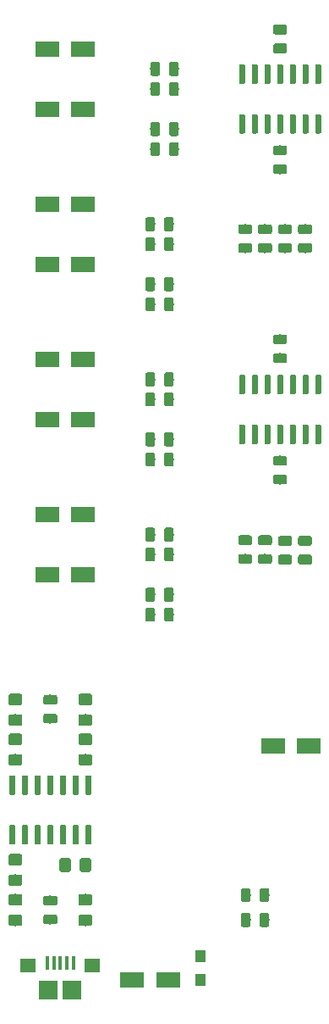
<source format=gbr>
G04 #@! TF.GenerationSoftware,KiCad,Pcbnew,(5.1.4-0-10_14)*
G04 #@! TF.CreationDate,2019-11-13T23:07:46+01:00*
G04 #@! TF.ProjectId,audio-mixer,61756469-6f2d-46d6-9978-65722e6b6963,rev?*
G04 #@! TF.SameCoordinates,Original*
G04 #@! TF.FileFunction,Paste,Top*
G04 #@! TF.FilePolarity,Positive*
%FSLAX46Y46*%
G04 Gerber Fmt 4.6, Leading zero omitted, Abs format (unit mm)*
G04 Created by KiCad (PCBNEW (5.1.4-0-10_14)) date 2019-11-13 23:07:46*
%MOMM*%
%LPD*%
G04 APERTURE LIST*
%ADD10C,0.100000*%
%ADD11C,1.150000*%
%ADD12R,2.413000X1.625600*%
%ADD13C,0.600000*%
%ADD14C,0.975000*%
%ADD15R,1.000000X1.150000*%
%ADD16R,1.900000X1.900000*%
%ADD17R,1.600000X1.400000*%
%ADD18R,0.400000X1.350000*%
G04 APERTURE END LIST*
D10*
G36*
X98474505Y-103451204D02*
G01*
X98498773Y-103454804D01*
X98522572Y-103460765D01*
X98545671Y-103469030D01*
X98567850Y-103479520D01*
X98588893Y-103492132D01*
X98608599Y-103506747D01*
X98626777Y-103523223D01*
X98643253Y-103541401D01*
X98657868Y-103561107D01*
X98670480Y-103582150D01*
X98680970Y-103604329D01*
X98689235Y-103627428D01*
X98695196Y-103651227D01*
X98698796Y-103675495D01*
X98700000Y-103699999D01*
X98700000Y-104350001D01*
X98698796Y-104374505D01*
X98695196Y-104398773D01*
X98689235Y-104422572D01*
X98680970Y-104445671D01*
X98670480Y-104467850D01*
X98657868Y-104488893D01*
X98643253Y-104508599D01*
X98626777Y-104526777D01*
X98608599Y-104543253D01*
X98588893Y-104557868D01*
X98567850Y-104570480D01*
X98545671Y-104580970D01*
X98522572Y-104589235D01*
X98498773Y-104595196D01*
X98474505Y-104598796D01*
X98450001Y-104600000D01*
X97549999Y-104600000D01*
X97525495Y-104598796D01*
X97501227Y-104595196D01*
X97477428Y-104589235D01*
X97454329Y-104580970D01*
X97432150Y-104570480D01*
X97411107Y-104557868D01*
X97391401Y-104543253D01*
X97373223Y-104526777D01*
X97356747Y-104508599D01*
X97342132Y-104488893D01*
X97329520Y-104467850D01*
X97319030Y-104445671D01*
X97310765Y-104422572D01*
X97304804Y-104398773D01*
X97301204Y-104374505D01*
X97300000Y-104350001D01*
X97300000Y-103699999D01*
X97301204Y-103675495D01*
X97304804Y-103651227D01*
X97310765Y-103627428D01*
X97319030Y-103604329D01*
X97329520Y-103582150D01*
X97342132Y-103561107D01*
X97356747Y-103541401D01*
X97373223Y-103523223D01*
X97391401Y-103506747D01*
X97411107Y-103492132D01*
X97432150Y-103479520D01*
X97454329Y-103469030D01*
X97477428Y-103460765D01*
X97501227Y-103454804D01*
X97525495Y-103451204D01*
X97549999Y-103450000D01*
X98450001Y-103450000D01*
X98474505Y-103451204D01*
X98474505Y-103451204D01*
G37*
D11*
X98000000Y-104025000D03*
D10*
G36*
X98474505Y-101401204D02*
G01*
X98498773Y-101404804D01*
X98522572Y-101410765D01*
X98545671Y-101419030D01*
X98567850Y-101429520D01*
X98588893Y-101442132D01*
X98608599Y-101456747D01*
X98626777Y-101473223D01*
X98643253Y-101491401D01*
X98657868Y-101511107D01*
X98670480Y-101532150D01*
X98680970Y-101554329D01*
X98689235Y-101577428D01*
X98695196Y-101601227D01*
X98698796Y-101625495D01*
X98700000Y-101649999D01*
X98700000Y-102300001D01*
X98698796Y-102324505D01*
X98695196Y-102348773D01*
X98689235Y-102372572D01*
X98680970Y-102395671D01*
X98670480Y-102417850D01*
X98657868Y-102438893D01*
X98643253Y-102458599D01*
X98626777Y-102476777D01*
X98608599Y-102493253D01*
X98588893Y-102507868D01*
X98567850Y-102520480D01*
X98545671Y-102530970D01*
X98522572Y-102539235D01*
X98498773Y-102545196D01*
X98474505Y-102548796D01*
X98450001Y-102550000D01*
X97549999Y-102550000D01*
X97525495Y-102548796D01*
X97501227Y-102545196D01*
X97477428Y-102539235D01*
X97454329Y-102530970D01*
X97432150Y-102520480D01*
X97411107Y-102507868D01*
X97391401Y-102493253D01*
X97373223Y-102476777D01*
X97356747Y-102458599D01*
X97342132Y-102438893D01*
X97329520Y-102417850D01*
X97319030Y-102395671D01*
X97310765Y-102372572D01*
X97304804Y-102348773D01*
X97301204Y-102324505D01*
X97300000Y-102300001D01*
X97300000Y-101649999D01*
X97301204Y-101625495D01*
X97304804Y-101601227D01*
X97310765Y-101577428D01*
X97319030Y-101554329D01*
X97329520Y-101532150D01*
X97342132Y-101511107D01*
X97356747Y-101491401D01*
X97373223Y-101473223D01*
X97391401Y-101456747D01*
X97411107Y-101442132D01*
X97432150Y-101429520D01*
X97454329Y-101419030D01*
X97477428Y-101410765D01*
X97501227Y-101404804D01*
X97525495Y-101401204D01*
X97549999Y-101400000D01*
X98450001Y-101400000D01*
X98474505Y-101401204D01*
X98474505Y-101401204D01*
G37*
D11*
X98000000Y-101975000D03*
D10*
G36*
X103324505Y-101801204D02*
G01*
X103348773Y-101804804D01*
X103372572Y-101810765D01*
X103395671Y-101819030D01*
X103417850Y-101829520D01*
X103438893Y-101842132D01*
X103458599Y-101856747D01*
X103476777Y-101873223D01*
X103493253Y-101891401D01*
X103507868Y-101911107D01*
X103520480Y-101932150D01*
X103530970Y-101954329D01*
X103539235Y-101977428D01*
X103545196Y-102001227D01*
X103548796Y-102025495D01*
X103550000Y-102049999D01*
X103550000Y-102950001D01*
X103548796Y-102974505D01*
X103545196Y-102998773D01*
X103539235Y-103022572D01*
X103530970Y-103045671D01*
X103520480Y-103067850D01*
X103507868Y-103088893D01*
X103493253Y-103108599D01*
X103476777Y-103126777D01*
X103458599Y-103143253D01*
X103438893Y-103157868D01*
X103417850Y-103170480D01*
X103395671Y-103180970D01*
X103372572Y-103189235D01*
X103348773Y-103195196D01*
X103324505Y-103198796D01*
X103300001Y-103200000D01*
X102649999Y-103200000D01*
X102625495Y-103198796D01*
X102601227Y-103195196D01*
X102577428Y-103189235D01*
X102554329Y-103180970D01*
X102532150Y-103170480D01*
X102511107Y-103157868D01*
X102491401Y-103143253D01*
X102473223Y-103126777D01*
X102456747Y-103108599D01*
X102442132Y-103088893D01*
X102429520Y-103067850D01*
X102419030Y-103045671D01*
X102410765Y-103022572D01*
X102404804Y-102998773D01*
X102401204Y-102974505D01*
X102400000Y-102950001D01*
X102400000Y-102049999D01*
X102401204Y-102025495D01*
X102404804Y-102001227D01*
X102410765Y-101977428D01*
X102419030Y-101954329D01*
X102429520Y-101932150D01*
X102442132Y-101911107D01*
X102456747Y-101891401D01*
X102473223Y-101873223D01*
X102491401Y-101856747D01*
X102511107Y-101842132D01*
X102532150Y-101829520D01*
X102554329Y-101819030D01*
X102577428Y-101810765D01*
X102601227Y-101804804D01*
X102625495Y-101801204D01*
X102649999Y-101800000D01*
X103300001Y-101800000D01*
X103324505Y-101801204D01*
X103324505Y-101801204D01*
G37*
D11*
X102975000Y-102500000D03*
D10*
G36*
X105374505Y-101801204D02*
G01*
X105398773Y-101804804D01*
X105422572Y-101810765D01*
X105445671Y-101819030D01*
X105467850Y-101829520D01*
X105488893Y-101842132D01*
X105508599Y-101856747D01*
X105526777Y-101873223D01*
X105543253Y-101891401D01*
X105557868Y-101911107D01*
X105570480Y-101932150D01*
X105580970Y-101954329D01*
X105589235Y-101977428D01*
X105595196Y-102001227D01*
X105598796Y-102025495D01*
X105600000Y-102049999D01*
X105600000Y-102950001D01*
X105598796Y-102974505D01*
X105595196Y-102998773D01*
X105589235Y-103022572D01*
X105580970Y-103045671D01*
X105570480Y-103067850D01*
X105557868Y-103088893D01*
X105543253Y-103108599D01*
X105526777Y-103126777D01*
X105508599Y-103143253D01*
X105488893Y-103157868D01*
X105467850Y-103170480D01*
X105445671Y-103180970D01*
X105422572Y-103189235D01*
X105398773Y-103195196D01*
X105374505Y-103198796D01*
X105350001Y-103200000D01*
X104699999Y-103200000D01*
X104675495Y-103198796D01*
X104651227Y-103195196D01*
X104627428Y-103189235D01*
X104604329Y-103180970D01*
X104582150Y-103170480D01*
X104561107Y-103157868D01*
X104541401Y-103143253D01*
X104523223Y-103126777D01*
X104506747Y-103108599D01*
X104492132Y-103088893D01*
X104479520Y-103067850D01*
X104469030Y-103045671D01*
X104460765Y-103022572D01*
X104454804Y-102998773D01*
X104451204Y-102974505D01*
X104450000Y-102950001D01*
X104450000Y-102049999D01*
X104451204Y-102025495D01*
X104454804Y-102001227D01*
X104460765Y-101977428D01*
X104469030Y-101954329D01*
X104479520Y-101932150D01*
X104492132Y-101911107D01*
X104506747Y-101891401D01*
X104523223Y-101873223D01*
X104541401Y-101856747D01*
X104561107Y-101842132D01*
X104582150Y-101829520D01*
X104604329Y-101819030D01*
X104627428Y-101810765D01*
X104651227Y-101804804D01*
X104675495Y-101801204D01*
X104699999Y-101800000D01*
X105350001Y-101800000D01*
X105374505Y-101801204D01*
X105374505Y-101801204D01*
G37*
D11*
X105025000Y-102500000D03*
D10*
G36*
X98474505Y-105401204D02*
G01*
X98498773Y-105404804D01*
X98522572Y-105410765D01*
X98545671Y-105419030D01*
X98567850Y-105429520D01*
X98588893Y-105442132D01*
X98608599Y-105456747D01*
X98626777Y-105473223D01*
X98643253Y-105491401D01*
X98657868Y-105511107D01*
X98670480Y-105532150D01*
X98680970Y-105554329D01*
X98689235Y-105577428D01*
X98695196Y-105601227D01*
X98698796Y-105625495D01*
X98700000Y-105649999D01*
X98700000Y-106300001D01*
X98698796Y-106324505D01*
X98695196Y-106348773D01*
X98689235Y-106372572D01*
X98680970Y-106395671D01*
X98670480Y-106417850D01*
X98657868Y-106438893D01*
X98643253Y-106458599D01*
X98626777Y-106476777D01*
X98608599Y-106493253D01*
X98588893Y-106507868D01*
X98567850Y-106520480D01*
X98545671Y-106530970D01*
X98522572Y-106539235D01*
X98498773Y-106545196D01*
X98474505Y-106548796D01*
X98450001Y-106550000D01*
X97549999Y-106550000D01*
X97525495Y-106548796D01*
X97501227Y-106545196D01*
X97477428Y-106539235D01*
X97454329Y-106530970D01*
X97432150Y-106520480D01*
X97411107Y-106507868D01*
X97391401Y-106493253D01*
X97373223Y-106476777D01*
X97356747Y-106458599D01*
X97342132Y-106438893D01*
X97329520Y-106417850D01*
X97319030Y-106395671D01*
X97310765Y-106372572D01*
X97304804Y-106348773D01*
X97301204Y-106324505D01*
X97300000Y-106300001D01*
X97300000Y-105649999D01*
X97301204Y-105625495D01*
X97304804Y-105601227D01*
X97310765Y-105577428D01*
X97319030Y-105554329D01*
X97329520Y-105532150D01*
X97342132Y-105511107D01*
X97356747Y-105491401D01*
X97373223Y-105473223D01*
X97391401Y-105456747D01*
X97411107Y-105442132D01*
X97432150Y-105429520D01*
X97454329Y-105419030D01*
X97477428Y-105410765D01*
X97501227Y-105404804D01*
X97525495Y-105401204D01*
X97549999Y-105400000D01*
X98450001Y-105400000D01*
X98474505Y-105401204D01*
X98474505Y-105401204D01*
G37*
D11*
X98000000Y-105975000D03*
D10*
G36*
X98474505Y-107451204D02*
G01*
X98498773Y-107454804D01*
X98522572Y-107460765D01*
X98545671Y-107469030D01*
X98567850Y-107479520D01*
X98588893Y-107492132D01*
X98608599Y-107506747D01*
X98626777Y-107523223D01*
X98643253Y-107541401D01*
X98657868Y-107561107D01*
X98670480Y-107582150D01*
X98680970Y-107604329D01*
X98689235Y-107627428D01*
X98695196Y-107651227D01*
X98698796Y-107675495D01*
X98700000Y-107699999D01*
X98700000Y-108350001D01*
X98698796Y-108374505D01*
X98695196Y-108398773D01*
X98689235Y-108422572D01*
X98680970Y-108445671D01*
X98670480Y-108467850D01*
X98657868Y-108488893D01*
X98643253Y-108508599D01*
X98626777Y-108526777D01*
X98608599Y-108543253D01*
X98588893Y-108557868D01*
X98567850Y-108570480D01*
X98545671Y-108580970D01*
X98522572Y-108589235D01*
X98498773Y-108595196D01*
X98474505Y-108598796D01*
X98450001Y-108600000D01*
X97549999Y-108600000D01*
X97525495Y-108598796D01*
X97501227Y-108595196D01*
X97477428Y-108589235D01*
X97454329Y-108580970D01*
X97432150Y-108570480D01*
X97411107Y-108557868D01*
X97391401Y-108543253D01*
X97373223Y-108526777D01*
X97356747Y-108508599D01*
X97342132Y-108488893D01*
X97329520Y-108467850D01*
X97319030Y-108445671D01*
X97310765Y-108422572D01*
X97304804Y-108398773D01*
X97301204Y-108374505D01*
X97300000Y-108350001D01*
X97300000Y-107699999D01*
X97301204Y-107675495D01*
X97304804Y-107651227D01*
X97310765Y-107627428D01*
X97319030Y-107604329D01*
X97329520Y-107582150D01*
X97342132Y-107561107D01*
X97356747Y-107541401D01*
X97373223Y-107523223D01*
X97391401Y-107506747D01*
X97411107Y-107492132D01*
X97432150Y-107479520D01*
X97454329Y-107469030D01*
X97477428Y-107460765D01*
X97501227Y-107454804D01*
X97525495Y-107451204D01*
X97549999Y-107450000D01*
X98450001Y-107450000D01*
X98474505Y-107451204D01*
X98474505Y-107451204D01*
G37*
D11*
X98000000Y-108025000D03*
D10*
G36*
X105474505Y-105401204D02*
G01*
X105498773Y-105404804D01*
X105522572Y-105410765D01*
X105545671Y-105419030D01*
X105567850Y-105429520D01*
X105588893Y-105442132D01*
X105608599Y-105456747D01*
X105626777Y-105473223D01*
X105643253Y-105491401D01*
X105657868Y-105511107D01*
X105670480Y-105532150D01*
X105680970Y-105554329D01*
X105689235Y-105577428D01*
X105695196Y-105601227D01*
X105698796Y-105625495D01*
X105700000Y-105649999D01*
X105700000Y-106300001D01*
X105698796Y-106324505D01*
X105695196Y-106348773D01*
X105689235Y-106372572D01*
X105680970Y-106395671D01*
X105670480Y-106417850D01*
X105657868Y-106438893D01*
X105643253Y-106458599D01*
X105626777Y-106476777D01*
X105608599Y-106493253D01*
X105588893Y-106507868D01*
X105567850Y-106520480D01*
X105545671Y-106530970D01*
X105522572Y-106539235D01*
X105498773Y-106545196D01*
X105474505Y-106548796D01*
X105450001Y-106550000D01*
X104549999Y-106550000D01*
X104525495Y-106548796D01*
X104501227Y-106545196D01*
X104477428Y-106539235D01*
X104454329Y-106530970D01*
X104432150Y-106520480D01*
X104411107Y-106507868D01*
X104391401Y-106493253D01*
X104373223Y-106476777D01*
X104356747Y-106458599D01*
X104342132Y-106438893D01*
X104329520Y-106417850D01*
X104319030Y-106395671D01*
X104310765Y-106372572D01*
X104304804Y-106348773D01*
X104301204Y-106324505D01*
X104300000Y-106300001D01*
X104300000Y-105649999D01*
X104301204Y-105625495D01*
X104304804Y-105601227D01*
X104310765Y-105577428D01*
X104319030Y-105554329D01*
X104329520Y-105532150D01*
X104342132Y-105511107D01*
X104356747Y-105491401D01*
X104373223Y-105473223D01*
X104391401Y-105456747D01*
X104411107Y-105442132D01*
X104432150Y-105429520D01*
X104454329Y-105419030D01*
X104477428Y-105410765D01*
X104501227Y-105404804D01*
X104525495Y-105401204D01*
X104549999Y-105400000D01*
X105450001Y-105400000D01*
X105474505Y-105401204D01*
X105474505Y-105401204D01*
G37*
D11*
X105000000Y-105975000D03*
D10*
G36*
X105474505Y-107451204D02*
G01*
X105498773Y-107454804D01*
X105522572Y-107460765D01*
X105545671Y-107469030D01*
X105567850Y-107479520D01*
X105588893Y-107492132D01*
X105608599Y-107506747D01*
X105626777Y-107523223D01*
X105643253Y-107541401D01*
X105657868Y-107561107D01*
X105670480Y-107582150D01*
X105680970Y-107604329D01*
X105689235Y-107627428D01*
X105695196Y-107651227D01*
X105698796Y-107675495D01*
X105700000Y-107699999D01*
X105700000Y-108350001D01*
X105698796Y-108374505D01*
X105695196Y-108398773D01*
X105689235Y-108422572D01*
X105680970Y-108445671D01*
X105670480Y-108467850D01*
X105657868Y-108488893D01*
X105643253Y-108508599D01*
X105626777Y-108526777D01*
X105608599Y-108543253D01*
X105588893Y-108557868D01*
X105567850Y-108570480D01*
X105545671Y-108580970D01*
X105522572Y-108589235D01*
X105498773Y-108595196D01*
X105474505Y-108598796D01*
X105450001Y-108600000D01*
X104549999Y-108600000D01*
X104525495Y-108598796D01*
X104501227Y-108595196D01*
X104477428Y-108589235D01*
X104454329Y-108580970D01*
X104432150Y-108570480D01*
X104411107Y-108557868D01*
X104391401Y-108543253D01*
X104373223Y-108526777D01*
X104356747Y-108508599D01*
X104342132Y-108488893D01*
X104329520Y-108467850D01*
X104319030Y-108445671D01*
X104310765Y-108422572D01*
X104304804Y-108398773D01*
X104301204Y-108374505D01*
X104300000Y-108350001D01*
X104300000Y-107699999D01*
X104301204Y-107675495D01*
X104304804Y-107651227D01*
X104310765Y-107627428D01*
X104319030Y-107604329D01*
X104329520Y-107582150D01*
X104342132Y-107561107D01*
X104356747Y-107541401D01*
X104373223Y-107523223D01*
X104391401Y-107506747D01*
X104411107Y-107492132D01*
X104432150Y-107479520D01*
X104454329Y-107469030D01*
X104477428Y-107460765D01*
X104501227Y-107454804D01*
X104525495Y-107451204D01*
X104549999Y-107450000D01*
X105450001Y-107450000D01*
X105474505Y-107451204D01*
X105474505Y-107451204D01*
G37*
D11*
X105000000Y-108025000D03*
D10*
G36*
X105474505Y-89376204D02*
G01*
X105498773Y-89379804D01*
X105522572Y-89385765D01*
X105545671Y-89394030D01*
X105567850Y-89404520D01*
X105588893Y-89417132D01*
X105608599Y-89431747D01*
X105626777Y-89448223D01*
X105643253Y-89466401D01*
X105657868Y-89486107D01*
X105670480Y-89507150D01*
X105680970Y-89529329D01*
X105689235Y-89552428D01*
X105695196Y-89576227D01*
X105698796Y-89600495D01*
X105700000Y-89624999D01*
X105700000Y-90275001D01*
X105698796Y-90299505D01*
X105695196Y-90323773D01*
X105689235Y-90347572D01*
X105680970Y-90370671D01*
X105670480Y-90392850D01*
X105657868Y-90413893D01*
X105643253Y-90433599D01*
X105626777Y-90451777D01*
X105608599Y-90468253D01*
X105588893Y-90482868D01*
X105567850Y-90495480D01*
X105545671Y-90505970D01*
X105522572Y-90514235D01*
X105498773Y-90520196D01*
X105474505Y-90523796D01*
X105450001Y-90525000D01*
X104549999Y-90525000D01*
X104525495Y-90523796D01*
X104501227Y-90520196D01*
X104477428Y-90514235D01*
X104454329Y-90505970D01*
X104432150Y-90495480D01*
X104411107Y-90482868D01*
X104391401Y-90468253D01*
X104373223Y-90451777D01*
X104356747Y-90433599D01*
X104342132Y-90413893D01*
X104329520Y-90392850D01*
X104319030Y-90370671D01*
X104310765Y-90347572D01*
X104304804Y-90323773D01*
X104301204Y-90299505D01*
X104300000Y-90275001D01*
X104300000Y-89624999D01*
X104301204Y-89600495D01*
X104304804Y-89576227D01*
X104310765Y-89552428D01*
X104319030Y-89529329D01*
X104329520Y-89507150D01*
X104342132Y-89486107D01*
X104356747Y-89466401D01*
X104373223Y-89448223D01*
X104391401Y-89431747D01*
X104411107Y-89417132D01*
X104432150Y-89404520D01*
X104454329Y-89394030D01*
X104477428Y-89385765D01*
X104501227Y-89379804D01*
X104525495Y-89376204D01*
X104549999Y-89375000D01*
X105450001Y-89375000D01*
X105474505Y-89376204D01*
X105474505Y-89376204D01*
G37*
D11*
X105000000Y-89950000D03*
D10*
G36*
X105474505Y-91426204D02*
G01*
X105498773Y-91429804D01*
X105522572Y-91435765D01*
X105545671Y-91444030D01*
X105567850Y-91454520D01*
X105588893Y-91467132D01*
X105608599Y-91481747D01*
X105626777Y-91498223D01*
X105643253Y-91516401D01*
X105657868Y-91536107D01*
X105670480Y-91557150D01*
X105680970Y-91579329D01*
X105689235Y-91602428D01*
X105695196Y-91626227D01*
X105698796Y-91650495D01*
X105700000Y-91674999D01*
X105700000Y-92325001D01*
X105698796Y-92349505D01*
X105695196Y-92373773D01*
X105689235Y-92397572D01*
X105680970Y-92420671D01*
X105670480Y-92442850D01*
X105657868Y-92463893D01*
X105643253Y-92483599D01*
X105626777Y-92501777D01*
X105608599Y-92518253D01*
X105588893Y-92532868D01*
X105567850Y-92545480D01*
X105545671Y-92555970D01*
X105522572Y-92564235D01*
X105498773Y-92570196D01*
X105474505Y-92573796D01*
X105450001Y-92575000D01*
X104549999Y-92575000D01*
X104525495Y-92573796D01*
X104501227Y-92570196D01*
X104477428Y-92564235D01*
X104454329Y-92555970D01*
X104432150Y-92545480D01*
X104411107Y-92532868D01*
X104391401Y-92518253D01*
X104373223Y-92501777D01*
X104356747Y-92483599D01*
X104342132Y-92463893D01*
X104329520Y-92442850D01*
X104319030Y-92420671D01*
X104310765Y-92397572D01*
X104304804Y-92373773D01*
X104301204Y-92349505D01*
X104300000Y-92325001D01*
X104300000Y-91674999D01*
X104301204Y-91650495D01*
X104304804Y-91626227D01*
X104310765Y-91602428D01*
X104319030Y-91579329D01*
X104329520Y-91557150D01*
X104342132Y-91536107D01*
X104356747Y-91516401D01*
X104373223Y-91498223D01*
X104391401Y-91481747D01*
X104411107Y-91467132D01*
X104432150Y-91454520D01*
X104454329Y-91444030D01*
X104477428Y-91435765D01*
X104501227Y-91429804D01*
X104525495Y-91426204D01*
X104549999Y-91425000D01*
X105450001Y-91425000D01*
X105474505Y-91426204D01*
X105474505Y-91426204D01*
G37*
D11*
X105000000Y-92000000D03*
D10*
G36*
X98474505Y-89376204D02*
G01*
X98498773Y-89379804D01*
X98522572Y-89385765D01*
X98545671Y-89394030D01*
X98567850Y-89404520D01*
X98588893Y-89417132D01*
X98608599Y-89431747D01*
X98626777Y-89448223D01*
X98643253Y-89466401D01*
X98657868Y-89486107D01*
X98670480Y-89507150D01*
X98680970Y-89529329D01*
X98689235Y-89552428D01*
X98695196Y-89576227D01*
X98698796Y-89600495D01*
X98700000Y-89624999D01*
X98700000Y-90275001D01*
X98698796Y-90299505D01*
X98695196Y-90323773D01*
X98689235Y-90347572D01*
X98680970Y-90370671D01*
X98670480Y-90392850D01*
X98657868Y-90413893D01*
X98643253Y-90433599D01*
X98626777Y-90451777D01*
X98608599Y-90468253D01*
X98588893Y-90482868D01*
X98567850Y-90495480D01*
X98545671Y-90505970D01*
X98522572Y-90514235D01*
X98498773Y-90520196D01*
X98474505Y-90523796D01*
X98450001Y-90525000D01*
X97549999Y-90525000D01*
X97525495Y-90523796D01*
X97501227Y-90520196D01*
X97477428Y-90514235D01*
X97454329Y-90505970D01*
X97432150Y-90495480D01*
X97411107Y-90482868D01*
X97391401Y-90468253D01*
X97373223Y-90451777D01*
X97356747Y-90433599D01*
X97342132Y-90413893D01*
X97329520Y-90392850D01*
X97319030Y-90370671D01*
X97310765Y-90347572D01*
X97304804Y-90323773D01*
X97301204Y-90299505D01*
X97300000Y-90275001D01*
X97300000Y-89624999D01*
X97301204Y-89600495D01*
X97304804Y-89576227D01*
X97310765Y-89552428D01*
X97319030Y-89529329D01*
X97329520Y-89507150D01*
X97342132Y-89486107D01*
X97356747Y-89466401D01*
X97373223Y-89448223D01*
X97391401Y-89431747D01*
X97411107Y-89417132D01*
X97432150Y-89404520D01*
X97454329Y-89394030D01*
X97477428Y-89385765D01*
X97501227Y-89379804D01*
X97525495Y-89376204D01*
X97549999Y-89375000D01*
X98450001Y-89375000D01*
X98474505Y-89376204D01*
X98474505Y-89376204D01*
G37*
D11*
X98000000Y-89950000D03*
D10*
G36*
X98474505Y-91426204D02*
G01*
X98498773Y-91429804D01*
X98522572Y-91435765D01*
X98545671Y-91444030D01*
X98567850Y-91454520D01*
X98588893Y-91467132D01*
X98608599Y-91481747D01*
X98626777Y-91498223D01*
X98643253Y-91516401D01*
X98657868Y-91536107D01*
X98670480Y-91557150D01*
X98680970Y-91579329D01*
X98689235Y-91602428D01*
X98695196Y-91626227D01*
X98698796Y-91650495D01*
X98700000Y-91674999D01*
X98700000Y-92325001D01*
X98698796Y-92349505D01*
X98695196Y-92373773D01*
X98689235Y-92397572D01*
X98680970Y-92420671D01*
X98670480Y-92442850D01*
X98657868Y-92463893D01*
X98643253Y-92483599D01*
X98626777Y-92501777D01*
X98608599Y-92518253D01*
X98588893Y-92532868D01*
X98567850Y-92545480D01*
X98545671Y-92555970D01*
X98522572Y-92564235D01*
X98498773Y-92570196D01*
X98474505Y-92573796D01*
X98450001Y-92575000D01*
X97549999Y-92575000D01*
X97525495Y-92573796D01*
X97501227Y-92570196D01*
X97477428Y-92564235D01*
X97454329Y-92555970D01*
X97432150Y-92545480D01*
X97411107Y-92532868D01*
X97391401Y-92518253D01*
X97373223Y-92501777D01*
X97356747Y-92483599D01*
X97342132Y-92463893D01*
X97329520Y-92442850D01*
X97319030Y-92420671D01*
X97310765Y-92397572D01*
X97304804Y-92373773D01*
X97301204Y-92349505D01*
X97300000Y-92325001D01*
X97300000Y-91674999D01*
X97301204Y-91650495D01*
X97304804Y-91626227D01*
X97310765Y-91602428D01*
X97319030Y-91579329D01*
X97329520Y-91557150D01*
X97342132Y-91536107D01*
X97356747Y-91516401D01*
X97373223Y-91498223D01*
X97391401Y-91481747D01*
X97411107Y-91467132D01*
X97432150Y-91454520D01*
X97454329Y-91444030D01*
X97477428Y-91435765D01*
X97501227Y-91429804D01*
X97525495Y-91426204D01*
X97549999Y-91425000D01*
X98450001Y-91425000D01*
X98474505Y-91426204D01*
X98474505Y-91426204D01*
G37*
D11*
X98000000Y-92000000D03*
D10*
G36*
X105474505Y-87451204D02*
G01*
X105498773Y-87454804D01*
X105522572Y-87460765D01*
X105545671Y-87469030D01*
X105567850Y-87479520D01*
X105588893Y-87492132D01*
X105608599Y-87506747D01*
X105626777Y-87523223D01*
X105643253Y-87541401D01*
X105657868Y-87561107D01*
X105670480Y-87582150D01*
X105680970Y-87604329D01*
X105689235Y-87627428D01*
X105695196Y-87651227D01*
X105698796Y-87675495D01*
X105700000Y-87699999D01*
X105700000Y-88350001D01*
X105698796Y-88374505D01*
X105695196Y-88398773D01*
X105689235Y-88422572D01*
X105680970Y-88445671D01*
X105670480Y-88467850D01*
X105657868Y-88488893D01*
X105643253Y-88508599D01*
X105626777Y-88526777D01*
X105608599Y-88543253D01*
X105588893Y-88557868D01*
X105567850Y-88570480D01*
X105545671Y-88580970D01*
X105522572Y-88589235D01*
X105498773Y-88595196D01*
X105474505Y-88598796D01*
X105450001Y-88600000D01*
X104549999Y-88600000D01*
X104525495Y-88598796D01*
X104501227Y-88595196D01*
X104477428Y-88589235D01*
X104454329Y-88580970D01*
X104432150Y-88570480D01*
X104411107Y-88557868D01*
X104391401Y-88543253D01*
X104373223Y-88526777D01*
X104356747Y-88508599D01*
X104342132Y-88488893D01*
X104329520Y-88467850D01*
X104319030Y-88445671D01*
X104310765Y-88422572D01*
X104304804Y-88398773D01*
X104301204Y-88374505D01*
X104300000Y-88350001D01*
X104300000Y-87699999D01*
X104301204Y-87675495D01*
X104304804Y-87651227D01*
X104310765Y-87627428D01*
X104319030Y-87604329D01*
X104329520Y-87582150D01*
X104342132Y-87561107D01*
X104356747Y-87541401D01*
X104373223Y-87523223D01*
X104391401Y-87506747D01*
X104411107Y-87492132D01*
X104432150Y-87479520D01*
X104454329Y-87469030D01*
X104477428Y-87460765D01*
X104501227Y-87454804D01*
X104525495Y-87451204D01*
X104549999Y-87450000D01*
X105450001Y-87450000D01*
X105474505Y-87451204D01*
X105474505Y-87451204D01*
G37*
D11*
X105000000Y-88025000D03*
D10*
G36*
X105474505Y-85401204D02*
G01*
X105498773Y-85404804D01*
X105522572Y-85410765D01*
X105545671Y-85419030D01*
X105567850Y-85429520D01*
X105588893Y-85442132D01*
X105608599Y-85456747D01*
X105626777Y-85473223D01*
X105643253Y-85491401D01*
X105657868Y-85511107D01*
X105670480Y-85532150D01*
X105680970Y-85554329D01*
X105689235Y-85577428D01*
X105695196Y-85601227D01*
X105698796Y-85625495D01*
X105700000Y-85649999D01*
X105700000Y-86300001D01*
X105698796Y-86324505D01*
X105695196Y-86348773D01*
X105689235Y-86372572D01*
X105680970Y-86395671D01*
X105670480Y-86417850D01*
X105657868Y-86438893D01*
X105643253Y-86458599D01*
X105626777Y-86476777D01*
X105608599Y-86493253D01*
X105588893Y-86507868D01*
X105567850Y-86520480D01*
X105545671Y-86530970D01*
X105522572Y-86539235D01*
X105498773Y-86545196D01*
X105474505Y-86548796D01*
X105450001Y-86550000D01*
X104549999Y-86550000D01*
X104525495Y-86548796D01*
X104501227Y-86545196D01*
X104477428Y-86539235D01*
X104454329Y-86530970D01*
X104432150Y-86520480D01*
X104411107Y-86507868D01*
X104391401Y-86493253D01*
X104373223Y-86476777D01*
X104356747Y-86458599D01*
X104342132Y-86438893D01*
X104329520Y-86417850D01*
X104319030Y-86395671D01*
X104310765Y-86372572D01*
X104304804Y-86348773D01*
X104301204Y-86324505D01*
X104300000Y-86300001D01*
X104300000Y-85649999D01*
X104301204Y-85625495D01*
X104304804Y-85601227D01*
X104310765Y-85577428D01*
X104319030Y-85554329D01*
X104329520Y-85532150D01*
X104342132Y-85511107D01*
X104356747Y-85491401D01*
X104373223Y-85473223D01*
X104391401Y-85456747D01*
X104411107Y-85442132D01*
X104432150Y-85429520D01*
X104454329Y-85419030D01*
X104477428Y-85410765D01*
X104501227Y-85404804D01*
X104525495Y-85401204D01*
X104549999Y-85400000D01*
X105450001Y-85400000D01*
X105474505Y-85401204D01*
X105474505Y-85401204D01*
G37*
D11*
X105000000Y-85975000D03*
D10*
G36*
X98474505Y-87451204D02*
G01*
X98498773Y-87454804D01*
X98522572Y-87460765D01*
X98545671Y-87469030D01*
X98567850Y-87479520D01*
X98588893Y-87492132D01*
X98608599Y-87506747D01*
X98626777Y-87523223D01*
X98643253Y-87541401D01*
X98657868Y-87561107D01*
X98670480Y-87582150D01*
X98680970Y-87604329D01*
X98689235Y-87627428D01*
X98695196Y-87651227D01*
X98698796Y-87675495D01*
X98700000Y-87699999D01*
X98700000Y-88350001D01*
X98698796Y-88374505D01*
X98695196Y-88398773D01*
X98689235Y-88422572D01*
X98680970Y-88445671D01*
X98670480Y-88467850D01*
X98657868Y-88488893D01*
X98643253Y-88508599D01*
X98626777Y-88526777D01*
X98608599Y-88543253D01*
X98588893Y-88557868D01*
X98567850Y-88570480D01*
X98545671Y-88580970D01*
X98522572Y-88589235D01*
X98498773Y-88595196D01*
X98474505Y-88598796D01*
X98450001Y-88600000D01*
X97549999Y-88600000D01*
X97525495Y-88598796D01*
X97501227Y-88595196D01*
X97477428Y-88589235D01*
X97454329Y-88580970D01*
X97432150Y-88570480D01*
X97411107Y-88557868D01*
X97391401Y-88543253D01*
X97373223Y-88526777D01*
X97356747Y-88508599D01*
X97342132Y-88488893D01*
X97329520Y-88467850D01*
X97319030Y-88445671D01*
X97310765Y-88422572D01*
X97304804Y-88398773D01*
X97301204Y-88374505D01*
X97300000Y-88350001D01*
X97300000Y-87699999D01*
X97301204Y-87675495D01*
X97304804Y-87651227D01*
X97310765Y-87627428D01*
X97319030Y-87604329D01*
X97329520Y-87582150D01*
X97342132Y-87561107D01*
X97356747Y-87541401D01*
X97373223Y-87523223D01*
X97391401Y-87506747D01*
X97411107Y-87492132D01*
X97432150Y-87479520D01*
X97454329Y-87469030D01*
X97477428Y-87460765D01*
X97501227Y-87454804D01*
X97525495Y-87451204D01*
X97549999Y-87450000D01*
X98450001Y-87450000D01*
X98474505Y-87451204D01*
X98474505Y-87451204D01*
G37*
D11*
X98000000Y-88025000D03*
D10*
G36*
X98474505Y-85401204D02*
G01*
X98498773Y-85404804D01*
X98522572Y-85410765D01*
X98545671Y-85419030D01*
X98567850Y-85429520D01*
X98588893Y-85442132D01*
X98608599Y-85456747D01*
X98626777Y-85473223D01*
X98643253Y-85491401D01*
X98657868Y-85511107D01*
X98670480Y-85532150D01*
X98680970Y-85554329D01*
X98689235Y-85577428D01*
X98695196Y-85601227D01*
X98698796Y-85625495D01*
X98700000Y-85649999D01*
X98700000Y-86300001D01*
X98698796Y-86324505D01*
X98695196Y-86348773D01*
X98689235Y-86372572D01*
X98680970Y-86395671D01*
X98670480Y-86417850D01*
X98657868Y-86438893D01*
X98643253Y-86458599D01*
X98626777Y-86476777D01*
X98608599Y-86493253D01*
X98588893Y-86507868D01*
X98567850Y-86520480D01*
X98545671Y-86530970D01*
X98522572Y-86539235D01*
X98498773Y-86545196D01*
X98474505Y-86548796D01*
X98450001Y-86550000D01*
X97549999Y-86550000D01*
X97525495Y-86548796D01*
X97501227Y-86545196D01*
X97477428Y-86539235D01*
X97454329Y-86530970D01*
X97432150Y-86520480D01*
X97411107Y-86507868D01*
X97391401Y-86493253D01*
X97373223Y-86476777D01*
X97356747Y-86458599D01*
X97342132Y-86438893D01*
X97329520Y-86417850D01*
X97319030Y-86395671D01*
X97310765Y-86372572D01*
X97304804Y-86348773D01*
X97301204Y-86324505D01*
X97300000Y-86300001D01*
X97300000Y-85649999D01*
X97301204Y-85625495D01*
X97304804Y-85601227D01*
X97310765Y-85577428D01*
X97319030Y-85554329D01*
X97329520Y-85532150D01*
X97342132Y-85511107D01*
X97356747Y-85491401D01*
X97373223Y-85473223D01*
X97391401Y-85456747D01*
X97411107Y-85442132D01*
X97432150Y-85429520D01*
X97454329Y-85419030D01*
X97477428Y-85410765D01*
X97501227Y-85404804D01*
X97525495Y-85401204D01*
X97549999Y-85400000D01*
X98450001Y-85400000D01*
X98474505Y-85401204D01*
X98474505Y-85401204D01*
G37*
D11*
X98000000Y-85975000D03*
D12*
X101196600Y-67500000D03*
X104803400Y-67500000D03*
X101196600Y-73500000D03*
X104803400Y-73500000D03*
X101196600Y-52000000D03*
X104803400Y-52000000D03*
X101196600Y-58000000D03*
X104803400Y-58000000D03*
X101196600Y-36500000D03*
X104803400Y-36500000D03*
X101196600Y-42500000D03*
X104803400Y-42500000D03*
X101196600Y-21000000D03*
X104803400Y-21000000D03*
X101196600Y-27000000D03*
X104803400Y-27000000D03*
X123793200Y-90600000D03*
X127400000Y-90600000D03*
X109696600Y-114000000D03*
X113303400Y-114000000D03*
D10*
G36*
X97854703Y-93550722D02*
G01*
X97869264Y-93552882D01*
X97883543Y-93556459D01*
X97897403Y-93561418D01*
X97910710Y-93567712D01*
X97923336Y-93575280D01*
X97935159Y-93584048D01*
X97946066Y-93593934D01*
X97955952Y-93604841D01*
X97964720Y-93616664D01*
X97972288Y-93629290D01*
X97978582Y-93642597D01*
X97983541Y-93656457D01*
X97987118Y-93670736D01*
X97989278Y-93685297D01*
X97990000Y-93700000D01*
X97990000Y-95350000D01*
X97989278Y-95364703D01*
X97987118Y-95379264D01*
X97983541Y-95393543D01*
X97978582Y-95407403D01*
X97972288Y-95420710D01*
X97964720Y-95433336D01*
X97955952Y-95445159D01*
X97946066Y-95456066D01*
X97935159Y-95465952D01*
X97923336Y-95474720D01*
X97910710Y-95482288D01*
X97897403Y-95488582D01*
X97883543Y-95493541D01*
X97869264Y-95497118D01*
X97854703Y-95499278D01*
X97840000Y-95500000D01*
X97540000Y-95500000D01*
X97525297Y-95499278D01*
X97510736Y-95497118D01*
X97496457Y-95493541D01*
X97482597Y-95488582D01*
X97469290Y-95482288D01*
X97456664Y-95474720D01*
X97444841Y-95465952D01*
X97433934Y-95456066D01*
X97424048Y-95445159D01*
X97415280Y-95433336D01*
X97407712Y-95420710D01*
X97401418Y-95407403D01*
X97396459Y-95393543D01*
X97392882Y-95379264D01*
X97390722Y-95364703D01*
X97390000Y-95350000D01*
X97390000Y-93700000D01*
X97390722Y-93685297D01*
X97392882Y-93670736D01*
X97396459Y-93656457D01*
X97401418Y-93642597D01*
X97407712Y-93629290D01*
X97415280Y-93616664D01*
X97424048Y-93604841D01*
X97433934Y-93593934D01*
X97444841Y-93584048D01*
X97456664Y-93575280D01*
X97469290Y-93567712D01*
X97482597Y-93561418D01*
X97496457Y-93556459D01*
X97510736Y-93552882D01*
X97525297Y-93550722D01*
X97540000Y-93550000D01*
X97840000Y-93550000D01*
X97854703Y-93550722D01*
X97854703Y-93550722D01*
G37*
D13*
X97690000Y-94525000D03*
D10*
G36*
X99124703Y-93550722D02*
G01*
X99139264Y-93552882D01*
X99153543Y-93556459D01*
X99167403Y-93561418D01*
X99180710Y-93567712D01*
X99193336Y-93575280D01*
X99205159Y-93584048D01*
X99216066Y-93593934D01*
X99225952Y-93604841D01*
X99234720Y-93616664D01*
X99242288Y-93629290D01*
X99248582Y-93642597D01*
X99253541Y-93656457D01*
X99257118Y-93670736D01*
X99259278Y-93685297D01*
X99260000Y-93700000D01*
X99260000Y-95350000D01*
X99259278Y-95364703D01*
X99257118Y-95379264D01*
X99253541Y-95393543D01*
X99248582Y-95407403D01*
X99242288Y-95420710D01*
X99234720Y-95433336D01*
X99225952Y-95445159D01*
X99216066Y-95456066D01*
X99205159Y-95465952D01*
X99193336Y-95474720D01*
X99180710Y-95482288D01*
X99167403Y-95488582D01*
X99153543Y-95493541D01*
X99139264Y-95497118D01*
X99124703Y-95499278D01*
X99110000Y-95500000D01*
X98810000Y-95500000D01*
X98795297Y-95499278D01*
X98780736Y-95497118D01*
X98766457Y-95493541D01*
X98752597Y-95488582D01*
X98739290Y-95482288D01*
X98726664Y-95474720D01*
X98714841Y-95465952D01*
X98703934Y-95456066D01*
X98694048Y-95445159D01*
X98685280Y-95433336D01*
X98677712Y-95420710D01*
X98671418Y-95407403D01*
X98666459Y-95393543D01*
X98662882Y-95379264D01*
X98660722Y-95364703D01*
X98660000Y-95350000D01*
X98660000Y-93700000D01*
X98660722Y-93685297D01*
X98662882Y-93670736D01*
X98666459Y-93656457D01*
X98671418Y-93642597D01*
X98677712Y-93629290D01*
X98685280Y-93616664D01*
X98694048Y-93604841D01*
X98703934Y-93593934D01*
X98714841Y-93584048D01*
X98726664Y-93575280D01*
X98739290Y-93567712D01*
X98752597Y-93561418D01*
X98766457Y-93556459D01*
X98780736Y-93552882D01*
X98795297Y-93550722D01*
X98810000Y-93550000D01*
X99110000Y-93550000D01*
X99124703Y-93550722D01*
X99124703Y-93550722D01*
G37*
D13*
X98960000Y-94525000D03*
D10*
G36*
X100394703Y-93550722D02*
G01*
X100409264Y-93552882D01*
X100423543Y-93556459D01*
X100437403Y-93561418D01*
X100450710Y-93567712D01*
X100463336Y-93575280D01*
X100475159Y-93584048D01*
X100486066Y-93593934D01*
X100495952Y-93604841D01*
X100504720Y-93616664D01*
X100512288Y-93629290D01*
X100518582Y-93642597D01*
X100523541Y-93656457D01*
X100527118Y-93670736D01*
X100529278Y-93685297D01*
X100530000Y-93700000D01*
X100530000Y-95350000D01*
X100529278Y-95364703D01*
X100527118Y-95379264D01*
X100523541Y-95393543D01*
X100518582Y-95407403D01*
X100512288Y-95420710D01*
X100504720Y-95433336D01*
X100495952Y-95445159D01*
X100486066Y-95456066D01*
X100475159Y-95465952D01*
X100463336Y-95474720D01*
X100450710Y-95482288D01*
X100437403Y-95488582D01*
X100423543Y-95493541D01*
X100409264Y-95497118D01*
X100394703Y-95499278D01*
X100380000Y-95500000D01*
X100080000Y-95500000D01*
X100065297Y-95499278D01*
X100050736Y-95497118D01*
X100036457Y-95493541D01*
X100022597Y-95488582D01*
X100009290Y-95482288D01*
X99996664Y-95474720D01*
X99984841Y-95465952D01*
X99973934Y-95456066D01*
X99964048Y-95445159D01*
X99955280Y-95433336D01*
X99947712Y-95420710D01*
X99941418Y-95407403D01*
X99936459Y-95393543D01*
X99932882Y-95379264D01*
X99930722Y-95364703D01*
X99930000Y-95350000D01*
X99930000Y-93700000D01*
X99930722Y-93685297D01*
X99932882Y-93670736D01*
X99936459Y-93656457D01*
X99941418Y-93642597D01*
X99947712Y-93629290D01*
X99955280Y-93616664D01*
X99964048Y-93604841D01*
X99973934Y-93593934D01*
X99984841Y-93584048D01*
X99996664Y-93575280D01*
X100009290Y-93567712D01*
X100022597Y-93561418D01*
X100036457Y-93556459D01*
X100050736Y-93552882D01*
X100065297Y-93550722D01*
X100080000Y-93550000D01*
X100380000Y-93550000D01*
X100394703Y-93550722D01*
X100394703Y-93550722D01*
G37*
D13*
X100230000Y-94525000D03*
D10*
G36*
X101664703Y-93550722D02*
G01*
X101679264Y-93552882D01*
X101693543Y-93556459D01*
X101707403Y-93561418D01*
X101720710Y-93567712D01*
X101733336Y-93575280D01*
X101745159Y-93584048D01*
X101756066Y-93593934D01*
X101765952Y-93604841D01*
X101774720Y-93616664D01*
X101782288Y-93629290D01*
X101788582Y-93642597D01*
X101793541Y-93656457D01*
X101797118Y-93670736D01*
X101799278Y-93685297D01*
X101800000Y-93700000D01*
X101800000Y-95350000D01*
X101799278Y-95364703D01*
X101797118Y-95379264D01*
X101793541Y-95393543D01*
X101788582Y-95407403D01*
X101782288Y-95420710D01*
X101774720Y-95433336D01*
X101765952Y-95445159D01*
X101756066Y-95456066D01*
X101745159Y-95465952D01*
X101733336Y-95474720D01*
X101720710Y-95482288D01*
X101707403Y-95488582D01*
X101693543Y-95493541D01*
X101679264Y-95497118D01*
X101664703Y-95499278D01*
X101650000Y-95500000D01*
X101350000Y-95500000D01*
X101335297Y-95499278D01*
X101320736Y-95497118D01*
X101306457Y-95493541D01*
X101292597Y-95488582D01*
X101279290Y-95482288D01*
X101266664Y-95474720D01*
X101254841Y-95465952D01*
X101243934Y-95456066D01*
X101234048Y-95445159D01*
X101225280Y-95433336D01*
X101217712Y-95420710D01*
X101211418Y-95407403D01*
X101206459Y-95393543D01*
X101202882Y-95379264D01*
X101200722Y-95364703D01*
X101200000Y-95350000D01*
X101200000Y-93700000D01*
X101200722Y-93685297D01*
X101202882Y-93670736D01*
X101206459Y-93656457D01*
X101211418Y-93642597D01*
X101217712Y-93629290D01*
X101225280Y-93616664D01*
X101234048Y-93604841D01*
X101243934Y-93593934D01*
X101254841Y-93584048D01*
X101266664Y-93575280D01*
X101279290Y-93567712D01*
X101292597Y-93561418D01*
X101306457Y-93556459D01*
X101320736Y-93552882D01*
X101335297Y-93550722D01*
X101350000Y-93550000D01*
X101650000Y-93550000D01*
X101664703Y-93550722D01*
X101664703Y-93550722D01*
G37*
D13*
X101500000Y-94525000D03*
D10*
G36*
X102934703Y-93550722D02*
G01*
X102949264Y-93552882D01*
X102963543Y-93556459D01*
X102977403Y-93561418D01*
X102990710Y-93567712D01*
X103003336Y-93575280D01*
X103015159Y-93584048D01*
X103026066Y-93593934D01*
X103035952Y-93604841D01*
X103044720Y-93616664D01*
X103052288Y-93629290D01*
X103058582Y-93642597D01*
X103063541Y-93656457D01*
X103067118Y-93670736D01*
X103069278Y-93685297D01*
X103070000Y-93700000D01*
X103070000Y-95350000D01*
X103069278Y-95364703D01*
X103067118Y-95379264D01*
X103063541Y-95393543D01*
X103058582Y-95407403D01*
X103052288Y-95420710D01*
X103044720Y-95433336D01*
X103035952Y-95445159D01*
X103026066Y-95456066D01*
X103015159Y-95465952D01*
X103003336Y-95474720D01*
X102990710Y-95482288D01*
X102977403Y-95488582D01*
X102963543Y-95493541D01*
X102949264Y-95497118D01*
X102934703Y-95499278D01*
X102920000Y-95500000D01*
X102620000Y-95500000D01*
X102605297Y-95499278D01*
X102590736Y-95497118D01*
X102576457Y-95493541D01*
X102562597Y-95488582D01*
X102549290Y-95482288D01*
X102536664Y-95474720D01*
X102524841Y-95465952D01*
X102513934Y-95456066D01*
X102504048Y-95445159D01*
X102495280Y-95433336D01*
X102487712Y-95420710D01*
X102481418Y-95407403D01*
X102476459Y-95393543D01*
X102472882Y-95379264D01*
X102470722Y-95364703D01*
X102470000Y-95350000D01*
X102470000Y-93700000D01*
X102470722Y-93685297D01*
X102472882Y-93670736D01*
X102476459Y-93656457D01*
X102481418Y-93642597D01*
X102487712Y-93629290D01*
X102495280Y-93616664D01*
X102504048Y-93604841D01*
X102513934Y-93593934D01*
X102524841Y-93584048D01*
X102536664Y-93575280D01*
X102549290Y-93567712D01*
X102562597Y-93561418D01*
X102576457Y-93556459D01*
X102590736Y-93552882D01*
X102605297Y-93550722D01*
X102620000Y-93550000D01*
X102920000Y-93550000D01*
X102934703Y-93550722D01*
X102934703Y-93550722D01*
G37*
D13*
X102770000Y-94525000D03*
D10*
G36*
X104204703Y-93550722D02*
G01*
X104219264Y-93552882D01*
X104233543Y-93556459D01*
X104247403Y-93561418D01*
X104260710Y-93567712D01*
X104273336Y-93575280D01*
X104285159Y-93584048D01*
X104296066Y-93593934D01*
X104305952Y-93604841D01*
X104314720Y-93616664D01*
X104322288Y-93629290D01*
X104328582Y-93642597D01*
X104333541Y-93656457D01*
X104337118Y-93670736D01*
X104339278Y-93685297D01*
X104340000Y-93700000D01*
X104340000Y-95350000D01*
X104339278Y-95364703D01*
X104337118Y-95379264D01*
X104333541Y-95393543D01*
X104328582Y-95407403D01*
X104322288Y-95420710D01*
X104314720Y-95433336D01*
X104305952Y-95445159D01*
X104296066Y-95456066D01*
X104285159Y-95465952D01*
X104273336Y-95474720D01*
X104260710Y-95482288D01*
X104247403Y-95488582D01*
X104233543Y-95493541D01*
X104219264Y-95497118D01*
X104204703Y-95499278D01*
X104190000Y-95500000D01*
X103890000Y-95500000D01*
X103875297Y-95499278D01*
X103860736Y-95497118D01*
X103846457Y-95493541D01*
X103832597Y-95488582D01*
X103819290Y-95482288D01*
X103806664Y-95474720D01*
X103794841Y-95465952D01*
X103783934Y-95456066D01*
X103774048Y-95445159D01*
X103765280Y-95433336D01*
X103757712Y-95420710D01*
X103751418Y-95407403D01*
X103746459Y-95393543D01*
X103742882Y-95379264D01*
X103740722Y-95364703D01*
X103740000Y-95350000D01*
X103740000Y-93700000D01*
X103740722Y-93685297D01*
X103742882Y-93670736D01*
X103746459Y-93656457D01*
X103751418Y-93642597D01*
X103757712Y-93629290D01*
X103765280Y-93616664D01*
X103774048Y-93604841D01*
X103783934Y-93593934D01*
X103794841Y-93584048D01*
X103806664Y-93575280D01*
X103819290Y-93567712D01*
X103832597Y-93561418D01*
X103846457Y-93556459D01*
X103860736Y-93552882D01*
X103875297Y-93550722D01*
X103890000Y-93550000D01*
X104190000Y-93550000D01*
X104204703Y-93550722D01*
X104204703Y-93550722D01*
G37*
D13*
X104040000Y-94525000D03*
D10*
G36*
X105474703Y-93550722D02*
G01*
X105489264Y-93552882D01*
X105503543Y-93556459D01*
X105517403Y-93561418D01*
X105530710Y-93567712D01*
X105543336Y-93575280D01*
X105555159Y-93584048D01*
X105566066Y-93593934D01*
X105575952Y-93604841D01*
X105584720Y-93616664D01*
X105592288Y-93629290D01*
X105598582Y-93642597D01*
X105603541Y-93656457D01*
X105607118Y-93670736D01*
X105609278Y-93685297D01*
X105610000Y-93700000D01*
X105610000Y-95350000D01*
X105609278Y-95364703D01*
X105607118Y-95379264D01*
X105603541Y-95393543D01*
X105598582Y-95407403D01*
X105592288Y-95420710D01*
X105584720Y-95433336D01*
X105575952Y-95445159D01*
X105566066Y-95456066D01*
X105555159Y-95465952D01*
X105543336Y-95474720D01*
X105530710Y-95482288D01*
X105517403Y-95488582D01*
X105503543Y-95493541D01*
X105489264Y-95497118D01*
X105474703Y-95499278D01*
X105460000Y-95500000D01*
X105160000Y-95500000D01*
X105145297Y-95499278D01*
X105130736Y-95497118D01*
X105116457Y-95493541D01*
X105102597Y-95488582D01*
X105089290Y-95482288D01*
X105076664Y-95474720D01*
X105064841Y-95465952D01*
X105053934Y-95456066D01*
X105044048Y-95445159D01*
X105035280Y-95433336D01*
X105027712Y-95420710D01*
X105021418Y-95407403D01*
X105016459Y-95393543D01*
X105012882Y-95379264D01*
X105010722Y-95364703D01*
X105010000Y-95350000D01*
X105010000Y-93700000D01*
X105010722Y-93685297D01*
X105012882Y-93670736D01*
X105016459Y-93656457D01*
X105021418Y-93642597D01*
X105027712Y-93629290D01*
X105035280Y-93616664D01*
X105044048Y-93604841D01*
X105053934Y-93593934D01*
X105064841Y-93584048D01*
X105076664Y-93575280D01*
X105089290Y-93567712D01*
X105102597Y-93561418D01*
X105116457Y-93556459D01*
X105130736Y-93552882D01*
X105145297Y-93550722D01*
X105160000Y-93550000D01*
X105460000Y-93550000D01*
X105474703Y-93550722D01*
X105474703Y-93550722D01*
G37*
D13*
X105310000Y-94525000D03*
D10*
G36*
X105474703Y-98500722D02*
G01*
X105489264Y-98502882D01*
X105503543Y-98506459D01*
X105517403Y-98511418D01*
X105530710Y-98517712D01*
X105543336Y-98525280D01*
X105555159Y-98534048D01*
X105566066Y-98543934D01*
X105575952Y-98554841D01*
X105584720Y-98566664D01*
X105592288Y-98579290D01*
X105598582Y-98592597D01*
X105603541Y-98606457D01*
X105607118Y-98620736D01*
X105609278Y-98635297D01*
X105610000Y-98650000D01*
X105610000Y-100300000D01*
X105609278Y-100314703D01*
X105607118Y-100329264D01*
X105603541Y-100343543D01*
X105598582Y-100357403D01*
X105592288Y-100370710D01*
X105584720Y-100383336D01*
X105575952Y-100395159D01*
X105566066Y-100406066D01*
X105555159Y-100415952D01*
X105543336Y-100424720D01*
X105530710Y-100432288D01*
X105517403Y-100438582D01*
X105503543Y-100443541D01*
X105489264Y-100447118D01*
X105474703Y-100449278D01*
X105460000Y-100450000D01*
X105160000Y-100450000D01*
X105145297Y-100449278D01*
X105130736Y-100447118D01*
X105116457Y-100443541D01*
X105102597Y-100438582D01*
X105089290Y-100432288D01*
X105076664Y-100424720D01*
X105064841Y-100415952D01*
X105053934Y-100406066D01*
X105044048Y-100395159D01*
X105035280Y-100383336D01*
X105027712Y-100370710D01*
X105021418Y-100357403D01*
X105016459Y-100343543D01*
X105012882Y-100329264D01*
X105010722Y-100314703D01*
X105010000Y-100300000D01*
X105010000Y-98650000D01*
X105010722Y-98635297D01*
X105012882Y-98620736D01*
X105016459Y-98606457D01*
X105021418Y-98592597D01*
X105027712Y-98579290D01*
X105035280Y-98566664D01*
X105044048Y-98554841D01*
X105053934Y-98543934D01*
X105064841Y-98534048D01*
X105076664Y-98525280D01*
X105089290Y-98517712D01*
X105102597Y-98511418D01*
X105116457Y-98506459D01*
X105130736Y-98502882D01*
X105145297Y-98500722D01*
X105160000Y-98500000D01*
X105460000Y-98500000D01*
X105474703Y-98500722D01*
X105474703Y-98500722D01*
G37*
D13*
X105310000Y-99475000D03*
D10*
G36*
X104204703Y-98500722D02*
G01*
X104219264Y-98502882D01*
X104233543Y-98506459D01*
X104247403Y-98511418D01*
X104260710Y-98517712D01*
X104273336Y-98525280D01*
X104285159Y-98534048D01*
X104296066Y-98543934D01*
X104305952Y-98554841D01*
X104314720Y-98566664D01*
X104322288Y-98579290D01*
X104328582Y-98592597D01*
X104333541Y-98606457D01*
X104337118Y-98620736D01*
X104339278Y-98635297D01*
X104340000Y-98650000D01*
X104340000Y-100300000D01*
X104339278Y-100314703D01*
X104337118Y-100329264D01*
X104333541Y-100343543D01*
X104328582Y-100357403D01*
X104322288Y-100370710D01*
X104314720Y-100383336D01*
X104305952Y-100395159D01*
X104296066Y-100406066D01*
X104285159Y-100415952D01*
X104273336Y-100424720D01*
X104260710Y-100432288D01*
X104247403Y-100438582D01*
X104233543Y-100443541D01*
X104219264Y-100447118D01*
X104204703Y-100449278D01*
X104190000Y-100450000D01*
X103890000Y-100450000D01*
X103875297Y-100449278D01*
X103860736Y-100447118D01*
X103846457Y-100443541D01*
X103832597Y-100438582D01*
X103819290Y-100432288D01*
X103806664Y-100424720D01*
X103794841Y-100415952D01*
X103783934Y-100406066D01*
X103774048Y-100395159D01*
X103765280Y-100383336D01*
X103757712Y-100370710D01*
X103751418Y-100357403D01*
X103746459Y-100343543D01*
X103742882Y-100329264D01*
X103740722Y-100314703D01*
X103740000Y-100300000D01*
X103740000Y-98650000D01*
X103740722Y-98635297D01*
X103742882Y-98620736D01*
X103746459Y-98606457D01*
X103751418Y-98592597D01*
X103757712Y-98579290D01*
X103765280Y-98566664D01*
X103774048Y-98554841D01*
X103783934Y-98543934D01*
X103794841Y-98534048D01*
X103806664Y-98525280D01*
X103819290Y-98517712D01*
X103832597Y-98511418D01*
X103846457Y-98506459D01*
X103860736Y-98502882D01*
X103875297Y-98500722D01*
X103890000Y-98500000D01*
X104190000Y-98500000D01*
X104204703Y-98500722D01*
X104204703Y-98500722D01*
G37*
D13*
X104040000Y-99475000D03*
D10*
G36*
X102934703Y-98500722D02*
G01*
X102949264Y-98502882D01*
X102963543Y-98506459D01*
X102977403Y-98511418D01*
X102990710Y-98517712D01*
X103003336Y-98525280D01*
X103015159Y-98534048D01*
X103026066Y-98543934D01*
X103035952Y-98554841D01*
X103044720Y-98566664D01*
X103052288Y-98579290D01*
X103058582Y-98592597D01*
X103063541Y-98606457D01*
X103067118Y-98620736D01*
X103069278Y-98635297D01*
X103070000Y-98650000D01*
X103070000Y-100300000D01*
X103069278Y-100314703D01*
X103067118Y-100329264D01*
X103063541Y-100343543D01*
X103058582Y-100357403D01*
X103052288Y-100370710D01*
X103044720Y-100383336D01*
X103035952Y-100395159D01*
X103026066Y-100406066D01*
X103015159Y-100415952D01*
X103003336Y-100424720D01*
X102990710Y-100432288D01*
X102977403Y-100438582D01*
X102963543Y-100443541D01*
X102949264Y-100447118D01*
X102934703Y-100449278D01*
X102920000Y-100450000D01*
X102620000Y-100450000D01*
X102605297Y-100449278D01*
X102590736Y-100447118D01*
X102576457Y-100443541D01*
X102562597Y-100438582D01*
X102549290Y-100432288D01*
X102536664Y-100424720D01*
X102524841Y-100415952D01*
X102513934Y-100406066D01*
X102504048Y-100395159D01*
X102495280Y-100383336D01*
X102487712Y-100370710D01*
X102481418Y-100357403D01*
X102476459Y-100343543D01*
X102472882Y-100329264D01*
X102470722Y-100314703D01*
X102470000Y-100300000D01*
X102470000Y-98650000D01*
X102470722Y-98635297D01*
X102472882Y-98620736D01*
X102476459Y-98606457D01*
X102481418Y-98592597D01*
X102487712Y-98579290D01*
X102495280Y-98566664D01*
X102504048Y-98554841D01*
X102513934Y-98543934D01*
X102524841Y-98534048D01*
X102536664Y-98525280D01*
X102549290Y-98517712D01*
X102562597Y-98511418D01*
X102576457Y-98506459D01*
X102590736Y-98502882D01*
X102605297Y-98500722D01*
X102620000Y-98500000D01*
X102920000Y-98500000D01*
X102934703Y-98500722D01*
X102934703Y-98500722D01*
G37*
D13*
X102770000Y-99475000D03*
D10*
G36*
X101664703Y-98500722D02*
G01*
X101679264Y-98502882D01*
X101693543Y-98506459D01*
X101707403Y-98511418D01*
X101720710Y-98517712D01*
X101733336Y-98525280D01*
X101745159Y-98534048D01*
X101756066Y-98543934D01*
X101765952Y-98554841D01*
X101774720Y-98566664D01*
X101782288Y-98579290D01*
X101788582Y-98592597D01*
X101793541Y-98606457D01*
X101797118Y-98620736D01*
X101799278Y-98635297D01*
X101800000Y-98650000D01*
X101800000Y-100300000D01*
X101799278Y-100314703D01*
X101797118Y-100329264D01*
X101793541Y-100343543D01*
X101788582Y-100357403D01*
X101782288Y-100370710D01*
X101774720Y-100383336D01*
X101765952Y-100395159D01*
X101756066Y-100406066D01*
X101745159Y-100415952D01*
X101733336Y-100424720D01*
X101720710Y-100432288D01*
X101707403Y-100438582D01*
X101693543Y-100443541D01*
X101679264Y-100447118D01*
X101664703Y-100449278D01*
X101650000Y-100450000D01*
X101350000Y-100450000D01*
X101335297Y-100449278D01*
X101320736Y-100447118D01*
X101306457Y-100443541D01*
X101292597Y-100438582D01*
X101279290Y-100432288D01*
X101266664Y-100424720D01*
X101254841Y-100415952D01*
X101243934Y-100406066D01*
X101234048Y-100395159D01*
X101225280Y-100383336D01*
X101217712Y-100370710D01*
X101211418Y-100357403D01*
X101206459Y-100343543D01*
X101202882Y-100329264D01*
X101200722Y-100314703D01*
X101200000Y-100300000D01*
X101200000Y-98650000D01*
X101200722Y-98635297D01*
X101202882Y-98620736D01*
X101206459Y-98606457D01*
X101211418Y-98592597D01*
X101217712Y-98579290D01*
X101225280Y-98566664D01*
X101234048Y-98554841D01*
X101243934Y-98543934D01*
X101254841Y-98534048D01*
X101266664Y-98525280D01*
X101279290Y-98517712D01*
X101292597Y-98511418D01*
X101306457Y-98506459D01*
X101320736Y-98502882D01*
X101335297Y-98500722D01*
X101350000Y-98500000D01*
X101650000Y-98500000D01*
X101664703Y-98500722D01*
X101664703Y-98500722D01*
G37*
D13*
X101500000Y-99475000D03*
D10*
G36*
X100394703Y-98500722D02*
G01*
X100409264Y-98502882D01*
X100423543Y-98506459D01*
X100437403Y-98511418D01*
X100450710Y-98517712D01*
X100463336Y-98525280D01*
X100475159Y-98534048D01*
X100486066Y-98543934D01*
X100495952Y-98554841D01*
X100504720Y-98566664D01*
X100512288Y-98579290D01*
X100518582Y-98592597D01*
X100523541Y-98606457D01*
X100527118Y-98620736D01*
X100529278Y-98635297D01*
X100530000Y-98650000D01*
X100530000Y-100300000D01*
X100529278Y-100314703D01*
X100527118Y-100329264D01*
X100523541Y-100343543D01*
X100518582Y-100357403D01*
X100512288Y-100370710D01*
X100504720Y-100383336D01*
X100495952Y-100395159D01*
X100486066Y-100406066D01*
X100475159Y-100415952D01*
X100463336Y-100424720D01*
X100450710Y-100432288D01*
X100437403Y-100438582D01*
X100423543Y-100443541D01*
X100409264Y-100447118D01*
X100394703Y-100449278D01*
X100380000Y-100450000D01*
X100080000Y-100450000D01*
X100065297Y-100449278D01*
X100050736Y-100447118D01*
X100036457Y-100443541D01*
X100022597Y-100438582D01*
X100009290Y-100432288D01*
X99996664Y-100424720D01*
X99984841Y-100415952D01*
X99973934Y-100406066D01*
X99964048Y-100395159D01*
X99955280Y-100383336D01*
X99947712Y-100370710D01*
X99941418Y-100357403D01*
X99936459Y-100343543D01*
X99932882Y-100329264D01*
X99930722Y-100314703D01*
X99930000Y-100300000D01*
X99930000Y-98650000D01*
X99930722Y-98635297D01*
X99932882Y-98620736D01*
X99936459Y-98606457D01*
X99941418Y-98592597D01*
X99947712Y-98579290D01*
X99955280Y-98566664D01*
X99964048Y-98554841D01*
X99973934Y-98543934D01*
X99984841Y-98534048D01*
X99996664Y-98525280D01*
X100009290Y-98517712D01*
X100022597Y-98511418D01*
X100036457Y-98506459D01*
X100050736Y-98502882D01*
X100065297Y-98500722D01*
X100080000Y-98500000D01*
X100380000Y-98500000D01*
X100394703Y-98500722D01*
X100394703Y-98500722D01*
G37*
D13*
X100230000Y-99475000D03*
D10*
G36*
X99124703Y-98500722D02*
G01*
X99139264Y-98502882D01*
X99153543Y-98506459D01*
X99167403Y-98511418D01*
X99180710Y-98517712D01*
X99193336Y-98525280D01*
X99205159Y-98534048D01*
X99216066Y-98543934D01*
X99225952Y-98554841D01*
X99234720Y-98566664D01*
X99242288Y-98579290D01*
X99248582Y-98592597D01*
X99253541Y-98606457D01*
X99257118Y-98620736D01*
X99259278Y-98635297D01*
X99260000Y-98650000D01*
X99260000Y-100300000D01*
X99259278Y-100314703D01*
X99257118Y-100329264D01*
X99253541Y-100343543D01*
X99248582Y-100357403D01*
X99242288Y-100370710D01*
X99234720Y-100383336D01*
X99225952Y-100395159D01*
X99216066Y-100406066D01*
X99205159Y-100415952D01*
X99193336Y-100424720D01*
X99180710Y-100432288D01*
X99167403Y-100438582D01*
X99153543Y-100443541D01*
X99139264Y-100447118D01*
X99124703Y-100449278D01*
X99110000Y-100450000D01*
X98810000Y-100450000D01*
X98795297Y-100449278D01*
X98780736Y-100447118D01*
X98766457Y-100443541D01*
X98752597Y-100438582D01*
X98739290Y-100432288D01*
X98726664Y-100424720D01*
X98714841Y-100415952D01*
X98703934Y-100406066D01*
X98694048Y-100395159D01*
X98685280Y-100383336D01*
X98677712Y-100370710D01*
X98671418Y-100357403D01*
X98666459Y-100343543D01*
X98662882Y-100329264D01*
X98660722Y-100314703D01*
X98660000Y-100300000D01*
X98660000Y-98650000D01*
X98660722Y-98635297D01*
X98662882Y-98620736D01*
X98666459Y-98606457D01*
X98671418Y-98592597D01*
X98677712Y-98579290D01*
X98685280Y-98566664D01*
X98694048Y-98554841D01*
X98703934Y-98543934D01*
X98714841Y-98534048D01*
X98726664Y-98525280D01*
X98739290Y-98517712D01*
X98752597Y-98511418D01*
X98766457Y-98506459D01*
X98780736Y-98502882D01*
X98795297Y-98500722D01*
X98810000Y-98500000D01*
X99110000Y-98500000D01*
X99124703Y-98500722D01*
X99124703Y-98500722D01*
G37*
D13*
X98960000Y-99475000D03*
D10*
G36*
X97854703Y-98500722D02*
G01*
X97869264Y-98502882D01*
X97883543Y-98506459D01*
X97897403Y-98511418D01*
X97910710Y-98517712D01*
X97923336Y-98525280D01*
X97935159Y-98534048D01*
X97946066Y-98543934D01*
X97955952Y-98554841D01*
X97964720Y-98566664D01*
X97972288Y-98579290D01*
X97978582Y-98592597D01*
X97983541Y-98606457D01*
X97987118Y-98620736D01*
X97989278Y-98635297D01*
X97990000Y-98650000D01*
X97990000Y-100300000D01*
X97989278Y-100314703D01*
X97987118Y-100329264D01*
X97983541Y-100343543D01*
X97978582Y-100357403D01*
X97972288Y-100370710D01*
X97964720Y-100383336D01*
X97955952Y-100395159D01*
X97946066Y-100406066D01*
X97935159Y-100415952D01*
X97923336Y-100424720D01*
X97910710Y-100432288D01*
X97897403Y-100438582D01*
X97883543Y-100443541D01*
X97869264Y-100447118D01*
X97854703Y-100449278D01*
X97840000Y-100450000D01*
X97540000Y-100450000D01*
X97525297Y-100449278D01*
X97510736Y-100447118D01*
X97496457Y-100443541D01*
X97482597Y-100438582D01*
X97469290Y-100432288D01*
X97456664Y-100424720D01*
X97444841Y-100415952D01*
X97433934Y-100406066D01*
X97424048Y-100395159D01*
X97415280Y-100383336D01*
X97407712Y-100370710D01*
X97401418Y-100357403D01*
X97396459Y-100343543D01*
X97392882Y-100329264D01*
X97390722Y-100314703D01*
X97390000Y-100300000D01*
X97390000Y-98650000D01*
X97390722Y-98635297D01*
X97392882Y-98620736D01*
X97396459Y-98606457D01*
X97401418Y-98592597D01*
X97407712Y-98579290D01*
X97415280Y-98566664D01*
X97424048Y-98554841D01*
X97433934Y-98543934D01*
X97444841Y-98534048D01*
X97456664Y-98525280D01*
X97469290Y-98517712D01*
X97482597Y-98511418D01*
X97496457Y-98506459D01*
X97510736Y-98502882D01*
X97525297Y-98500722D01*
X97540000Y-98500000D01*
X97840000Y-98500000D01*
X97854703Y-98500722D01*
X97854703Y-98500722D01*
G37*
D13*
X97690000Y-99475000D03*
D10*
G36*
X128474703Y-58500722D02*
G01*
X128489264Y-58502882D01*
X128503543Y-58506459D01*
X128517403Y-58511418D01*
X128530710Y-58517712D01*
X128543336Y-58525280D01*
X128555159Y-58534048D01*
X128566066Y-58543934D01*
X128575952Y-58554841D01*
X128584720Y-58566664D01*
X128592288Y-58579290D01*
X128598582Y-58592597D01*
X128603541Y-58606457D01*
X128607118Y-58620736D01*
X128609278Y-58635297D01*
X128610000Y-58650000D01*
X128610000Y-60300000D01*
X128609278Y-60314703D01*
X128607118Y-60329264D01*
X128603541Y-60343543D01*
X128598582Y-60357403D01*
X128592288Y-60370710D01*
X128584720Y-60383336D01*
X128575952Y-60395159D01*
X128566066Y-60406066D01*
X128555159Y-60415952D01*
X128543336Y-60424720D01*
X128530710Y-60432288D01*
X128517403Y-60438582D01*
X128503543Y-60443541D01*
X128489264Y-60447118D01*
X128474703Y-60449278D01*
X128460000Y-60450000D01*
X128160000Y-60450000D01*
X128145297Y-60449278D01*
X128130736Y-60447118D01*
X128116457Y-60443541D01*
X128102597Y-60438582D01*
X128089290Y-60432288D01*
X128076664Y-60424720D01*
X128064841Y-60415952D01*
X128053934Y-60406066D01*
X128044048Y-60395159D01*
X128035280Y-60383336D01*
X128027712Y-60370710D01*
X128021418Y-60357403D01*
X128016459Y-60343543D01*
X128012882Y-60329264D01*
X128010722Y-60314703D01*
X128010000Y-60300000D01*
X128010000Y-58650000D01*
X128010722Y-58635297D01*
X128012882Y-58620736D01*
X128016459Y-58606457D01*
X128021418Y-58592597D01*
X128027712Y-58579290D01*
X128035280Y-58566664D01*
X128044048Y-58554841D01*
X128053934Y-58543934D01*
X128064841Y-58534048D01*
X128076664Y-58525280D01*
X128089290Y-58517712D01*
X128102597Y-58511418D01*
X128116457Y-58506459D01*
X128130736Y-58502882D01*
X128145297Y-58500722D01*
X128160000Y-58500000D01*
X128460000Y-58500000D01*
X128474703Y-58500722D01*
X128474703Y-58500722D01*
G37*
D13*
X128310000Y-59475000D03*
D10*
G36*
X127204703Y-58500722D02*
G01*
X127219264Y-58502882D01*
X127233543Y-58506459D01*
X127247403Y-58511418D01*
X127260710Y-58517712D01*
X127273336Y-58525280D01*
X127285159Y-58534048D01*
X127296066Y-58543934D01*
X127305952Y-58554841D01*
X127314720Y-58566664D01*
X127322288Y-58579290D01*
X127328582Y-58592597D01*
X127333541Y-58606457D01*
X127337118Y-58620736D01*
X127339278Y-58635297D01*
X127340000Y-58650000D01*
X127340000Y-60300000D01*
X127339278Y-60314703D01*
X127337118Y-60329264D01*
X127333541Y-60343543D01*
X127328582Y-60357403D01*
X127322288Y-60370710D01*
X127314720Y-60383336D01*
X127305952Y-60395159D01*
X127296066Y-60406066D01*
X127285159Y-60415952D01*
X127273336Y-60424720D01*
X127260710Y-60432288D01*
X127247403Y-60438582D01*
X127233543Y-60443541D01*
X127219264Y-60447118D01*
X127204703Y-60449278D01*
X127190000Y-60450000D01*
X126890000Y-60450000D01*
X126875297Y-60449278D01*
X126860736Y-60447118D01*
X126846457Y-60443541D01*
X126832597Y-60438582D01*
X126819290Y-60432288D01*
X126806664Y-60424720D01*
X126794841Y-60415952D01*
X126783934Y-60406066D01*
X126774048Y-60395159D01*
X126765280Y-60383336D01*
X126757712Y-60370710D01*
X126751418Y-60357403D01*
X126746459Y-60343543D01*
X126742882Y-60329264D01*
X126740722Y-60314703D01*
X126740000Y-60300000D01*
X126740000Y-58650000D01*
X126740722Y-58635297D01*
X126742882Y-58620736D01*
X126746459Y-58606457D01*
X126751418Y-58592597D01*
X126757712Y-58579290D01*
X126765280Y-58566664D01*
X126774048Y-58554841D01*
X126783934Y-58543934D01*
X126794841Y-58534048D01*
X126806664Y-58525280D01*
X126819290Y-58517712D01*
X126832597Y-58511418D01*
X126846457Y-58506459D01*
X126860736Y-58502882D01*
X126875297Y-58500722D01*
X126890000Y-58500000D01*
X127190000Y-58500000D01*
X127204703Y-58500722D01*
X127204703Y-58500722D01*
G37*
D13*
X127040000Y-59475000D03*
D10*
G36*
X125934703Y-58500722D02*
G01*
X125949264Y-58502882D01*
X125963543Y-58506459D01*
X125977403Y-58511418D01*
X125990710Y-58517712D01*
X126003336Y-58525280D01*
X126015159Y-58534048D01*
X126026066Y-58543934D01*
X126035952Y-58554841D01*
X126044720Y-58566664D01*
X126052288Y-58579290D01*
X126058582Y-58592597D01*
X126063541Y-58606457D01*
X126067118Y-58620736D01*
X126069278Y-58635297D01*
X126070000Y-58650000D01*
X126070000Y-60300000D01*
X126069278Y-60314703D01*
X126067118Y-60329264D01*
X126063541Y-60343543D01*
X126058582Y-60357403D01*
X126052288Y-60370710D01*
X126044720Y-60383336D01*
X126035952Y-60395159D01*
X126026066Y-60406066D01*
X126015159Y-60415952D01*
X126003336Y-60424720D01*
X125990710Y-60432288D01*
X125977403Y-60438582D01*
X125963543Y-60443541D01*
X125949264Y-60447118D01*
X125934703Y-60449278D01*
X125920000Y-60450000D01*
X125620000Y-60450000D01*
X125605297Y-60449278D01*
X125590736Y-60447118D01*
X125576457Y-60443541D01*
X125562597Y-60438582D01*
X125549290Y-60432288D01*
X125536664Y-60424720D01*
X125524841Y-60415952D01*
X125513934Y-60406066D01*
X125504048Y-60395159D01*
X125495280Y-60383336D01*
X125487712Y-60370710D01*
X125481418Y-60357403D01*
X125476459Y-60343543D01*
X125472882Y-60329264D01*
X125470722Y-60314703D01*
X125470000Y-60300000D01*
X125470000Y-58650000D01*
X125470722Y-58635297D01*
X125472882Y-58620736D01*
X125476459Y-58606457D01*
X125481418Y-58592597D01*
X125487712Y-58579290D01*
X125495280Y-58566664D01*
X125504048Y-58554841D01*
X125513934Y-58543934D01*
X125524841Y-58534048D01*
X125536664Y-58525280D01*
X125549290Y-58517712D01*
X125562597Y-58511418D01*
X125576457Y-58506459D01*
X125590736Y-58502882D01*
X125605297Y-58500722D01*
X125620000Y-58500000D01*
X125920000Y-58500000D01*
X125934703Y-58500722D01*
X125934703Y-58500722D01*
G37*
D13*
X125770000Y-59475000D03*
D10*
G36*
X124664703Y-58500722D02*
G01*
X124679264Y-58502882D01*
X124693543Y-58506459D01*
X124707403Y-58511418D01*
X124720710Y-58517712D01*
X124733336Y-58525280D01*
X124745159Y-58534048D01*
X124756066Y-58543934D01*
X124765952Y-58554841D01*
X124774720Y-58566664D01*
X124782288Y-58579290D01*
X124788582Y-58592597D01*
X124793541Y-58606457D01*
X124797118Y-58620736D01*
X124799278Y-58635297D01*
X124800000Y-58650000D01*
X124800000Y-60300000D01*
X124799278Y-60314703D01*
X124797118Y-60329264D01*
X124793541Y-60343543D01*
X124788582Y-60357403D01*
X124782288Y-60370710D01*
X124774720Y-60383336D01*
X124765952Y-60395159D01*
X124756066Y-60406066D01*
X124745159Y-60415952D01*
X124733336Y-60424720D01*
X124720710Y-60432288D01*
X124707403Y-60438582D01*
X124693543Y-60443541D01*
X124679264Y-60447118D01*
X124664703Y-60449278D01*
X124650000Y-60450000D01*
X124350000Y-60450000D01*
X124335297Y-60449278D01*
X124320736Y-60447118D01*
X124306457Y-60443541D01*
X124292597Y-60438582D01*
X124279290Y-60432288D01*
X124266664Y-60424720D01*
X124254841Y-60415952D01*
X124243934Y-60406066D01*
X124234048Y-60395159D01*
X124225280Y-60383336D01*
X124217712Y-60370710D01*
X124211418Y-60357403D01*
X124206459Y-60343543D01*
X124202882Y-60329264D01*
X124200722Y-60314703D01*
X124200000Y-60300000D01*
X124200000Y-58650000D01*
X124200722Y-58635297D01*
X124202882Y-58620736D01*
X124206459Y-58606457D01*
X124211418Y-58592597D01*
X124217712Y-58579290D01*
X124225280Y-58566664D01*
X124234048Y-58554841D01*
X124243934Y-58543934D01*
X124254841Y-58534048D01*
X124266664Y-58525280D01*
X124279290Y-58517712D01*
X124292597Y-58511418D01*
X124306457Y-58506459D01*
X124320736Y-58502882D01*
X124335297Y-58500722D01*
X124350000Y-58500000D01*
X124650000Y-58500000D01*
X124664703Y-58500722D01*
X124664703Y-58500722D01*
G37*
D13*
X124500000Y-59475000D03*
D10*
G36*
X123394703Y-58500722D02*
G01*
X123409264Y-58502882D01*
X123423543Y-58506459D01*
X123437403Y-58511418D01*
X123450710Y-58517712D01*
X123463336Y-58525280D01*
X123475159Y-58534048D01*
X123486066Y-58543934D01*
X123495952Y-58554841D01*
X123504720Y-58566664D01*
X123512288Y-58579290D01*
X123518582Y-58592597D01*
X123523541Y-58606457D01*
X123527118Y-58620736D01*
X123529278Y-58635297D01*
X123530000Y-58650000D01*
X123530000Y-60300000D01*
X123529278Y-60314703D01*
X123527118Y-60329264D01*
X123523541Y-60343543D01*
X123518582Y-60357403D01*
X123512288Y-60370710D01*
X123504720Y-60383336D01*
X123495952Y-60395159D01*
X123486066Y-60406066D01*
X123475159Y-60415952D01*
X123463336Y-60424720D01*
X123450710Y-60432288D01*
X123437403Y-60438582D01*
X123423543Y-60443541D01*
X123409264Y-60447118D01*
X123394703Y-60449278D01*
X123380000Y-60450000D01*
X123080000Y-60450000D01*
X123065297Y-60449278D01*
X123050736Y-60447118D01*
X123036457Y-60443541D01*
X123022597Y-60438582D01*
X123009290Y-60432288D01*
X122996664Y-60424720D01*
X122984841Y-60415952D01*
X122973934Y-60406066D01*
X122964048Y-60395159D01*
X122955280Y-60383336D01*
X122947712Y-60370710D01*
X122941418Y-60357403D01*
X122936459Y-60343543D01*
X122932882Y-60329264D01*
X122930722Y-60314703D01*
X122930000Y-60300000D01*
X122930000Y-58650000D01*
X122930722Y-58635297D01*
X122932882Y-58620736D01*
X122936459Y-58606457D01*
X122941418Y-58592597D01*
X122947712Y-58579290D01*
X122955280Y-58566664D01*
X122964048Y-58554841D01*
X122973934Y-58543934D01*
X122984841Y-58534048D01*
X122996664Y-58525280D01*
X123009290Y-58517712D01*
X123022597Y-58511418D01*
X123036457Y-58506459D01*
X123050736Y-58502882D01*
X123065297Y-58500722D01*
X123080000Y-58500000D01*
X123380000Y-58500000D01*
X123394703Y-58500722D01*
X123394703Y-58500722D01*
G37*
D13*
X123230000Y-59475000D03*
D10*
G36*
X122124703Y-58500722D02*
G01*
X122139264Y-58502882D01*
X122153543Y-58506459D01*
X122167403Y-58511418D01*
X122180710Y-58517712D01*
X122193336Y-58525280D01*
X122205159Y-58534048D01*
X122216066Y-58543934D01*
X122225952Y-58554841D01*
X122234720Y-58566664D01*
X122242288Y-58579290D01*
X122248582Y-58592597D01*
X122253541Y-58606457D01*
X122257118Y-58620736D01*
X122259278Y-58635297D01*
X122260000Y-58650000D01*
X122260000Y-60300000D01*
X122259278Y-60314703D01*
X122257118Y-60329264D01*
X122253541Y-60343543D01*
X122248582Y-60357403D01*
X122242288Y-60370710D01*
X122234720Y-60383336D01*
X122225952Y-60395159D01*
X122216066Y-60406066D01*
X122205159Y-60415952D01*
X122193336Y-60424720D01*
X122180710Y-60432288D01*
X122167403Y-60438582D01*
X122153543Y-60443541D01*
X122139264Y-60447118D01*
X122124703Y-60449278D01*
X122110000Y-60450000D01*
X121810000Y-60450000D01*
X121795297Y-60449278D01*
X121780736Y-60447118D01*
X121766457Y-60443541D01*
X121752597Y-60438582D01*
X121739290Y-60432288D01*
X121726664Y-60424720D01*
X121714841Y-60415952D01*
X121703934Y-60406066D01*
X121694048Y-60395159D01*
X121685280Y-60383336D01*
X121677712Y-60370710D01*
X121671418Y-60357403D01*
X121666459Y-60343543D01*
X121662882Y-60329264D01*
X121660722Y-60314703D01*
X121660000Y-60300000D01*
X121660000Y-58650000D01*
X121660722Y-58635297D01*
X121662882Y-58620736D01*
X121666459Y-58606457D01*
X121671418Y-58592597D01*
X121677712Y-58579290D01*
X121685280Y-58566664D01*
X121694048Y-58554841D01*
X121703934Y-58543934D01*
X121714841Y-58534048D01*
X121726664Y-58525280D01*
X121739290Y-58517712D01*
X121752597Y-58511418D01*
X121766457Y-58506459D01*
X121780736Y-58502882D01*
X121795297Y-58500722D01*
X121810000Y-58500000D01*
X122110000Y-58500000D01*
X122124703Y-58500722D01*
X122124703Y-58500722D01*
G37*
D13*
X121960000Y-59475000D03*
D10*
G36*
X120854703Y-58500722D02*
G01*
X120869264Y-58502882D01*
X120883543Y-58506459D01*
X120897403Y-58511418D01*
X120910710Y-58517712D01*
X120923336Y-58525280D01*
X120935159Y-58534048D01*
X120946066Y-58543934D01*
X120955952Y-58554841D01*
X120964720Y-58566664D01*
X120972288Y-58579290D01*
X120978582Y-58592597D01*
X120983541Y-58606457D01*
X120987118Y-58620736D01*
X120989278Y-58635297D01*
X120990000Y-58650000D01*
X120990000Y-60300000D01*
X120989278Y-60314703D01*
X120987118Y-60329264D01*
X120983541Y-60343543D01*
X120978582Y-60357403D01*
X120972288Y-60370710D01*
X120964720Y-60383336D01*
X120955952Y-60395159D01*
X120946066Y-60406066D01*
X120935159Y-60415952D01*
X120923336Y-60424720D01*
X120910710Y-60432288D01*
X120897403Y-60438582D01*
X120883543Y-60443541D01*
X120869264Y-60447118D01*
X120854703Y-60449278D01*
X120840000Y-60450000D01*
X120540000Y-60450000D01*
X120525297Y-60449278D01*
X120510736Y-60447118D01*
X120496457Y-60443541D01*
X120482597Y-60438582D01*
X120469290Y-60432288D01*
X120456664Y-60424720D01*
X120444841Y-60415952D01*
X120433934Y-60406066D01*
X120424048Y-60395159D01*
X120415280Y-60383336D01*
X120407712Y-60370710D01*
X120401418Y-60357403D01*
X120396459Y-60343543D01*
X120392882Y-60329264D01*
X120390722Y-60314703D01*
X120390000Y-60300000D01*
X120390000Y-58650000D01*
X120390722Y-58635297D01*
X120392882Y-58620736D01*
X120396459Y-58606457D01*
X120401418Y-58592597D01*
X120407712Y-58579290D01*
X120415280Y-58566664D01*
X120424048Y-58554841D01*
X120433934Y-58543934D01*
X120444841Y-58534048D01*
X120456664Y-58525280D01*
X120469290Y-58517712D01*
X120482597Y-58511418D01*
X120496457Y-58506459D01*
X120510736Y-58502882D01*
X120525297Y-58500722D01*
X120540000Y-58500000D01*
X120840000Y-58500000D01*
X120854703Y-58500722D01*
X120854703Y-58500722D01*
G37*
D13*
X120690000Y-59475000D03*
D10*
G36*
X120854703Y-53550722D02*
G01*
X120869264Y-53552882D01*
X120883543Y-53556459D01*
X120897403Y-53561418D01*
X120910710Y-53567712D01*
X120923336Y-53575280D01*
X120935159Y-53584048D01*
X120946066Y-53593934D01*
X120955952Y-53604841D01*
X120964720Y-53616664D01*
X120972288Y-53629290D01*
X120978582Y-53642597D01*
X120983541Y-53656457D01*
X120987118Y-53670736D01*
X120989278Y-53685297D01*
X120990000Y-53700000D01*
X120990000Y-55350000D01*
X120989278Y-55364703D01*
X120987118Y-55379264D01*
X120983541Y-55393543D01*
X120978582Y-55407403D01*
X120972288Y-55420710D01*
X120964720Y-55433336D01*
X120955952Y-55445159D01*
X120946066Y-55456066D01*
X120935159Y-55465952D01*
X120923336Y-55474720D01*
X120910710Y-55482288D01*
X120897403Y-55488582D01*
X120883543Y-55493541D01*
X120869264Y-55497118D01*
X120854703Y-55499278D01*
X120840000Y-55500000D01*
X120540000Y-55500000D01*
X120525297Y-55499278D01*
X120510736Y-55497118D01*
X120496457Y-55493541D01*
X120482597Y-55488582D01*
X120469290Y-55482288D01*
X120456664Y-55474720D01*
X120444841Y-55465952D01*
X120433934Y-55456066D01*
X120424048Y-55445159D01*
X120415280Y-55433336D01*
X120407712Y-55420710D01*
X120401418Y-55407403D01*
X120396459Y-55393543D01*
X120392882Y-55379264D01*
X120390722Y-55364703D01*
X120390000Y-55350000D01*
X120390000Y-53700000D01*
X120390722Y-53685297D01*
X120392882Y-53670736D01*
X120396459Y-53656457D01*
X120401418Y-53642597D01*
X120407712Y-53629290D01*
X120415280Y-53616664D01*
X120424048Y-53604841D01*
X120433934Y-53593934D01*
X120444841Y-53584048D01*
X120456664Y-53575280D01*
X120469290Y-53567712D01*
X120482597Y-53561418D01*
X120496457Y-53556459D01*
X120510736Y-53552882D01*
X120525297Y-53550722D01*
X120540000Y-53550000D01*
X120840000Y-53550000D01*
X120854703Y-53550722D01*
X120854703Y-53550722D01*
G37*
D13*
X120690000Y-54525000D03*
D10*
G36*
X122124703Y-53550722D02*
G01*
X122139264Y-53552882D01*
X122153543Y-53556459D01*
X122167403Y-53561418D01*
X122180710Y-53567712D01*
X122193336Y-53575280D01*
X122205159Y-53584048D01*
X122216066Y-53593934D01*
X122225952Y-53604841D01*
X122234720Y-53616664D01*
X122242288Y-53629290D01*
X122248582Y-53642597D01*
X122253541Y-53656457D01*
X122257118Y-53670736D01*
X122259278Y-53685297D01*
X122260000Y-53700000D01*
X122260000Y-55350000D01*
X122259278Y-55364703D01*
X122257118Y-55379264D01*
X122253541Y-55393543D01*
X122248582Y-55407403D01*
X122242288Y-55420710D01*
X122234720Y-55433336D01*
X122225952Y-55445159D01*
X122216066Y-55456066D01*
X122205159Y-55465952D01*
X122193336Y-55474720D01*
X122180710Y-55482288D01*
X122167403Y-55488582D01*
X122153543Y-55493541D01*
X122139264Y-55497118D01*
X122124703Y-55499278D01*
X122110000Y-55500000D01*
X121810000Y-55500000D01*
X121795297Y-55499278D01*
X121780736Y-55497118D01*
X121766457Y-55493541D01*
X121752597Y-55488582D01*
X121739290Y-55482288D01*
X121726664Y-55474720D01*
X121714841Y-55465952D01*
X121703934Y-55456066D01*
X121694048Y-55445159D01*
X121685280Y-55433336D01*
X121677712Y-55420710D01*
X121671418Y-55407403D01*
X121666459Y-55393543D01*
X121662882Y-55379264D01*
X121660722Y-55364703D01*
X121660000Y-55350000D01*
X121660000Y-53700000D01*
X121660722Y-53685297D01*
X121662882Y-53670736D01*
X121666459Y-53656457D01*
X121671418Y-53642597D01*
X121677712Y-53629290D01*
X121685280Y-53616664D01*
X121694048Y-53604841D01*
X121703934Y-53593934D01*
X121714841Y-53584048D01*
X121726664Y-53575280D01*
X121739290Y-53567712D01*
X121752597Y-53561418D01*
X121766457Y-53556459D01*
X121780736Y-53552882D01*
X121795297Y-53550722D01*
X121810000Y-53550000D01*
X122110000Y-53550000D01*
X122124703Y-53550722D01*
X122124703Y-53550722D01*
G37*
D13*
X121960000Y-54525000D03*
D10*
G36*
X123394703Y-53550722D02*
G01*
X123409264Y-53552882D01*
X123423543Y-53556459D01*
X123437403Y-53561418D01*
X123450710Y-53567712D01*
X123463336Y-53575280D01*
X123475159Y-53584048D01*
X123486066Y-53593934D01*
X123495952Y-53604841D01*
X123504720Y-53616664D01*
X123512288Y-53629290D01*
X123518582Y-53642597D01*
X123523541Y-53656457D01*
X123527118Y-53670736D01*
X123529278Y-53685297D01*
X123530000Y-53700000D01*
X123530000Y-55350000D01*
X123529278Y-55364703D01*
X123527118Y-55379264D01*
X123523541Y-55393543D01*
X123518582Y-55407403D01*
X123512288Y-55420710D01*
X123504720Y-55433336D01*
X123495952Y-55445159D01*
X123486066Y-55456066D01*
X123475159Y-55465952D01*
X123463336Y-55474720D01*
X123450710Y-55482288D01*
X123437403Y-55488582D01*
X123423543Y-55493541D01*
X123409264Y-55497118D01*
X123394703Y-55499278D01*
X123380000Y-55500000D01*
X123080000Y-55500000D01*
X123065297Y-55499278D01*
X123050736Y-55497118D01*
X123036457Y-55493541D01*
X123022597Y-55488582D01*
X123009290Y-55482288D01*
X122996664Y-55474720D01*
X122984841Y-55465952D01*
X122973934Y-55456066D01*
X122964048Y-55445159D01*
X122955280Y-55433336D01*
X122947712Y-55420710D01*
X122941418Y-55407403D01*
X122936459Y-55393543D01*
X122932882Y-55379264D01*
X122930722Y-55364703D01*
X122930000Y-55350000D01*
X122930000Y-53700000D01*
X122930722Y-53685297D01*
X122932882Y-53670736D01*
X122936459Y-53656457D01*
X122941418Y-53642597D01*
X122947712Y-53629290D01*
X122955280Y-53616664D01*
X122964048Y-53604841D01*
X122973934Y-53593934D01*
X122984841Y-53584048D01*
X122996664Y-53575280D01*
X123009290Y-53567712D01*
X123022597Y-53561418D01*
X123036457Y-53556459D01*
X123050736Y-53552882D01*
X123065297Y-53550722D01*
X123080000Y-53550000D01*
X123380000Y-53550000D01*
X123394703Y-53550722D01*
X123394703Y-53550722D01*
G37*
D13*
X123230000Y-54525000D03*
D10*
G36*
X124664703Y-53550722D02*
G01*
X124679264Y-53552882D01*
X124693543Y-53556459D01*
X124707403Y-53561418D01*
X124720710Y-53567712D01*
X124733336Y-53575280D01*
X124745159Y-53584048D01*
X124756066Y-53593934D01*
X124765952Y-53604841D01*
X124774720Y-53616664D01*
X124782288Y-53629290D01*
X124788582Y-53642597D01*
X124793541Y-53656457D01*
X124797118Y-53670736D01*
X124799278Y-53685297D01*
X124800000Y-53700000D01*
X124800000Y-55350000D01*
X124799278Y-55364703D01*
X124797118Y-55379264D01*
X124793541Y-55393543D01*
X124788582Y-55407403D01*
X124782288Y-55420710D01*
X124774720Y-55433336D01*
X124765952Y-55445159D01*
X124756066Y-55456066D01*
X124745159Y-55465952D01*
X124733336Y-55474720D01*
X124720710Y-55482288D01*
X124707403Y-55488582D01*
X124693543Y-55493541D01*
X124679264Y-55497118D01*
X124664703Y-55499278D01*
X124650000Y-55500000D01*
X124350000Y-55500000D01*
X124335297Y-55499278D01*
X124320736Y-55497118D01*
X124306457Y-55493541D01*
X124292597Y-55488582D01*
X124279290Y-55482288D01*
X124266664Y-55474720D01*
X124254841Y-55465952D01*
X124243934Y-55456066D01*
X124234048Y-55445159D01*
X124225280Y-55433336D01*
X124217712Y-55420710D01*
X124211418Y-55407403D01*
X124206459Y-55393543D01*
X124202882Y-55379264D01*
X124200722Y-55364703D01*
X124200000Y-55350000D01*
X124200000Y-53700000D01*
X124200722Y-53685297D01*
X124202882Y-53670736D01*
X124206459Y-53656457D01*
X124211418Y-53642597D01*
X124217712Y-53629290D01*
X124225280Y-53616664D01*
X124234048Y-53604841D01*
X124243934Y-53593934D01*
X124254841Y-53584048D01*
X124266664Y-53575280D01*
X124279290Y-53567712D01*
X124292597Y-53561418D01*
X124306457Y-53556459D01*
X124320736Y-53552882D01*
X124335297Y-53550722D01*
X124350000Y-53550000D01*
X124650000Y-53550000D01*
X124664703Y-53550722D01*
X124664703Y-53550722D01*
G37*
D13*
X124500000Y-54525000D03*
D10*
G36*
X125934703Y-53550722D02*
G01*
X125949264Y-53552882D01*
X125963543Y-53556459D01*
X125977403Y-53561418D01*
X125990710Y-53567712D01*
X126003336Y-53575280D01*
X126015159Y-53584048D01*
X126026066Y-53593934D01*
X126035952Y-53604841D01*
X126044720Y-53616664D01*
X126052288Y-53629290D01*
X126058582Y-53642597D01*
X126063541Y-53656457D01*
X126067118Y-53670736D01*
X126069278Y-53685297D01*
X126070000Y-53700000D01*
X126070000Y-55350000D01*
X126069278Y-55364703D01*
X126067118Y-55379264D01*
X126063541Y-55393543D01*
X126058582Y-55407403D01*
X126052288Y-55420710D01*
X126044720Y-55433336D01*
X126035952Y-55445159D01*
X126026066Y-55456066D01*
X126015159Y-55465952D01*
X126003336Y-55474720D01*
X125990710Y-55482288D01*
X125977403Y-55488582D01*
X125963543Y-55493541D01*
X125949264Y-55497118D01*
X125934703Y-55499278D01*
X125920000Y-55500000D01*
X125620000Y-55500000D01*
X125605297Y-55499278D01*
X125590736Y-55497118D01*
X125576457Y-55493541D01*
X125562597Y-55488582D01*
X125549290Y-55482288D01*
X125536664Y-55474720D01*
X125524841Y-55465952D01*
X125513934Y-55456066D01*
X125504048Y-55445159D01*
X125495280Y-55433336D01*
X125487712Y-55420710D01*
X125481418Y-55407403D01*
X125476459Y-55393543D01*
X125472882Y-55379264D01*
X125470722Y-55364703D01*
X125470000Y-55350000D01*
X125470000Y-53700000D01*
X125470722Y-53685297D01*
X125472882Y-53670736D01*
X125476459Y-53656457D01*
X125481418Y-53642597D01*
X125487712Y-53629290D01*
X125495280Y-53616664D01*
X125504048Y-53604841D01*
X125513934Y-53593934D01*
X125524841Y-53584048D01*
X125536664Y-53575280D01*
X125549290Y-53567712D01*
X125562597Y-53561418D01*
X125576457Y-53556459D01*
X125590736Y-53552882D01*
X125605297Y-53550722D01*
X125620000Y-53550000D01*
X125920000Y-53550000D01*
X125934703Y-53550722D01*
X125934703Y-53550722D01*
G37*
D13*
X125770000Y-54525000D03*
D10*
G36*
X127204703Y-53550722D02*
G01*
X127219264Y-53552882D01*
X127233543Y-53556459D01*
X127247403Y-53561418D01*
X127260710Y-53567712D01*
X127273336Y-53575280D01*
X127285159Y-53584048D01*
X127296066Y-53593934D01*
X127305952Y-53604841D01*
X127314720Y-53616664D01*
X127322288Y-53629290D01*
X127328582Y-53642597D01*
X127333541Y-53656457D01*
X127337118Y-53670736D01*
X127339278Y-53685297D01*
X127340000Y-53700000D01*
X127340000Y-55350000D01*
X127339278Y-55364703D01*
X127337118Y-55379264D01*
X127333541Y-55393543D01*
X127328582Y-55407403D01*
X127322288Y-55420710D01*
X127314720Y-55433336D01*
X127305952Y-55445159D01*
X127296066Y-55456066D01*
X127285159Y-55465952D01*
X127273336Y-55474720D01*
X127260710Y-55482288D01*
X127247403Y-55488582D01*
X127233543Y-55493541D01*
X127219264Y-55497118D01*
X127204703Y-55499278D01*
X127190000Y-55500000D01*
X126890000Y-55500000D01*
X126875297Y-55499278D01*
X126860736Y-55497118D01*
X126846457Y-55493541D01*
X126832597Y-55488582D01*
X126819290Y-55482288D01*
X126806664Y-55474720D01*
X126794841Y-55465952D01*
X126783934Y-55456066D01*
X126774048Y-55445159D01*
X126765280Y-55433336D01*
X126757712Y-55420710D01*
X126751418Y-55407403D01*
X126746459Y-55393543D01*
X126742882Y-55379264D01*
X126740722Y-55364703D01*
X126740000Y-55350000D01*
X126740000Y-53700000D01*
X126740722Y-53685297D01*
X126742882Y-53670736D01*
X126746459Y-53656457D01*
X126751418Y-53642597D01*
X126757712Y-53629290D01*
X126765280Y-53616664D01*
X126774048Y-53604841D01*
X126783934Y-53593934D01*
X126794841Y-53584048D01*
X126806664Y-53575280D01*
X126819290Y-53567712D01*
X126832597Y-53561418D01*
X126846457Y-53556459D01*
X126860736Y-53552882D01*
X126875297Y-53550722D01*
X126890000Y-53550000D01*
X127190000Y-53550000D01*
X127204703Y-53550722D01*
X127204703Y-53550722D01*
G37*
D13*
X127040000Y-54525000D03*
D10*
G36*
X128474703Y-53550722D02*
G01*
X128489264Y-53552882D01*
X128503543Y-53556459D01*
X128517403Y-53561418D01*
X128530710Y-53567712D01*
X128543336Y-53575280D01*
X128555159Y-53584048D01*
X128566066Y-53593934D01*
X128575952Y-53604841D01*
X128584720Y-53616664D01*
X128592288Y-53629290D01*
X128598582Y-53642597D01*
X128603541Y-53656457D01*
X128607118Y-53670736D01*
X128609278Y-53685297D01*
X128610000Y-53700000D01*
X128610000Y-55350000D01*
X128609278Y-55364703D01*
X128607118Y-55379264D01*
X128603541Y-55393543D01*
X128598582Y-55407403D01*
X128592288Y-55420710D01*
X128584720Y-55433336D01*
X128575952Y-55445159D01*
X128566066Y-55456066D01*
X128555159Y-55465952D01*
X128543336Y-55474720D01*
X128530710Y-55482288D01*
X128517403Y-55488582D01*
X128503543Y-55493541D01*
X128489264Y-55497118D01*
X128474703Y-55499278D01*
X128460000Y-55500000D01*
X128160000Y-55500000D01*
X128145297Y-55499278D01*
X128130736Y-55497118D01*
X128116457Y-55493541D01*
X128102597Y-55488582D01*
X128089290Y-55482288D01*
X128076664Y-55474720D01*
X128064841Y-55465952D01*
X128053934Y-55456066D01*
X128044048Y-55445159D01*
X128035280Y-55433336D01*
X128027712Y-55420710D01*
X128021418Y-55407403D01*
X128016459Y-55393543D01*
X128012882Y-55379264D01*
X128010722Y-55364703D01*
X128010000Y-55350000D01*
X128010000Y-53700000D01*
X128010722Y-53685297D01*
X128012882Y-53670736D01*
X128016459Y-53656457D01*
X128021418Y-53642597D01*
X128027712Y-53629290D01*
X128035280Y-53616664D01*
X128044048Y-53604841D01*
X128053934Y-53593934D01*
X128064841Y-53584048D01*
X128076664Y-53575280D01*
X128089290Y-53567712D01*
X128102597Y-53561418D01*
X128116457Y-53556459D01*
X128130736Y-53552882D01*
X128145297Y-53550722D01*
X128160000Y-53550000D01*
X128460000Y-53550000D01*
X128474703Y-53550722D01*
X128474703Y-53550722D01*
G37*
D13*
X128310000Y-54525000D03*
D10*
G36*
X128474703Y-27500722D02*
G01*
X128489264Y-27502882D01*
X128503543Y-27506459D01*
X128517403Y-27511418D01*
X128530710Y-27517712D01*
X128543336Y-27525280D01*
X128555159Y-27534048D01*
X128566066Y-27543934D01*
X128575952Y-27554841D01*
X128584720Y-27566664D01*
X128592288Y-27579290D01*
X128598582Y-27592597D01*
X128603541Y-27606457D01*
X128607118Y-27620736D01*
X128609278Y-27635297D01*
X128610000Y-27650000D01*
X128610000Y-29300000D01*
X128609278Y-29314703D01*
X128607118Y-29329264D01*
X128603541Y-29343543D01*
X128598582Y-29357403D01*
X128592288Y-29370710D01*
X128584720Y-29383336D01*
X128575952Y-29395159D01*
X128566066Y-29406066D01*
X128555159Y-29415952D01*
X128543336Y-29424720D01*
X128530710Y-29432288D01*
X128517403Y-29438582D01*
X128503543Y-29443541D01*
X128489264Y-29447118D01*
X128474703Y-29449278D01*
X128460000Y-29450000D01*
X128160000Y-29450000D01*
X128145297Y-29449278D01*
X128130736Y-29447118D01*
X128116457Y-29443541D01*
X128102597Y-29438582D01*
X128089290Y-29432288D01*
X128076664Y-29424720D01*
X128064841Y-29415952D01*
X128053934Y-29406066D01*
X128044048Y-29395159D01*
X128035280Y-29383336D01*
X128027712Y-29370710D01*
X128021418Y-29357403D01*
X128016459Y-29343543D01*
X128012882Y-29329264D01*
X128010722Y-29314703D01*
X128010000Y-29300000D01*
X128010000Y-27650000D01*
X128010722Y-27635297D01*
X128012882Y-27620736D01*
X128016459Y-27606457D01*
X128021418Y-27592597D01*
X128027712Y-27579290D01*
X128035280Y-27566664D01*
X128044048Y-27554841D01*
X128053934Y-27543934D01*
X128064841Y-27534048D01*
X128076664Y-27525280D01*
X128089290Y-27517712D01*
X128102597Y-27511418D01*
X128116457Y-27506459D01*
X128130736Y-27502882D01*
X128145297Y-27500722D01*
X128160000Y-27500000D01*
X128460000Y-27500000D01*
X128474703Y-27500722D01*
X128474703Y-27500722D01*
G37*
D13*
X128310000Y-28475000D03*
D10*
G36*
X127204703Y-27500722D02*
G01*
X127219264Y-27502882D01*
X127233543Y-27506459D01*
X127247403Y-27511418D01*
X127260710Y-27517712D01*
X127273336Y-27525280D01*
X127285159Y-27534048D01*
X127296066Y-27543934D01*
X127305952Y-27554841D01*
X127314720Y-27566664D01*
X127322288Y-27579290D01*
X127328582Y-27592597D01*
X127333541Y-27606457D01*
X127337118Y-27620736D01*
X127339278Y-27635297D01*
X127340000Y-27650000D01*
X127340000Y-29300000D01*
X127339278Y-29314703D01*
X127337118Y-29329264D01*
X127333541Y-29343543D01*
X127328582Y-29357403D01*
X127322288Y-29370710D01*
X127314720Y-29383336D01*
X127305952Y-29395159D01*
X127296066Y-29406066D01*
X127285159Y-29415952D01*
X127273336Y-29424720D01*
X127260710Y-29432288D01*
X127247403Y-29438582D01*
X127233543Y-29443541D01*
X127219264Y-29447118D01*
X127204703Y-29449278D01*
X127190000Y-29450000D01*
X126890000Y-29450000D01*
X126875297Y-29449278D01*
X126860736Y-29447118D01*
X126846457Y-29443541D01*
X126832597Y-29438582D01*
X126819290Y-29432288D01*
X126806664Y-29424720D01*
X126794841Y-29415952D01*
X126783934Y-29406066D01*
X126774048Y-29395159D01*
X126765280Y-29383336D01*
X126757712Y-29370710D01*
X126751418Y-29357403D01*
X126746459Y-29343543D01*
X126742882Y-29329264D01*
X126740722Y-29314703D01*
X126740000Y-29300000D01*
X126740000Y-27650000D01*
X126740722Y-27635297D01*
X126742882Y-27620736D01*
X126746459Y-27606457D01*
X126751418Y-27592597D01*
X126757712Y-27579290D01*
X126765280Y-27566664D01*
X126774048Y-27554841D01*
X126783934Y-27543934D01*
X126794841Y-27534048D01*
X126806664Y-27525280D01*
X126819290Y-27517712D01*
X126832597Y-27511418D01*
X126846457Y-27506459D01*
X126860736Y-27502882D01*
X126875297Y-27500722D01*
X126890000Y-27500000D01*
X127190000Y-27500000D01*
X127204703Y-27500722D01*
X127204703Y-27500722D01*
G37*
D13*
X127040000Y-28475000D03*
D10*
G36*
X125934703Y-27500722D02*
G01*
X125949264Y-27502882D01*
X125963543Y-27506459D01*
X125977403Y-27511418D01*
X125990710Y-27517712D01*
X126003336Y-27525280D01*
X126015159Y-27534048D01*
X126026066Y-27543934D01*
X126035952Y-27554841D01*
X126044720Y-27566664D01*
X126052288Y-27579290D01*
X126058582Y-27592597D01*
X126063541Y-27606457D01*
X126067118Y-27620736D01*
X126069278Y-27635297D01*
X126070000Y-27650000D01*
X126070000Y-29300000D01*
X126069278Y-29314703D01*
X126067118Y-29329264D01*
X126063541Y-29343543D01*
X126058582Y-29357403D01*
X126052288Y-29370710D01*
X126044720Y-29383336D01*
X126035952Y-29395159D01*
X126026066Y-29406066D01*
X126015159Y-29415952D01*
X126003336Y-29424720D01*
X125990710Y-29432288D01*
X125977403Y-29438582D01*
X125963543Y-29443541D01*
X125949264Y-29447118D01*
X125934703Y-29449278D01*
X125920000Y-29450000D01*
X125620000Y-29450000D01*
X125605297Y-29449278D01*
X125590736Y-29447118D01*
X125576457Y-29443541D01*
X125562597Y-29438582D01*
X125549290Y-29432288D01*
X125536664Y-29424720D01*
X125524841Y-29415952D01*
X125513934Y-29406066D01*
X125504048Y-29395159D01*
X125495280Y-29383336D01*
X125487712Y-29370710D01*
X125481418Y-29357403D01*
X125476459Y-29343543D01*
X125472882Y-29329264D01*
X125470722Y-29314703D01*
X125470000Y-29300000D01*
X125470000Y-27650000D01*
X125470722Y-27635297D01*
X125472882Y-27620736D01*
X125476459Y-27606457D01*
X125481418Y-27592597D01*
X125487712Y-27579290D01*
X125495280Y-27566664D01*
X125504048Y-27554841D01*
X125513934Y-27543934D01*
X125524841Y-27534048D01*
X125536664Y-27525280D01*
X125549290Y-27517712D01*
X125562597Y-27511418D01*
X125576457Y-27506459D01*
X125590736Y-27502882D01*
X125605297Y-27500722D01*
X125620000Y-27500000D01*
X125920000Y-27500000D01*
X125934703Y-27500722D01*
X125934703Y-27500722D01*
G37*
D13*
X125770000Y-28475000D03*
D10*
G36*
X124664703Y-27500722D02*
G01*
X124679264Y-27502882D01*
X124693543Y-27506459D01*
X124707403Y-27511418D01*
X124720710Y-27517712D01*
X124733336Y-27525280D01*
X124745159Y-27534048D01*
X124756066Y-27543934D01*
X124765952Y-27554841D01*
X124774720Y-27566664D01*
X124782288Y-27579290D01*
X124788582Y-27592597D01*
X124793541Y-27606457D01*
X124797118Y-27620736D01*
X124799278Y-27635297D01*
X124800000Y-27650000D01*
X124800000Y-29300000D01*
X124799278Y-29314703D01*
X124797118Y-29329264D01*
X124793541Y-29343543D01*
X124788582Y-29357403D01*
X124782288Y-29370710D01*
X124774720Y-29383336D01*
X124765952Y-29395159D01*
X124756066Y-29406066D01*
X124745159Y-29415952D01*
X124733336Y-29424720D01*
X124720710Y-29432288D01*
X124707403Y-29438582D01*
X124693543Y-29443541D01*
X124679264Y-29447118D01*
X124664703Y-29449278D01*
X124650000Y-29450000D01*
X124350000Y-29450000D01*
X124335297Y-29449278D01*
X124320736Y-29447118D01*
X124306457Y-29443541D01*
X124292597Y-29438582D01*
X124279290Y-29432288D01*
X124266664Y-29424720D01*
X124254841Y-29415952D01*
X124243934Y-29406066D01*
X124234048Y-29395159D01*
X124225280Y-29383336D01*
X124217712Y-29370710D01*
X124211418Y-29357403D01*
X124206459Y-29343543D01*
X124202882Y-29329264D01*
X124200722Y-29314703D01*
X124200000Y-29300000D01*
X124200000Y-27650000D01*
X124200722Y-27635297D01*
X124202882Y-27620736D01*
X124206459Y-27606457D01*
X124211418Y-27592597D01*
X124217712Y-27579290D01*
X124225280Y-27566664D01*
X124234048Y-27554841D01*
X124243934Y-27543934D01*
X124254841Y-27534048D01*
X124266664Y-27525280D01*
X124279290Y-27517712D01*
X124292597Y-27511418D01*
X124306457Y-27506459D01*
X124320736Y-27502882D01*
X124335297Y-27500722D01*
X124350000Y-27500000D01*
X124650000Y-27500000D01*
X124664703Y-27500722D01*
X124664703Y-27500722D01*
G37*
D13*
X124500000Y-28475000D03*
D10*
G36*
X123394703Y-27500722D02*
G01*
X123409264Y-27502882D01*
X123423543Y-27506459D01*
X123437403Y-27511418D01*
X123450710Y-27517712D01*
X123463336Y-27525280D01*
X123475159Y-27534048D01*
X123486066Y-27543934D01*
X123495952Y-27554841D01*
X123504720Y-27566664D01*
X123512288Y-27579290D01*
X123518582Y-27592597D01*
X123523541Y-27606457D01*
X123527118Y-27620736D01*
X123529278Y-27635297D01*
X123530000Y-27650000D01*
X123530000Y-29300000D01*
X123529278Y-29314703D01*
X123527118Y-29329264D01*
X123523541Y-29343543D01*
X123518582Y-29357403D01*
X123512288Y-29370710D01*
X123504720Y-29383336D01*
X123495952Y-29395159D01*
X123486066Y-29406066D01*
X123475159Y-29415952D01*
X123463336Y-29424720D01*
X123450710Y-29432288D01*
X123437403Y-29438582D01*
X123423543Y-29443541D01*
X123409264Y-29447118D01*
X123394703Y-29449278D01*
X123380000Y-29450000D01*
X123080000Y-29450000D01*
X123065297Y-29449278D01*
X123050736Y-29447118D01*
X123036457Y-29443541D01*
X123022597Y-29438582D01*
X123009290Y-29432288D01*
X122996664Y-29424720D01*
X122984841Y-29415952D01*
X122973934Y-29406066D01*
X122964048Y-29395159D01*
X122955280Y-29383336D01*
X122947712Y-29370710D01*
X122941418Y-29357403D01*
X122936459Y-29343543D01*
X122932882Y-29329264D01*
X122930722Y-29314703D01*
X122930000Y-29300000D01*
X122930000Y-27650000D01*
X122930722Y-27635297D01*
X122932882Y-27620736D01*
X122936459Y-27606457D01*
X122941418Y-27592597D01*
X122947712Y-27579290D01*
X122955280Y-27566664D01*
X122964048Y-27554841D01*
X122973934Y-27543934D01*
X122984841Y-27534048D01*
X122996664Y-27525280D01*
X123009290Y-27517712D01*
X123022597Y-27511418D01*
X123036457Y-27506459D01*
X123050736Y-27502882D01*
X123065297Y-27500722D01*
X123080000Y-27500000D01*
X123380000Y-27500000D01*
X123394703Y-27500722D01*
X123394703Y-27500722D01*
G37*
D13*
X123230000Y-28475000D03*
D10*
G36*
X122124703Y-27500722D02*
G01*
X122139264Y-27502882D01*
X122153543Y-27506459D01*
X122167403Y-27511418D01*
X122180710Y-27517712D01*
X122193336Y-27525280D01*
X122205159Y-27534048D01*
X122216066Y-27543934D01*
X122225952Y-27554841D01*
X122234720Y-27566664D01*
X122242288Y-27579290D01*
X122248582Y-27592597D01*
X122253541Y-27606457D01*
X122257118Y-27620736D01*
X122259278Y-27635297D01*
X122260000Y-27650000D01*
X122260000Y-29300000D01*
X122259278Y-29314703D01*
X122257118Y-29329264D01*
X122253541Y-29343543D01*
X122248582Y-29357403D01*
X122242288Y-29370710D01*
X122234720Y-29383336D01*
X122225952Y-29395159D01*
X122216066Y-29406066D01*
X122205159Y-29415952D01*
X122193336Y-29424720D01*
X122180710Y-29432288D01*
X122167403Y-29438582D01*
X122153543Y-29443541D01*
X122139264Y-29447118D01*
X122124703Y-29449278D01*
X122110000Y-29450000D01*
X121810000Y-29450000D01*
X121795297Y-29449278D01*
X121780736Y-29447118D01*
X121766457Y-29443541D01*
X121752597Y-29438582D01*
X121739290Y-29432288D01*
X121726664Y-29424720D01*
X121714841Y-29415952D01*
X121703934Y-29406066D01*
X121694048Y-29395159D01*
X121685280Y-29383336D01*
X121677712Y-29370710D01*
X121671418Y-29357403D01*
X121666459Y-29343543D01*
X121662882Y-29329264D01*
X121660722Y-29314703D01*
X121660000Y-29300000D01*
X121660000Y-27650000D01*
X121660722Y-27635297D01*
X121662882Y-27620736D01*
X121666459Y-27606457D01*
X121671418Y-27592597D01*
X121677712Y-27579290D01*
X121685280Y-27566664D01*
X121694048Y-27554841D01*
X121703934Y-27543934D01*
X121714841Y-27534048D01*
X121726664Y-27525280D01*
X121739290Y-27517712D01*
X121752597Y-27511418D01*
X121766457Y-27506459D01*
X121780736Y-27502882D01*
X121795297Y-27500722D01*
X121810000Y-27500000D01*
X122110000Y-27500000D01*
X122124703Y-27500722D01*
X122124703Y-27500722D01*
G37*
D13*
X121960000Y-28475000D03*
D10*
G36*
X120854703Y-27500722D02*
G01*
X120869264Y-27502882D01*
X120883543Y-27506459D01*
X120897403Y-27511418D01*
X120910710Y-27517712D01*
X120923336Y-27525280D01*
X120935159Y-27534048D01*
X120946066Y-27543934D01*
X120955952Y-27554841D01*
X120964720Y-27566664D01*
X120972288Y-27579290D01*
X120978582Y-27592597D01*
X120983541Y-27606457D01*
X120987118Y-27620736D01*
X120989278Y-27635297D01*
X120990000Y-27650000D01*
X120990000Y-29300000D01*
X120989278Y-29314703D01*
X120987118Y-29329264D01*
X120983541Y-29343543D01*
X120978582Y-29357403D01*
X120972288Y-29370710D01*
X120964720Y-29383336D01*
X120955952Y-29395159D01*
X120946066Y-29406066D01*
X120935159Y-29415952D01*
X120923336Y-29424720D01*
X120910710Y-29432288D01*
X120897403Y-29438582D01*
X120883543Y-29443541D01*
X120869264Y-29447118D01*
X120854703Y-29449278D01*
X120840000Y-29450000D01*
X120540000Y-29450000D01*
X120525297Y-29449278D01*
X120510736Y-29447118D01*
X120496457Y-29443541D01*
X120482597Y-29438582D01*
X120469290Y-29432288D01*
X120456664Y-29424720D01*
X120444841Y-29415952D01*
X120433934Y-29406066D01*
X120424048Y-29395159D01*
X120415280Y-29383336D01*
X120407712Y-29370710D01*
X120401418Y-29357403D01*
X120396459Y-29343543D01*
X120392882Y-29329264D01*
X120390722Y-29314703D01*
X120390000Y-29300000D01*
X120390000Y-27650000D01*
X120390722Y-27635297D01*
X120392882Y-27620736D01*
X120396459Y-27606457D01*
X120401418Y-27592597D01*
X120407712Y-27579290D01*
X120415280Y-27566664D01*
X120424048Y-27554841D01*
X120433934Y-27543934D01*
X120444841Y-27534048D01*
X120456664Y-27525280D01*
X120469290Y-27517712D01*
X120482597Y-27511418D01*
X120496457Y-27506459D01*
X120510736Y-27502882D01*
X120525297Y-27500722D01*
X120540000Y-27500000D01*
X120840000Y-27500000D01*
X120854703Y-27500722D01*
X120854703Y-27500722D01*
G37*
D13*
X120690000Y-28475000D03*
D10*
G36*
X120854703Y-22550722D02*
G01*
X120869264Y-22552882D01*
X120883543Y-22556459D01*
X120897403Y-22561418D01*
X120910710Y-22567712D01*
X120923336Y-22575280D01*
X120935159Y-22584048D01*
X120946066Y-22593934D01*
X120955952Y-22604841D01*
X120964720Y-22616664D01*
X120972288Y-22629290D01*
X120978582Y-22642597D01*
X120983541Y-22656457D01*
X120987118Y-22670736D01*
X120989278Y-22685297D01*
X120990000Y-22700000D01*
X120990000Y-24350000D01*
X120989278Y-24364703D01*
X120987118Y-24379264D01*
X120983541Y-24393543D01*
X120978582Y-24407403D01*
X120972288Y-24420710D01*
X120964720Y-24433336D01*
X120955952Y-24445159D01*
X120946066Y-24456066D01*
X120935159Y-24465952D01*
X120923336Y-24474720D01*
X120910710Y-24482288D01*
X120897403Y-24488582D01*
X120883543Y-24493541D01*
X120869264Y-24497118D01*
X120854703Y-24499278D01*
X120840000Y-24500000D01*
X120540000Y-24500000D01*
X120525297Y-24499278D01*
X120510736Y-24497118D01*
X120496457Y-24493541D01*
X120482597Y-24488582D01*
X120469290Y-24482288D01*
X120456664Y-24474720D01*
X120444841Y-24465952D01*
X120433934Y-24456066D01*
X120424048Y-24445159D01*
X120415280Y-24433336D01*
X120407712Y-24420710D01*
X120401418Y-24407403D01*
X120396459Y-24393543D01*
X120392882Y-24379264D01*
X120390722Y-24364703D01*
X120390000Y-24350000D01*
X120390000Y-22700000D01*
X120390722Y-22685297D01*
X120392882Y-22670736D01*
X120396459Y-22656457D01*
X120401418Y-22642597D01*
X120407712Y-22629290D01*
X120415280Y-22616664D01*
X120424048Y-22604841D01*
X120433934Y-22593934D01*
X120444841Y-22584048D01*
X120456664Y-22575280D01*
X120469290Y-22567712D01*
X120482597Y-22561418D01*
X120496457Y-22556459D01*
X120510736Y-22552882D01*
X120525297Y-22550722D01*
X120540000Y-22550000D01*
X120840000Y-22550000D01*
X120854703Y-22550722D01*
X120854703Y-22550722D01*
G37*
D13*
X120690000Y-23525000D03*
D10*
G36*
X122124703Y-22550722D02*
G01*
X122139264Y-22552882D01*
X122153543Y-22556459D01*
X122167403Y-22561418D01*
X122180710Y-22567712D01*
X122193336Y-22575280D01*
X122205159Y-22584048D01*
X122216066Y-22593934D01*
X122225952Y-22604841D01*
X122234720Y-22616664D01*
X122242288Y-22629290D01*
X122248582Y-22642597D01*
X122253541Y-22656457D01*
X122257118Y-22670736D01*
X122259278Y-22685297D01*
X122260000Y-22700000D01*
X122260000Y-24350000D01*
X122259278Y-24364703D01*
X122257118Y-24379264D01*
X122253541Y-24393543D01*
X122248582Y-24407403D01*
X122242288Y-24420710D01*
X122234720Y-24433336D01*
X122225952Y-24445159D01*
X122216066Y-24456066D01*
X122205159Y-24465952D01*
X122193336Y-24474720D01*
X122180710Y-24482288D01*
X122167403Y-24488582D01*
X122153543Y-24493541D01*
X122139264Y-24497118D01*
X122124703Y-24499278D01*
X122110000Y-24500000D01*
X121810000Y-24500000D01*
X121795297Y-24499278D01*
X121780736Y-24497118D01*
X121766457Y-24493541D01*
X121752597Y-24488582D01*
X121739290Y-24482288D01*
X121726664Y-24474720D01*
X121714841Y-24465952D01*
X121703934Y-24456066D01*
X121694048Y-24445159D01*
X121685280Y-24433336D01*
X121677712Y-24420710D01*
X121671418Y-24407403D01*
X121666459Y-24393543D01*
X121662882Y-24379264D01*
X121660722Y-24364703D01*
X121660000Y-24350000D01*
X121660000Y-22700000D01*
X121660722Y-22685297D01*
X121662882Y-22670736D01*
X121666459Y-22656457D01*
X121671418Y-22642597D01*
X121677712Y-22629290D01*
X121685280Y-22616664D01*
X121694048Y-22604841D01*
X121703934Y-22593934D01*
X121714841Y-22584048D01*
X121726664Y-22575280D01*
X121739290Y-22567712D01*
X121752597Y-22561418D01*
X121766457Y-22556459D01*
X121780736Y-22552882D01*
X121795297Y-22550722D01*
X121810000Y-22550000D01*
X122110000Y-22550000D01*
X122124703Y-22550722D01*
X122124703Y-22550722D01*
G37*
D13*
X121960000Y-23525000D03*
D10*
G36*
X123394703Y-22550722D02*
G01*
X123409264Y-22552882D01*
X123423543Y-22556459D01*
X123437403Y-22561418D01*
X123450710Y-22567712D01*
X123463336Y-22575280D01*
X123475159Y-22584048D01*
X123486066Y-22593934D01*
X123495952Y-22604841D01*
X123504720Y-22616664D01*
X123512288Y-22629290D01*
X123518582Y-22642597D01*
X123523541Y-22656457D01*
X123527118Y-22670736D01*
X123529278Y-22685297D01*
X123530000Y-22700000D01*
X123530000Y-24350000D01*
X123529278Y-24364703D01*
X123527118Y-24379264D01*
X123523541Y-24393543D01*
X123518582Y-24407403D01*
X123512288Y-24420710D01*
X123504720Y-24433336D01*
X123495952Y-24445159D01*
X123486066Y-24456066D01*
X123475159Y-24465952D01*
X123463336Y-24474720D01*
X123450710Y-24482288D01*
X123437403Y-24488582D01*
X123423543Y-24493541D01*
X123409264Y-24497118D01*
X123394703Y-24499278D01*
X123380000Y-24500000D01*
X123080000Y-24500000D01*
X123065297Y-24499278D01*
X123050736Y-24497118D01*
X123036457Y-24493541D01*
X123022597Y-24488582D01*
X123009290Y-24482288D01*
X122996664Y-24474720D01*
X122984841Y-24465952D01*
X122973934Y-24456066D01*
X122964048Y-24445159D01*
X122955280Y-24433336D01*
X122947712Y-24420710D01*
X122941418Y-24407403D01*
X122936459Y-24393543D01*
X122932882Y-24379264D01*
X122930722Y-24364703D01*
X122930000Y-24350000D01*
X122930000Y-22700000D01*
X122930722Y-22685297D01*
X122932882Y-22670736D01*
X122936459Y-22656457D01*
X122941418Y-22642597D01*
X122947712Y-22629290D01*
X122955280Y-22616664D01*
X122964048Y-22604841D01*
X122973934Y-22593934D01*
X122984841Y-22584048D01*
X122996664Y-22575280D01*
X123009290Y-22567712D01*
X123022597Y-22561418D01*
X123036457Y-22556459D01*
X123050736Y-22552882D01*
X123065297Y-22550722D01*
X123080000Y-22550000D01*
X123380000Y-22550000D01*
X123394703Y-22550722D01*
X123394703Y-22550722D01*
G37*
D13*
X123230000Y-23525000D03*
D10*
G36*
X124664703Y-22550722D02*
G01*
X124679264Y-22552882D01*
X124693543Y-22556459D01*
X124707403Y-22561418D01*
X124720710Y-22567712D01*
X124733336Y-22575280D01*
X124745159Y-22584048D01*
X124756066Y-22593934D01*
X124765952Y-22604841D01*
X124774720Y-22616664D01*
X124782288Y-22629290D01*
X124788582Y-22642597D01*
X124793541Y-22656457D01*
X124797118Y-22670736D01*
X124799278Y-22685297D01*
X124800000Y-22700000D01*
X124800000Y-24350000D01*
X124799278Y-24364703D01*
X124797118Y-24379264D01*
X124793541Y-24393543D01*
X124788582Y-24407403D01*
X124782288Y-24420710D01*
X124774720Y-24433336D01*
X124765952Y-24445159D01*
X124756066Y-24456066D01*
X124745159Y-24465952D01*
X124733336Y-24474720D01*
X124720710Y-24482288D01*
X124707403Y-24488582D01*
X124693543Y-24493541D01*
X124679264Y-24497118D01*
X124664703Y-24499278D01*
X124650000Y-24500000D01*
X124350000Y-24500000D01*
X124335297Y-24499278D01*
X124320736Y-24497118D01*
X124306457Y-24493541D01*
X124292597Y-24488582D01*
X124279290Y-24482288D01*
X124266664Y-24474720D01*
X124254841Y-24465952D01*
X124243934Y-24456066D01*
X124234048Y-24445159D01*
X124225280Y-24433336D01*
X124217712Y-24420710D01*
X124211418Y-24407403D01*
X124206459Y-24393543D01*
X124202882Y-24379264D01*
X124200722Y-24364703D01*
X124200000Y-24350000D01*
X124200000Y-22700000D01*
X124200722Y-22685297D01*
X124202882Y-22670736D01*
X124206459Y-22656457D01*
X124211418Y-22642597D01*
X124217712Y-22629290D01*
X124225280Y-22616664D01*
X124234048Y-22604841D01*
X124243934Y-22593934D01*
X124254841Y-22584048D01*
X124266664Y-22575280D01*
X124279290Y-22567712D01*
X124292597Y-22561418D01*
X124306457Y-22556459D01*
X124320736Y-22552882D01*
X124335297Y-22550722D01*
X124350000Y-22550000D01*
X124650000Y-22550000D01*
X124664703Y-22550722D01*
X124664703Y-22550722D01*
G37*
D13*
X124500000Y-23525000D03*
D10*
G36*
X125934703Y-22550722D02*
G01*
X125949264Y-22552882D01*
X125963543Y-22556459D01*
X125977403Y-22561418D01*
X125990710Y-22567712D01*
X126003336Y-22575280D01*
X126015159Y-22584048D01*
X126026066Y-22593934D01*
X126035952Y-22604841D01*
X126044720Y-22616664D01*
X126052288Y-22629290D01*
X126058582Y-22642597D01*
X126063541Y-22656457D01*
X126067118Y-22670736D01*
X126069278Y-22685297D01*
X126070000Y-22700000D01*
X126070000Y-24350000D01*
X126069278Y-24364703D01*
X126067118Y-24379264D01*
X126063541Y-24393543D01*
X126058582Y-24407403D01*
X126052288Y-24420710D01*
X126044720Y-24433336D01*
X126035952Y-24445159D01*
X126026066Y-24456066D01*
X126015159Y-24465952D01*
X126003336Y-24474720D01*
X125990710Y-24482288D01*
X125977403Y-24488582D01*
X125963543Y-24493541D01*
X125949264Y-24497118D01*
X125934703Y-24499278D01*
X125920000Y-24500000D01*
X125620000Y-24500000D01*
X125605297Y-24499278D01*
X125590736Y-24497118D01*
X125576457Y-24493541D01*
X125562597Y-24488582D01*
X125549290Y-24482288D01*
X125536664Y-24474720D01*
X125524841Y-24465952D01*
X125513934Y-24456066D01*
X125504048Y-24445159D01*
X125495280Y-24433336D01*
X125487712Y-24420710D01*
X125481418Y-24407403D01*
X125476459Y-24393543D01*
X125472882Y-24379264D01*
X125470722Y-24364703D01*
X125470000Y-24350000D01*
X125470000Y-22700000D01*
X125470722Y-22685297D01*
X125472882Y-22670736D01*
X125476459Y-22656457D01*
X125481418Y-22642597D01*
X125487712Y-22629290D01*
X125495280Y-22616664D01*
X125504048Y-22604841D01*
X125513934Y-22593934D01*
X125524841Y-22584048D01*
X125536664Y-22575280D01*
X125549290Y-22567712D01*
X125562597Y-22561418D01*
X125576457Y-22556459D01*
X125590736Y-22552882D01*
X125605297Y-22550722D01*
X125620000Y-22550000D01*
X125920000Y-22550000D01*
X125934703Y-22550722D01*
X125934703Y-22550722D01*
G37*
D13*
X125770000Y-23525000D03*
D10*
G36*
X127204703Y-22550722D02*
G01*
X127219264Y-22552882D01*
X127233543Y-22556459D01*
X127247403Y-22561418D01*
X127260710Y-22567712D01*
X127273336Y-22575280D01*
X127285159Y-22584048D01*
X127296066Y-22593934D01*
X127305952Y-22604841D01*
X127314720Y-22616664D01*
X127322288Y-22629290D01*
X127328582Y-22642597D01*
X127333541Y-22656457D01*
X127337118Y-22670736D01*
X127339278Y-22685297D01*
X127340000Y-22700000D01*
X127340000Y-24350000D01*
X127339278Y-24364703D01*
X127337118Y-24379264D01*
X127333541Y-24393543D01*
X127328582Y-24407403D01*
X127322288Y-24420710D01*
X127314720Y-24433336D01*
X127305952Y-24445159D01*
X127296066Y-24456066D01*
X127285159Y-24465952D01*
X127273336Y-24474720D01*
X127260710Y-24482288D01*
X127247403Y-24488582D01*
X127233543Y-24493541D01*
X127219264Y-24497118D01*
X127204703Y-24499278D01*
X127190000Y-24500000D01*
X126890000Y-24500000D01*
X126875297Y-24499278D01*
X126860736Y-24497118D01*
X126846457Y-24493541D01*
X126832597Y-24488582D01*
X126819290Y-24482288D01*
X126806664Y-24474720D01*
X126794841Y-24465952D01*
X126783934Y-24456066D01*
X126774048Y-24445159D01*
X126765280Y-24433336D01*
X126757712Y-24420710D01*
X126751418Y-24407403D01*
X126746459Y-24393543D01*
X126742882Y-24379264D01*
X126740722Y-24364703D01*
X126740000Y-24350000D01*
X126740000Y-22700000D01*
X126740722Y-22685297D01*
X126742882Y-22670736D01*
X126746459Y-22656457D01*
X126751418Y-22642597D01*
X126757712Y-22629290D01*
X126765280Y-22616664D01*
X126774048Y-22604841D01*
X126783934Y-22593934D01*
X126794841Y-22584048D01*
X126806664Y-22575280D01*
X126819290Y-22567712D01*
X126832597Y-22561418D01*
X126846457Y-22556459D01*
X126860736Y-22552882D01*
X126875297Y-22550722D01*
X126890000Y-22550000D01*
X127190000Y-22550000D01*
X127204703Y-22550722D01*
X127204703Y-22550722D01*
G37*
D13*
X127040000Y-23525000D03*
D10*
G36*
X128474703Y-22550722D02*
G01*
X128489264Y-22552882D01*
X128503543Y-22556459D01*
X128517403Y-22561418D01*
X128530710Y-22567712D01*
X128543336Y-22575280D01*
X128555159Y-22584048D01*
X128566066Y-22593934D01*
X128575952Y-22604841D01*
X128584720Y-22616664D01*
X128592288Y-22629290D01*
X128598582Y-22642597D01*
X128603541Y-22656457D01*
X128607118Y-22670736D01*
X128609278Y-22685297D01*
X128610000Y-22700000D01*
X128610000Y-24350000D01*
X128609278Y-24364703D01*
X128607118Y-24379264D01*
X128603541Y-24393543D01*
X128598582Y-24407403D01*
X128592288Y-24420710D01*
X128584720Y-24433336D01*
X128575952Y-24445159D01*
X128566066Y-24456066D01*
X128555159Y-24465952D01*
X128543336Y-24474720D01*
X128530710Y-24482288D01*
X128517403Y-24488582D01*
X128503543Y-24493541D01*
X128489264Y-24497118D01*
X128474703Y-24499278D01*
X128460000Y-24500000D01*
X128160000Y-24500000D01*
X128145297Y-24499278D01*
X128130736Y-24497118D01*
X128116457Y-24493541D01*
X128102597Y-24488582D01*
X128089290Y-24482288D01*
X128076664Y-24474720D01*
X128064841Y-24465952D01*
X128053934Y-24456066D01*
X128044048Y-24445159D01*
X128035280Y-24433336D01*
X128027712Y-24420710D01*
X128021418Y-24407403D01*
X128016459Y-24393543D01*
X128012882Y-24379264D01*
X128010722Y-24364703D01*
X128010000Y-24350000D01*
X128010000Y-22700000D01*
X128010722Y-22685297D01*
X128012882Y-22670736D01*
X128016459Y-22656457D01*
X128021418Y-22642597D01*
X128027712Y-22629290D01*
X128035280Y-22616664D01*
X128044048Y-22604841D01*
X128053934Y-22593934D01*
X128064841Y-22584048D01*
X128076664Y-22575280D01*
X128089290Y-22567712D01*
X128102597Y-22561418D01*
X128116457Y-22556459D01*
X128130736Y-22552882D01*
X128145297Y-22550722D01*
X128160000Y-22550000D01*
X128460000Y-22550000D01*
X128474703Y-22550722D01*
X128474703Y-22550722D01*
G37*
D13*
X128310000Y-23525000D03*
D10*
G36*
X125480142Y-69638674D02*
G01*
X125503803Y-69642184D01*
X125527007Y-69647996D01*
X125549529Y-69656054D01*
X125571153Y-69666282D01*
X125591670Y-69678579D01*
X125610883Y-69692829D01*
X125628607Y-69708893D01*
X125644671Y-69726617D01*
X125658921Y-69745830D01*
X125671218Y-69766347D01*
X125681446Y-69787971D01*
X125689504Y-69810493D01*
X125695316Y-69833697D01*
X125698826Y-69857358D01*
X125700000Y-69881250D01*
X125700000Y-70368750D01*
X125698826Y-70392642D01*
X125695316Y-70416303D01*
X125689504Y-70439507D01*
X125681446Y-70462029D01*
X125671218Y-70483653D01*
X125658921Y-70504170D01*
X125644671Y-70523383D01*
X125628607Y-70541107D01*
X125610883Y-70557171D01*
X125591670Y-70571421D01*
X125571153Y-70583718D01*
X125549529Y-70593946D01*
X125527007Y-70602004D01*
X125503803Y-70607816D01*
X125480142Y-70611326D01*
X125456250Y-70612500D01*
X124543750Y-70612500D01*
X124519858Y-70611326D01*
X124496197Y-70607816D01*
X124472993Y-70602004D01*
X124450471Y-70593946D01*
X124428847Y-70583718D01*
X124408330Y-70571421D01*
X124389117Y-70557171D01*
X124371393Y-70541107D01*
X124355329Y-70523383D01*
X124341079Y-70504170D01*
X124328782Y-70483653D01*
X124318554Y-70462029D01*
X124310496Y-70439507D01*
X124304684Y-70416303D01*
X124301174Y-70392642D01*
X124300000Y-70368750D01*
X124300000Y-69881250D01*
X124301174Y-69857358D01*
X124304684Y-69833697D01*
X124310496Y-69810493D01*
X124318554Y-69787971D01*
X124328782Y-69766347D01*
X124341079Y-69745830D01*
X124355329Y-69726617D01*
X124371393Y-69708893D01*
X124389117Y-69692829D01*
X124408330Y-69678579D01*
X124428847Y-69666282D01*
X124450471Y-69656054D01*
X124472993Y-69647996D01*
X124496197Y-69642184D01*
X124519858Y-69638674D01*
X124543750Y-69637500D01*
X125456250Y-69637500D01*
X125480142Y-69638674D01*
X125480142Y-69638674D01*
G37*
D14*
X125000000Y-70125000D03*
D10*
G36*
X125480142Y-71513674D02*
G01*
X125503803Y-71517184D01*
X125527007Y-71522996D01*
X125549529Y-71531054D01*
X125571153Y-71541282D01*
X125591670Y-71553579D01*
X125610883Y-71567829D01*
X125628607Y-71583893D01*
X125644671Y-71601617D01*
X125658921Y-71620830D01*
X125671218Y-71641347D01*
X125681446Y-71662971D01*
X125689504Y-71685493D01*
X125695316Y-71708697D01*
X125698826Y-71732358D01*
X125700000Y-71756250D01*
X125700000Y-72243750D01*
X125698826Y-72267642D01*
X125695316Y-72291303D01*
X125689504Y-72314507D01*
X125681446Y-72337029D01*
X125671218Y-72358653D01*
X125658921Y-72379170D01*
X125644671Y-72398383D01*
X125628607Y-72416107D01*
X125610883Y-72432171D01*
X125591670Y-72446421D01*
X125571153Y-72458718D01*
X125549529Y-72468946D01*
X125527007Y-72477004D01*
X125503803Y-72482816D01*
X125480142Y-72486326D01*
X125456250Y-72487500D01*
X124543750Y-72487500D01*
X124519858Y-72486326D01*
X124496197Y-72482816D01*
X124472993Y-72477004D01*
X124450471Y-72468946D01*
X124428847Y-72458718D01*
X124408330Y-72446421D01*
X124389117Y-72432171D01*
X124371393Y-72416107D01*
X124355329Y-72398383D01*
X124341079Y-72379170D01*
X124328782Y-72358653D01*
X124318554Y-72337029D01*
X124310496Y-72314507D01*
X124304684Y-72291303D01*
X124301174Y-72267642D01*
X124300000Y-72243750D01*
X124300000Y-71756250D01*
X124301174Y-71732358D01*
X124304684Y-71708697D01*
X124310496Y-71685493D01*
X124318554Y-71662971D01*
X124328782Y-71641347D01*
X124341079Y-71620830D01*
X124355329Y-71601617D01*
X124371393Y-71583893D01*
X124389117Y-71567829D01*
X124408330Y-71553579D01*
X124428847Y-71541282D01*
X124450471Y-71531054D01*
X124472993Y-71522996D01*
X124496197Y-71517184D01*
X124519858Y-71513674D01*
X124543750Y-71512500D01*
X125456250Y-71512500D01*
X125480142Y-71513674D01*
X125480142Y-71513674D01*
G37*
D14*
X125000000Y-72000000D03*
D10*
G36*
X127480142Y-69638674D02*
G01*
X127503803Y-69642184D01*
X127527007Y-69647996D01*
X127549529Y-69656054D01*
X127571153Y-69666282D01*
X127591670Y-69678579D01*
X127610883Y-69692829D01*
X127628607Y-69708893D01*
X127644671Y-69726617D01*
X127658921Y-69745830D01*
X127671218Y-69766347D01*
X127681446Y-69787971D01*
X127689504Y-69810493D01*
X127695316Y-69833697D01*
X127698826Y-69857358D01*
X127700000Y-69881250D01*
X127700000Y-70368750D01*
X127698826Y-70392642D01*
X127695316Y-70416303D01*
X127689504Y-70439507D01*
X127681446Y-70462029D01*
X127671218Y-70483653D01*
X127658921Y-70504170D01*
X127644671Y-70523383D01*
X127628607Y-70541107D01*
X127610883Y-70557171D01*
X127591670Y-70571421D01*
X127571153Y-70583718D01*
X127549529Y-70593946D01*
X127527007Y-70602004D01*
X127503803Y-70607816D01*
X127480142Y-70611326D01*
X127456250Y-70612500D01*
X126543750Y-70612500D01*
X126519858Y-70611326D01*
X126496197Y-70607816D01*
X126472993Y-70602004D01*
X126450471Y-70593946D01*
X126428847Y-70583718D01*
X126408330Y-70571421D01*
X126389117Y-70557171D01*
X126371393Y-70541107D01*
X126355329Y-70523383D01*
X126341079Y-70504170D01*
X126328782Y-70483653D01*
X126318554Y-70462029D01*
X126310496Y-70439507D01*
X126304684Y-70416303D01*
X126301174Y-70392642D01*
X126300000Y-70368750D01*
X126300000Y-69881250D01*
X126301174Y-69857358D01*
X126304684Y-69833697D01*
X126310496Y-69810493D01*
X126318554Y-69787971D01*
X126328782Y-69766347D01*
X126341079Y-69745830D01*
X126355329Y-69726617D01*
X126371393Y-69708893D01*
X126389117Y-69692829D01*
X126408330Y-69678579D01*
X126428847Y-69666282D01*
X126450471Y-69656054D01*
X126472993Y-69647996D01*
X126496197Y-69642184D01*
X126519858Y-69638674D01*
X126543750Y-69637500D01*
X127456250Y-69637500D01*
X127480142Y-69638674D01*
X127480142Y-69638674D01*
G37*
D14*
X127000000Y-70125000D03*
D10*
G36*
X127480142Y-71513674D02*
G01*
X127503803Y-71517184D01*
X127527007Y-71522996D01*
X127549529Y-71531054D01*
X127571153Y-71541282D01*
X127591670Y-71553579D01*
X127610883Y-71567829D01*
X127628607Y-71583893D01*
X127644671Y-71601617D01*
X127658921Y-71620830D01*
X127671218Y-71641347D01*
X127681446Y-71662971D01*
X127689504Y-71685493D01*
X127695316Y-71708697D01*
X127698826Y-71732358D01*
X127700000Y-71756250D01*
X127700000Y-72243750D01*
X127698826Y-72267642D01*
X127695316Y-72291303D01*
X127689504Y-72314507D01*
X127681446Y-72337029D01*
X127671218Y-72358653D01*
X127658921Y-72379170D01*
X127644671Y-72398383D01*
X127628607Y-72416107D01*
X127610883Y-72432171D01*
X127591670Y-72446421D01*
X127571153Y-72458718D01*
X127549529Y-72468946D01*
X127527007Y-72477004D01*
X127503803Y-72482816D01*
X127480142Y-72486326D01*
X127456250Y-72487500D01*
X126543750Y-72487500D01*
X126519858Y-72486326D01*
X126496197Y-72482816D01*
X126472993Y-72477004D01*
X126450471Y-72468946D01*
X126428847Y-72458718D01*
X126408330Y-72446421D01*
X126389117Y-72432171D01*
X126371393Y-72416107D01*
X126355329Y-72398383D01*
X126341079Y-72379170D01*
X126328782Y-72358653D01*
X126318554Y-72337029D01*
X126310496Y-72314507D01*
X126304684Y-72291303D01*
X126301174Y-72267642D01*
X126300000Y-72243750D01*
X126300000Y-71756250D01*
X126301174Y-71732358D01*
X126304684Y-71708697D01*
X126310496Y-71685493D01*
X126318554Y-71662971D01*
X126328782Y-71641347D01*
X126341079Y-71620830D01*
X126355329Y-71601617D01*
X126371393Y-71583893D01*
X126389117Y-71567829D01*
X126408330Y-71553579D01*
X126428847Y-71541282D01*
X126450471Y-71531054D01*
X126472993Y-71522996D01*
X126496197Y-71517184D01*
X126519858Y-71513674D01*
X126543750Y-71512500D01*
X127456250Y-71512500D01*
X127480142Y-71513674D01*
X127480142Y-71513674D01*
G37*
D14*
X127000000Y-72000000D03*
D10*
G36*
X125480142Y-38513674D02*
G01*
X125503803Y-38517184D01*
X125527007Y-38522996D01*
X125549529Y-38531054D01*
X125571153Y-38541282D01*
X125591670Y-38553579D01*
X125610883Y-38567829D01*
X125628607Y-38583893D01*
X125644671Y-38601617D01*
X125658921Y-38620830D01*
X125671218Y-38641347D01*
X125681446Y-38662971D01*
X125689504Y-38685493D01*
X125695316Y-38708697D01*
X125698826Y-38732358D01*
X125700000Y-38756250D01*
X125700000Y-39243750D01*
X125698826Y-39267642D01*
X125695316Y-39291303D01*
X125689504Y-39314507D01*
X125681446Y-39337029D01*
X125671218Y-39358653D01*
X125658921Y-39379170D01*
X125644671Y-39398383D01*
X125628607Y-39416107D01*
X125610883Y-39432171D01*
X125591670Y-39446421D01*
X125571153Y-39458718D01*
X125549529Y-39468946D01*
X125527007Y-39477004D01*
X125503803Y-39482816D01*
X125480142Y-39486326D01*
X125456250Y-39487500D01*
X124543750Y-39487500D01*
X124519858Y-39486326D01*
X124496197Y-39482816D01*
X124472993Y-39477004D01*
X124450471Y-39468946D01*
X124428847Y-39458718D01*
X124408330Y-39446421D01*
X124389117Y-39432171D01*
X124371393Y-39416107D01*
X124355329Y-39398383D01*
X124341079Y-39379170D01*
X124328782Y-39358653D01*
X124318554Y-39337029D01*
X124310496Y-39314507D01*
X124304684Y-39291303D01*
X124301174Y-39267642D01*
X124300000Y-39243750D01*
X124300000Y-38756250D01*
X124301174Y-38732358D01*
X124304684Y-38708697D01*
X124310496Y-38685493D01*
X124318554Y-38662971D01*
X124328782Y-38641347D01*
X124341079Y-38620830D01*
X124355329Y-38601617D01*
X124371393Y-38583893D01*
X124389117Y-38567829D01*
X124408330Y-38553579D01*
X124428847Y-38541282D01*
X124450471Y-38531054D01*
X124472993Y-38522996D01*
X124496197Y-38517184D01*
X124519858Y-38513674D01*
X124543750Y-38512500D01*
X125456250Y-38512500D01*
X125480142Y-38513674D01*
X125480142Y-38513674D01*
G37*
D14*
X125000000Y-39000000D03*
D10*
G36*
X125480142Y-40388674D02*
G01*
X125503803Y-40392184D01*
X125527007Y-40397996D01*
X125549529Y-40406054D01*
X125571153Y-40416282D01*
X125591670Y-40428579D01*
X125610883Y-40442829D01*
X125628607Y-40458893D01*
X125644671Y-40476617D01*
X125658921Y-40495830D01*
X125671218Y-40516347D01*
X125681446Y-40537971D01*
X125689504Y-40560493D01*
X125695316Y-40583697D01*
X125698826Y-40607358D01*
X125700000Y-40631250D01*
X125700000Y-41118750D01*
X125698826Y-41142642D01*
X125695316Y-41166303D01*
X125689504Y-41189507D01*
X125681446Y-41212029D01*
X125671218Y-41233653D01*
X125658921Y-41254170D01*
X125644671Y-41273383D01*
X125628607Y-41291107D01*
X125610883Y-41307171D01*
X125591670Y-41321421D01*
X125571153Y-41333718D01*
X125549529Y-41343946D01*
X125527007Y-41352004D01*
X125503803Y-41357816D01*
X125480142Y-41361326D01*
X125456250Y-41362500D01*
X124543750Y-41362500D01*
X124519858Y-41361326D01*
X124496197Y-41357816D01*
X124472993Y-41352004D01*
X124450471Y-41343946D01*
X124428847Y-41333718D01*
X124408330Y-41321421D01*
X124389117Y-41307171D01*
X124371393Y-41291107D01*
X124355329Y-41273383D01*
X124341079Y-41254170D01*
X124328782Y-41233653D01*
X124318554Y-41212029D01*
X124310496Y-41189507D01*
X124304684Y-41166303D01*
X124301174Y-41142642D01*
X124300000Y-41118750D01*
X124300000Y-40631250D01*
X124301174Y-40607358D01*
X124304684Y-40583697D01*
X124310496Y-40560493D01*
X124318554Y-40537971D01*
X124328782Y-40516347D01*
X124341079Y-40495830D01*
X124355329Y-40476617D01*
X124371393Y-40458893D01*
X124389117Y-40442829D01*
X124408330Y-40428579D01*
X124428847Y-40416282D01*
X124450471Y-40406054D01*
X124472993Y-40397996D01*
X124496197Y-40392184D01*
X124519858Y-40388674D01*
X124543750Y-40387500D01*
X125456250Y-40387500D01*
X125480142Y-40388674D01*
X125480142Y-40388674D01*
G37*
D14*
X125000000Y-40875000D03*
D10*
G36*
X127480142Y-38513674D02*
G01*
X127503803Y-38517184D01*
X127527007Y-38522996D01*
X127549529Y-38531054D01*
X127571153Y-38541282D01*
X127591670Y-38553579D01*
X127610883Y-38567829D01*
X127628607Y-38583893D01*
X127644671Y-38601617D01*
X127658921Y-38620830D01*
X127671218Y-38641347D01*
X127681446Y-38662971D01*
X127689504Y-38685493D01*
X127695316Y-38708697D01*
X127698826Y-38732358D01*
X127700000Y-38756250D01*
X127700000Y-39243750D01*
X127698826Y-39267642D01*
X127695316Y-39291303D01*
X127689504Y-39314507D01*
X127681446Y-39337029D01*
X127671218Y-39358653D01*
X127658921Y-39379170D01*
X127644671Y-39398383D01*
X127628607Y-39416107D01*
X127610883Y-39432171D01*
X127591670Y-39446421D01*
X127571153Y-39458718D01*
X127549529Y-39468946D01*
X127527007Y-39477004D01*
X127503803Y-39482816D01*
X127480142Y-39486326D01*
X127456250Y-39487500D01*
X126543750Y-39487500D01*
X126519858Y-39486326D01*
X126496197Y-39482816D01*
X126472993Y-39477004D01*
X126450471Y-39468946D01*
X126428847Y-39458718D01*
X126408330Y-39446421D01*
X126389117Y-39432171D01*
X126371393Y-39416107D01*
X126355329Y-39398383D01*
X126341079Y-39379170D01*
X126328782Y-39358653D01*
X126318554Y-39337029D01*
X126310496Y-39314507D01*
X126304684Y-39291303D01*
X126301174Y-39267642D01*
X126300000Y-39243750D01*
X126300000Y-38756250D01*
X126301174Y-38732358D01*
X126304684Y-38708697D01*
X126310496Y-38685493D01*
X126318554Y-38662971D01*
X126328782Y-38641347D01*
X126341079Y-38620830D01*
X126355329Y-38601617D01*
X126371393Y-38583893D01*
X126389117Y-38567829D01*
X126408330Y-38553579D01*
X126428847Y-38541282D01*
X126450471Y-38531054D01*
X126472993Y-38522996D01*
X126496197Y-38517184D01*
X126519858Y-38513674D01*
X126543750Y-38512500D01*
X127456250Y-38512500D01*
X127480142Y-38513674D01*
X127480142Y-38513674D01*
G37*
D14*
X127000000Y-39000000D03*
D10*
G36*
X127480142Y-40388674D02*
G01*
X127503803Y-40392184D01*
X127527007Y-40397996D01*
X127549529Y-40406054D01*
X127571153Y-40416282D01*
X127591670Y-40428579D01*
X127610883Y-40442829D01*
X127628607Y-40458893D01*
X127644671Y-40476617D01*
X127658921Y-40495830D01*
X127671218Y-40516347D01*
X127681446Y-40537971D01*
X127689504Y-40560493D01*
X127695316Y-40583697D01*
X127698826Y-40607358D01*
X127700000Y-40631250D01*
X127700000Y-41118750D01*
X127698826Y-41142642D01*
X127695316Y-41166303D01*
X127689504Y-41189507D01*
X127681446Y-41212029D01*
X127671218Y-41233653D01*
X127658921Y-41254170D01*
X127644671Y-41273383D01*
X127628607Y-41291107D01*
X127610883Y-41307171D01*
X127591670Y-41321421D01*
X127571153Y-41333718D01*
X127549529Y-41343946D01*
X127527007Y-41352004D01*
X127503803Y-41357816D01*
X127480142Y-41361326D01*
X127456250Y-41362500D01*
X126543750Y-41362500D01*
X126519858Y-41361326D01*
X126496197Y-41357816D01*
X126472993Y-41352004D01*
X126450471Y-41343946D01*
X126428847Y-41333718D01*
X126408330Y-41321421D01*
X126389117Y-41307171D01*
X126371393Y-41291107D01*
X126355329Y-41273383D01*
X126341079Y-41254170D01*
X126328782Y-41233653D01*
X126318554Y-41212029D01*
X126310496Y-41189507D01*
X126304684Y-41166303D01*
X126301174Y-41142642D01*
X126300000Y-41118750D01*
X126300000Y-40631250D01*
X126301174Y-40607358D01*
X126304684Y-40583697D01*
X126310496Y-40560493D01*
X126318554Y-40537971D01*
X126328782Y-40516347D01*
X126341079Y-40495830D01*
X126355329Y-40476617D01*
X126371393Y-40458893D01*
X126389117Y-40442829D01*
X126408330Y-40428579D01*
X126428847Y-40416282D01*
X126450471Y-40406054D01*
X126472993Y-40397996D01*
X126496197Y-40392184D01*
X126519858Y-40388674D01*
X126543750Y-40387500D01*
X127456250Y-40387500D01*
X127480142Y-40388674D01*
X127480142Y-40388674D01*
G37*
D14*
X127000000Y-40875000D03*
D10*
G36*
X123480142Y-69576174D02*
G01*
X123503803Y-69579684D01*
X123527007Y-69585496D01*
X123549529Y-69593554D01*
X123571153Y-69603782D01*
X123591670Y-69616079D01*
X123610883Y-69630329D01*
X123628607Y-69646393D01*
X123644671Y-69664117D01*
X123658921Y-69683330D01*
X123671218Y-69703847D01*
X123681446Y-69725471D01*
X123689504Y-69747993D01*
X123695316Y-69771197D01*
X123698826Y-69794858D01*
X123700000Y-69818750D01*
X123700000Y-70306250D01*
X123698826Y-70330142D01*
X123695316Y-70353803D01*
X123689504Y-70377007D01*
X123681446Y-70399529D01*
X123671218Y-70421153D01*
X123658921Y-70441670D01*
X123644671Y-70460883D01*
X123628607Y-70478607D01*
X123610883Y-70494671D01*
X123591670Y-70508921D01*
X123571153Y-70521218D01*
X123549529Y-70531446D01*
X123527007Y-70539504D01*
X123503803Y-70545316D01*
X123480142Y-70548826D01*
X123456250Y-70550000D01*
X122543750Y-70550000D01*
X122519858Y-70548826D01*
X122496197Y-70545316D01*
X122472993Y-70539504D01*
X122450471Y-70531446D01*
X122428847Y-70521218D01*
X122408330Y-70508921D01*
X122389117Y-70494671D01*
X122371393Y-70478607D01*
X122355329Y-70460883D01*
X122341079Y-70441670D01*
X122328782Y-70421153D01*
X122318554Y-70399529D01*
X122310496Y-70377007D01*
X122304684Y-70353803D01*
X122301174Y-70330142D01*
X122300000Y-70306250D01*
X122300000Y-69818750D01*
X122301174Y-69794858D01*
X122304684Y-69771197D01*
X122310496Y-69747993D01*
X122318554Y-69725471D01*
X122328782Y-69703847D01*
X122341079Y-69683330D01*
X122355329Y-69664117D01*
X122371393Y-69646393D01*
X122389117Y-69630329D01*
X122408330Y-69616079D01*
X122428847Y-69603782D01*
X122450471Y-69593554D01*
X122472993Y-69585496D01*
X122496197Y-69579684D01*
X122519858Y-69576174D01*
X122543750Y-69575000D01*
X123456250Y-69575000D01*
X123480142Y-69576174D01*
X123480142Y-69576174D01*
G37*
D14*
X123000000Y-70062500D03*
D10*
G36*
X123480142Y-71451174D02*
G01*
X123503803Y-71454684D01*
X123527007Y-71460496D01*
X123549529Y-71468554D01*
X123571153Y-71478782D01*
X123591670Y-71491079D01*
X123610883Y-71505329D01*
X123628607Y-71521393D01*
X123644671Y-71539117D01*
X123658921Y-71558330D01*
X123671218Y-71578847D01*
X123681446Y-71600471D01*
X123689504Y-71622993D01*
X123695316Y-71646197D01*
X123698826Y-71669858D01*
X123700000Y-71693750D01*
X123700000Y-72181250D01*
X123698826Y-72205142D01*
X123695316Y-72228803D01*
X123689504Y-72252007D01*
X123681446Y-72274529D01*
X123671218Y-72296153D01*
X123658921Y-72316670D01*
X123644671Y-72335883D01*
X123628607Y-72353607D01*
X123610883Y-72369671D01*
X123591670Y-72383921D01*
X123571153Y-72396218D01*
X123549529Y-72406446D01*
X123527007Y-72414504D01*
X123503803Y-72420316D01*
X123480142Y-72423826D01*
X123456250Y-72425000D01*
X122543750Y-72425000D01*
X122519858Y-72423826D01*
X122496197Y-72420316D01*
X122472993Y-72414504D01*
X122450471Y-72406446D01*
X122428847Y-72396218D01*
X122408330Y-72383921D01*
X122389117Y-72369671D01*
X122371393Y-72353607D01*
X122355329Y-72335883D01*
X122341079Y-72316670D01*
X122328782Y-72296153D01*
X122318554Y-72274529D01*
X122310496Y-72252007D01*
X122304684Y-72228803D01*
X122301174Y-72205142D01*
X122300000Y-72181250D01*
X122300000Y-71693750D01*
X122301174Y-71669858D01*
X122304684Y-71646197D01*
X122310496Y-71622993D01*
X122318554Y-71600471D01*
X122328782Y-71578847D01*
X122341079Y-71558330D01*
X122355329Y-71539117D01*
X122371393Y-71521393D01*
X122389117Y-71505329D01*
X122408330Y-71491079D01*
X122428847Y-71478782D01*
X122450471Y-71468554D01*
X122472993Y-71460496D01*
X122496197Y-71454684D01*
X122519858Y-71451174D01*
X122543750Y-71450000D01*
X123456250Y-71450000D01*
X123480142Y-71451174D01*
X123480142Y-71451174D01*
G37*
D14*
X123000000Y-71937500D03*
D10*
G36*
X121480142Y-69576174D02*
G01*
X121503803Y-69579684D01*
X121527007Y-69585496D01*
X121549529Y-69593554D01*
X121571153Y-69603782D01*
X121591670Y-69616079D01*
X121610883Y-69630329D01*
X121628607Y-69646393D01*
X121644671Y-69664117D01*
X121658921Y-69683330D01*
X121671218Y-69703847D01*
X121681446Y-69725471D01*
X121689504Y-69747993D01*
X121695316Y-69771197D01*
X121698826Y-69794858D01*
X121700000Y-69818750D01*
X121700000Y-70306250D01*
X121698826Y-70330142D01*
X121695316Y-70353803D01*
X121689504Y-70377007D01*
X121681446Y-70399529D01*
X121671218Y-70421153D01*
X121658921Y-70441670D01*
X121644671Y-70460883D01*
X121628607Y-70478607D01*
X121610883Y-70494671D01*
X121591670Y-70508921D01*
X121571153Y-70521218D01*
X121549529Y-70531446D01*
X121527007Y-70539504D01*
X121503803Y-70545316D01*
X121480142Y-70548826D01*
X121456250Y-70550000D01*
X120543750Y-70550000D01*
X120519858Y-70548826D01*
X120496197Y-70545316D01*
X120472993Y-70539504D01*
X120450471Y-70531446D01*
X120428847Y-70521218D01*
X120408330Y-70508921D01*
X120389117Y-70494671D01*
X120371393Y-70478607D01*
X120355329Y-70460883D01*
X120341079Y-70441670D01*
X120328782Y-70421153D01*
X120318554Y-70399529D01*
X120310496Y-70377007D01*
X120304684Y-70353803D01*
X120301174Y-70330142D01*
X120300000Y-70306250D01*
X120300000Y-69818750D01*
X120301174Y-69794858D01*
X120304684Y-69771197D01*
X120310496Y-69747993D01*
X120318554Y-69725471D01*
X120328782Y-69703847D01*
X120341079Y-69683330D01*
X120355329Y-69664117D01*
X120371393Y-69646393D01*
X120389117Y-69630329D01*
X120408330Y-69616079D01*
X120428847Y-69603782D01*
X120450471Y-69593554D01*
X120472993Y-69585496D01*
X120496197Y-69579684D01*
X120519858Y-69576174D01*
X120543750Y-69575000D01*
X121456250Y-69575000D01*
X121480142Y-69576174D01*
X121480142Y-69576174D01*
G37*
D14*
X121000000Y-70062500D03*
D10*
G36*
X121480142Y-71451174D02*
G01*
X121503803Y-71454684D01*
X121527007Y-71460496D01*
X121549529Y-71468554D01*
X121571153Y-71478782D01*
X121591670Y-71491079D01*
X121610883Y-71505329D01*
X121628607Y-71521393D01*
X121644671Y-71539117D01*
X121658921Y-71558330D01*
X121671218Y-71578847D01*
X121681446Y-71600471D01*
X121689504Y-71622993D01*
X121695316Y-71646197D01*
X121698826Y-71669858D01*
X121700000Y-71693750D01*
X121700000Y-72181250D01*
X121698826Y-72205142D01*
X121695316Y-72228803D01*
X121689504Y-72252007D01*
X121681446Y-72274529D01*
X121671218Y-72296153D01*
X121658921Y-72316670D01*
X121644671Y-72335883D01*
X121628607Y-72353607D01*
X121610883Y-72369671D01*
X121591670Y-72383921D01*
X121571153Y-72396218D01*
X121549529Y-72406446D01*
X121527007Y-72414504D01*
X121503803Y-72420316D01*
X121480142Y-72423826D01*
X121456250Y-72425000D01*
X120543750Y-72425000D01*
X120519858Y-72423826D01*
X120496197Y-72420316D01*
X120472993Y-72414504D01*
X120450471Y-72406446D01*
X120428847Y-72396218D01*
X120408330Y-72383921D01*
X120389117Y-72369671D01*
X120371393Y-72353607D01*
X120355329Y-72335883D01*
X120341079Y-72316670D01*
X120328782Y-72296153D01*
X120318554Y-72274529D01*
X120310496Y-72252007D01*
X120304684Y-72228803D01*
X120301174Y-72205142D01*
X120300000Y-72181250D01*
X120300000Y-71693750D01*
X120301174Y-71669858D01*
X120304684Y-71646197D01*
X120310496Y-71622993D01*
X120318554Y-71600471D01*
X120328782Y-71578847D01*
X120341079Y-71558330D01*
X120355329Y-71539117D01*
X120371393Y-71521393D01*
X120389117Y-71505329D01*
X120408330Y-71491079D01*
X120428847Y-71478782D01*
X120450471Y-71468554D01*
X120472993Y-71460496D01*
X120496197Y-71454684D01*
X120519858Y-71451174D01*
X120543750Y-71450000D01*
X121456250Y-71450000D01*
X121480142Y-71451174D01*
X121480142Y-71451174D01*
G37*
D14*
X121000000Y-71937500D03*
D10*
G36*
X123480142Y-38513674D02*
G01*
X123503803Y-38517184D01*
X123527007Y-38522996D01*
X123549529Y-38531054D01*
X123571153Y-38541282D01*
X123591670Y-38553579D01*
X123610883Y-38567829D01*
X123628607Y-38583893D01*
X123644671Y-38601617D01*
X123658921Y-38620830D01*
X123671218Y-38641347D01*
X123681446Y-38662971D01*
X123689504Y-38685493D01*
X123695316Y-38708697D01*
X123698826Y-38732358D01*
X123700000Y-38756250D01*
X123700000Y-39243750D01*
X123698826Y-39267642D01*
X123695316Y-39291303D01*
X123689504Y-39314507D01*
X123681446Y-39337029D01*
X123671218Y-39358653D01*
X123658921Y-39379170D01*
X123644671Y-39398383D01*
X123628607Y-39416107D01*
X123610883Y-39432171D01*
X123591670Y-39446421D01*
X123571153Y-39458718D01*
X123549529Y-39468946D01*
X123527007Y-39477004D01*
X123503803Y-39482816D01*
X123480142Y-39486326D01*
X123456250Y-39487500D01*
X122543750Y-39487500D01*
X122519858Y-39486326D01*
X122496197Y-39482816D01*
X122472993Y-39477004D01*
X122450471Y-39468946D01*
X122428847Y-39458718D01*
X122408330Y-39446421D01*
X122389117Y-39432171D01*
X122371393Y-39416107D01*
X122355329Y-39398383D01*
X122341079Y-39379170D01*
X122328782Y-39358653D01*
X122318554Y-39337029D01*
X122310496Y-39314507D01*
X122304684Y-39291303D01*
X122301174Y-39267642D01*
X122300000Y-39243750D01*
X122300000Y-38756250D01*
X122301174Y-38732358D01*
X122304684Y-38708697D01*
X122310496Y-38685493D01*
X122318554Y-38662971D01*
X122328782Y-38641347D01*
X122341079Y-38620830D01*
X122355329Y-38601617D01*
X122371393Y-38583893D01*
X122389117Y-38567829D01*
X122408330Y-38553579D01*
X122428847Y-38541282D01*
X122450471Y-38531054D01*
X122472993Y-38522996D01*
X122496197Y-38517184D01*
X122519858Y-38513674D01*
X122543750Y-38512500D01*
X123456250Y-38512500D01*
X123480142Y-38513674D01*
X123480142Y-38513674D01*
G37*
D14*
X123000000Y-39000000D03*
D10*
G36*
X123480142Y-40388674D02*
G01*
X123503803Y-40392184D01*
X123527007Y-40397996D01*
X123549529Y-40406054D01*
X123571153Y-40416282D01*
X123591670Y-40428579D01*
X123610883Y-40442829D01*
X123628607Y-40458893D01*
X123644671Y-40476617D01*
X123658921Y-40495830D01*
X123671218Y-40516347D01*
X123681446Y-40537971D01*
X123689504Y-40560493D01*
X123695316Y-40583697D01*
X123698826Y-40607358D01*
X123700000Y-40631250D01*
X123700000Y-41118750D01*
X123698826Y-41142642D01*
X123695316Y-41166303D01*
X123689504Y-41189507D01*
X123681446Y-41212029D01*
X123671218Y-41233653D01*
X123658921Y-41254170D01*
X123644671Y-41273383D01*
X123628607Y-41291107D01*
X123610883Y-41307171D01*
X123591670Y-41321421D01*
X123571153Y-41333718D01*
X123549529Y-41343946D01*
X123527007Y-41352004D01*
X123503803Y-41357816D01*
X123480142Y-41361326D01*
X123456250Y-41362500D01*
X122543750Y-41362500D01*
X122519858Y-41361326D01*
X122496197Y-41357816D01*
X122472993Y-41352004D01*
X122450471Y-41343946D01*
X122428847Y-41333718D01*
X122408330Y-41321421D01*
X122389117Y-41307171D01*
X122371393Y-41291107D01*
X122355329Y-41273383D01*
X122341079Y-41254170D01*
X122328782Y-41233653D01*
X122318554Y-41212029D01*
X122310496Y-41189507D01*
X122304684Y-41166303D01*
X122301174Y-41142642D01*
X122300000Y-41118750D01*
X122300000Y-40631250D01*
X122301174Y-40607358D01*
X122304684Y-40583697D01*
X122310496Y-40560493D01*
X122318554Y-40537971D01*
X122328782Y-40516347D01*
X122341079Y-40495830D01*
X122355329Y-40476617D01*
X122371393Y-40458893D01*
X122389117Y-40442829D01*
X122408330Y-40428579D01*
X122428847Y-40416282D01*
X122450471Y-40406054D01*
X122472993Y-40397996D01*
X122496197Y-40392184D01*
X122519858Y-40388674D01*
X122543750Y-40387500D01*
X123456250Y-40387500D01*
X123480142Y-40388674D01*
X123480142Y-40388674D01*
G37*
D14*
X123000000Y-40875000D03*
D10*
G36*
X121480142Y-38513674D02*
G01*
X121503803Y-38517184D01*
X121527007Y-38522996D01*
X121549529Y-38531054D01*
X121571153Y-38541282D01*
X121591670Y-38553579D01*
X121610883Y-38567829D01*
X121628607Y-38583893D01*
X121644671Y-38601617D01*
X121658921Y-38620830D01*
X121671218Y-38641347D01*
X121681446Y-38662971D01*
X121689504Y-38685493D01*
X121695316Y-38708697D01*
X121698826Y-38732358D01*
X121700000Y-38756250D01*
X121700000Y-39243750D01*
X121698826Y-39267642D01*
X121695316Y-39291303D01*
X121689504Y-39314507D01*
X121681446Y-39337029D01*
X121671218Y-39358653D01*
X121658921Y-39379170D01*
X121644671Y-39398383D01*
X121628607Y-39416107D01*
X121610883Y-39432171D01*
X121591670Y-39446421D01*
X121571153Y-39458718D01*
X121549529Y-39468946D01*
X121527007Y-39477004D01*
X121503803Y-39482816D01*
X121480142Y-39486326D01*
X121456250Y-39487500D01*
X120543750Y-39487500D01*
X120519858Y-39486326D01*
X120496197Y-39482816D01*
X120472993Y-39477004D01*
X120450471Y-39468946D01*
X120428847Y-39458718D01*
X120408330Y-39446421D01*
X120389117Y-39432171D01*
X120371393Y-39416107D01*
X120355329Y-39398383D01*
X120341079Y-39379170D01*
X120328782Y-39358653D01*
X120318554Y-39337029D01*
X120310496Y-39314507D01*
X120304684Y-39291303D01*
X120301174Y-39267642D01*
X120300000Y-39243750D01*
X120300000Y-38756250D01*
X120301174Y-38732358D01*
X120304684Y-38708697D01*
X120310496Y-38685493D01*
X120318554Y-38662971D01*
X120328782Y-38641347D01*
X120341079Y-38620830D01*
X120355329Y-38601617D01*
X120371393Y-38583893D01*
X120389117Y-38567829D01*
X120408330Y-38553579D01*
X120428847Y-38541282D01*
X120450471Y-38531054D01*
X120472993Y-38522996D01*
X120496197Y-38517184D01*
X120519858Y-38513674D01*
X120543750Y-38512500D01*
X121456250Y-38512500D01*
X121480142Y-38513674D01*
X121480142Y-38513674D01*
G37*
D14*
X121000000Y-39000000D03*
D10*
G36*
X121480142Y-40388674D02*
G01*
X121503803Y-40392184D01*
X121527007Y-40397996D01*
X121549529Y-40406054D01*
X121571153Y-40416282D01*
X121591670Y-40428579D01*
X121610883Y-40442829D01*
X121628607Y-40458893D01*
X121644671Y-40476617D01*
X121658921Y-40495830D01*
X121671218Y-40516347D01*
X121681446Y-40537971D01*
X121689504Y-40560493D01*
X121695316Y-40583697D01*
X121698826Y-40607358D01*
X121700000Y-40631250D01*
X121700000Y-41118750D01*
X121698826Y-41142642D01*
X121695316Y-41166303D01*
X121689504Y-41189507D01*
X121681446Y-41212029D01*
X121671218Y-41233653D01*
X121658921Y-41254170D01*
X121644671Y-41273383D01*
X121628607Y-41291107D01*
X121610883Y-41307171D01*
X121591670Y-41321421D01*
X121571153Y-41333718D01*
X121549529Y-41343946D01*
X121527007Y-41352004D01*
X121503803Y-41357816D01*
X121480142Y-41361326D01*
X121456250Y-41362500D01*
X120543750Y-41362500D01*
X120519858Y-41361326D01*
X120496197Y-41357816D01*
X120472993Y-41352004D01*
X120450471Y-41343946D01*
X120428847Y-41333718D01*
X120408330Y-41321421D01*
X120389117Y-41307171D01*
X120371393Y-41291107D01*
X120355329Y-41273383D01*
X120341079Y-41254170D01*
X120328782Y-41233653D01*
X120318554Y-41212029D01*
X120310496Y-41189507D01*
X120304684Y-41166303D01*
X120301174Y-41142642D01*
X120300000Y-41118750D01*
X120300000Y-40631250D01*
X120301174Y-40607358D01*
X120304684Y-40583697D01*
X120310496Y-40560493D01*
X120318554Y-40537971D01*
X120328782Y-40516347D01*
X120341079Y-40495830D01*
X120355329Y-40476617D01*
X120371393Y-40458893D01*
X120389117Y-40442829D01*
X120408330Y-40428579D01*
X120428847Y-40416282D01*
X120450471Y-40406054D01*
X120472993Y-40397996D01*
X120496197Y-40392184D01*
X120519858Y-40388674D01*
X120543750Y-40387500D01*
X121456250Y-40387500D01*
X121480142Y-40388674D01*
X121480142Y-40388674D01*
G37*
D14*
X121000000Y-40875000D03*
D10*
G36*
X111767642Y-70801174D02*
G01*
X111791303Y-70804684D01*
X111814507Y-70810496D01*
X111837029Y-70818554D01*
X111858653Y-70828782D01*
X111879170Y-70841079D01*
X111898383Y-70855329D01*
X111916107Y-70871393D01*
X111932171Y-70889117D01*
X111946421Y-70908330D01*
X111958718Y-70928847D01*
X111968946Y-70950471D01*
X111977004Y-70972993D01*
X111982816Y-70996197D01*
X111986326Y-71019858D01*
X111987500Y-71043750D01*
X111987500Y-71956250D01*
X111986326Y-71980142D01*
X111982816Y-72003803D01*
X111977004Y-72027007D01*
X111968946Y-72049529D01*
X111958718Y-72071153D01*
X111946421Y-72091670D01*
X111932171Y-72110883D01*
X111916107Y-72128607D01*
X111898383Y-72144671D01*
X111879170Y-72158921D01*
X111858653Y-72171218D01*
X111837029Y-72181446D01*
X111814507Y-72189504D01*
X111791303Y-72195316D01*
X111767642Y-72198826D01*
X111743750Y-72200000D01*
X111256250Y-72200000D01*
X111232358Y-72198826D01*
X111208697Y-72195316D01*
X111185493Y-72189504D01*
X111162971Y-72181446D01*
X111141347Y-72171218D01*
X111120830Y-72158921D01*
X111101617Y-72144671D01*
X111083893Y-72128607D01*
X111067829Y-72110883D01*
X111053579Y-72091670D01*
X111041282Y-72071153D01*
X111031054Y-72049529D01*
X111022996Y-72027007D01*
X111017184Y-72003803D01*
X111013674Y-71980142D01*
X111012500Y-71956250D01*
X111012500Y-71043750D01*
X111013674Y-71019858D01*
X111017184Y-70996197D01*
X111022996Y-70972993D01*
X111031054Y-70950471D01*
X111041282Y-70928847D01*
X111053579Y-70908330D01*
X111067829Y-70889117D01*
X111083893Y-70871393D01*
X111101617Y-70855329D01*
X111120830Y-70841079D01*
X111141347Y-70828782D01*
X111162971Y-70818554D01*
X111185493Y-70810496D01*
X111208697Y-70804684D01*
X111232358Y-70801174D01*
X111256250Y-70800000D01*
X111743750Y-70800000D01*
X111767642Y-70801174D01*
X111767642Y-70801174D01*
G37*
D14*
X111500000Y-71500000D03*
D10*
G36*
X113642642Y-70801174D02*
G01*
X113666303Y-70804684D01*
X113689507Y-70810496D01*
X113712029Y-70818554D01*
X113733653Y-70828782D01*
X113754170Y-70841079D01*
X113773383Y-70855329D01*
X113791107Y-70871393D01*
X113807171Y-70889117D01*
X113821421Y-70908330D01*
X113833718Y-70928847D01*
X113843946Y-70950471D01*
X113852004Y-70972993D01*
X113857816Y-70996197D01*
X113861326Y-71019858D01*
X113862500Y-71043750D01*
X113862500Y-71956250D01*
X113861326Y-71980142D01*
X113857816Y-72003803D01*
X113852004Y-72027007D01*
X113843946Y-72049529D01*
X113833718Y-72071153D01*
X113821421Y-72091670D01*
X113807171Y-72110883D01*
X113791107Y-72128607D01*
X113773383Y-72144671D01*
X113754170Y-72158921D01*
X113733653Y-72171218D01*
X113712029Y-72181446D01*
X113689507Y-72189504D01*
X113666303Y-72195316D01*
X113642642Y-72198826D01*
X113618750Y-72200000D01*
X113131250Y-72200000D01*
X113107358Y-72198826D01*
X113083697Y-72195316D01*
X113060493Y-72189504D01*
X113037971Y-72181446D01*
X113016347Y-72171218D01*
X112995830Y-72158921D01*
X112976617Y-72144671D01*
X112958893Y-72128607D01*
X112942829Y-72110883D01*
X112928579Y-72091670D01*
X112916282Y-72071153D01*
X112906054Y-72049529D01*
X112897996Y-72027007D01*
X112892184Y-72003803D01*
X112888674Y-71980142D01*
X112887500Y-71956250D01*
X112887500Y-71043750D01*
X112888674Y-71019858D01*
X112892184Y-70996197D01*
X112897996Y-70972993D01*
X112906054Y-70950471D01*
X112916282Y-70928847D01*
X112928579Y-70908330D01*
X112942829Y-70889117D01*
X112958893Y-70871393D01*
X112976617Y-70855329D01*
X112995830Y-70841079D01*
X113016347Y-70828782D01*
X113037971Y-70818554D01*
X113060493Y-70810496D01*
X113083697Y-70804684D01*
X113107358Y-70801174D01*
X113131250Y-70800000D01*
X113618750Y-70800000D01*
X113642642Y-70801174D01*
X113642642Y-70801174D01*
G37*
D14*
X113375000Y-71500000D03*
D10*
G36*
X111767642Y-76801174D02*
G01*
X111791303Y-76804684D01*
X111814507Y-76810496D01*
X111837029Y-76818554D01*
X111858653Y-76828782D01*
X111879170Y-76841079D01*
X111898383Y-76855329D01*
X111916107Y-76871393D01*
X111932171Y-76889117D01*
X111946421Y-76908330D01*
X111958718Y-76928847D01*
X111968946Y-76950471D01*
X111977004Y-76972993D01*
X111982816Y-76996197D01*
X111986326Y-77019858D01*
X111987500Y-77043750D01*
X111987500Y-77956250D01*
X111986326Y-77980142D01*
X111982816Y-78003803D01*
X111977004Y-78027007D01*
X111968946Y-78049529D01*
X111958718Y-78071153D01*
X111946421Y-78091670D01*
X111932171Y-78110883D01*
X111916107Y-78128607D01*
X111898383Y-78144671D01*
X111879170Y-78158921D01*
X111858653Y-78171218D01*
X111837029Y-78181446D01*
X111814507Y-78189504D01*
X111791303Y-78195316D01*
X111767642Y-78198826D01*
X111743750Y-78200000D01*
X111256250Y-78200000D01*
X111232358Y-78198826D01*
X111208697Y-78195316D01*
X111185493Y-78189504D01*
X111162971Y-78181446D01*
X111141347Y-78171218D01*
X111120830Y-78158921D01*
X111101617Y-78144671D01*
X111083893Y-78128607D01*
X111067829Y-78110883D01*
X111053579Y-78091670D01*
X111041282Y-78071153D01*
X111031054Y-78049529D01*
X111022996Y-78027007D01*
X111017184Y-78003803D01*
X111013674Y-77980142D01*
X111012500Y-77956250D01*
X111012500Y-77043750D01*
X111013674Y-77019858D01*
X111017184Y-76996197D01*
X111022996Y-76972993D01*
X111031054Y-76950471D01*
X111041282Y-76928847D01*
X111053579Y-76908330D01*
X111067829Y-76889117D01*
X111083893Y-76871393D01*
X111101617Y-76855329D01*
X111120830Y-76841079D01*
X111141347Y-76828782D01*
X111162971Y-76818554D01*
X111185493Y-76810496D01*
X111208697Y-76804684D01*
X111232358Y-76801174D01*
X111256250Y-76800000D01*
X111743750Y-76800000D01*
X111767642Y-76801174D01*
X111767642Y-76801174D01*
G37*
D14*
X111500000Y-77500000D03*
D10*
G36*
X113642642Y-76801174D02*
G01*
X113666303Y-76804684D01*
X113689507Y-76810496D01*
X113712029Y-76818554D01*
X113733653Y-76828782D01*
X113754170Y-76841079D01*
X113773383Y-76855329D01*
X113791107Y-76871393D01*
X113807171Y-76889117D01*
X113821421Y-76908330D01*
X113833718Y-76928847D01*
X113843946Y-76950471D01*
X113852004Y-76972993D01*
X113857816Y-76996197D01*
X113861326Y-77019858D01*
X113862500Y-77043750D01*
X113862500Y-77956250D01*
X113861326Y-77980142D01*
X113857816Y-78003803D01*
X113852004Y-78027007D01*
X113843946Y-78049529D01*
X113833718Y-78071153D01*
X113821421Y-78091670D01*
X113807171Y-78110883D01*
X113791107Y-78128607D01*
X113773383Y-78144671D01*
X113754170Y-78158921D01*
X113733653Y-78171218D01*
X113712029Y-78181446D01*
X113689507Y-78189504D01*
X113666303Y-78195316D01*
X113642642Y-78198826D01*
X113618750Y-78200000D01*
X113131250Y-78200000D01*
X113107358Y-78198826D01*
X113083697Y-78195316D01*
X113060493Y-78189504D01*
X113037971Y-78181446D01*
X113016347Y-78171218D01*
X112995830Y-78158921D01*
X112976617Y-78144671D01*
X112958893Y-78128607D01*
X112942829Y-78110883D01*
X112928579Y-78091670D01*
X112916282Y-78071153D01*
X112906054Y-78049529D01*
X112897996Y-78027007D01*
X112892184Y-78003803D01*
X112888674Y-77980142D01*
X112887500Y-77956250D01*
X112887500Y-77043750D01*
X112888674Y-77019858D01*
X112892184Y-76996197D01*
X112897996Y-76972993D01*
X112906054Y-76950471D01*
X112916282Y-76928847D01*
X112928579Y-76908330D01*
X112942829Y-76889117D01*
X112958893Y-76871393D01*
X112976617Y-76855329D01*
X112995830Y-76841079D01*
X113016347Y-76828782D01*
X113037971Y-76818554D01*
X113060493Y-76810496D01*
X113083697Y-76804684D01*
X113107358Y-76801174D01*
X113131250Y-76800000D01*
X113618750Y-76800000D01*
X113642642Y-76801174D01*
X113642642Y-76801174D01*
G37*
D14*
X113375000Y-77500000D03*
D10*
G36*
X111767642Y-55301174D02*
G01*
X111791303Y-55304684D01*
X111814507Y-55310496D01*
X111837029Y-55318554D01*
X111858653Y-55328782D01*
X111879170Y-55341079D01*
X111898383Y-55355329D01*
X111916107Y-55371393D01*
X111932171Y-55389117D01*
X111946421Y-55408330D01*
X111958718Y-55428847D01*
X111968946Y-55450471D01*
X111977004Y-55472993D01*
X111982816Y-55496197D01*
X111986326Y-55519858D01*
X111987500Y-55543750D01*
X111987500Y-56456250D01*
X111986326Y-56480142D01*
X111982816Y-56503803D01*
X111977004Y-56527007D01*
X111968946Y-56549529D01*
X111958718Y-56571153D01*
X111946421Y-56591670D01*
X111932171Y-56610883D01*
X111916107Y-56628607D01*
X111898383Y-56644671D01*
X111879170Y-56658921D01*
X111858653Y-56671218D01*
X111837029Y-56681446D01*
X111814507Y-56689504D01*
X111791303Y-56695316D01*
X111767642Y-56698826D01*
X111743750Y-56700000D01*
X111256250Y-56700000D01*
X111232358Y-56698826D01*
X111208697Y-56695316D01*
X111185493Y-56689504D01*
X111162971Y-56681446D01*
X111141347Y-56671218D01*
X111120830Y-56658921D01*
X111101617Y-56644671D01*
X111083893Y-56628607D01*
X111067829Y-56610883D01*
X111053579Y-56591670D01*
X111041282Y-56571153D01*
X111031054Y-56549529D01*
X111022996Y-56527007D01*
X111017184Y-56503803D01*
X111013674Y-56480142D01*
X111012500Y-56456250D01*
X111012500Y-55543750D01*
X111013674Y-55519858D01*
X111017184Y-55496197D01*
X111022996Y-55472993D01*
X111031054Y-55450471D01*
X111041282Y-55428847D01*
X111053579Y-55408330D01*
X111067829Y-55389117D01*
X111083893Y-55371393D01*
X111101617Y-55355329D01*
X111120830Y-55341079D01*
X111141347Y-55328782D01*
X111162971Y-55318554D01*
X111185493Y-55310496D01*
X111208697Y-55304684D01*
X111232358Y-55301174D01*
X111256250Y-55300000D01*
X111743750Y-55300000D01*
X111767642Y-55301174D01*
X111767642Y-55301174D01*
G37*
D14*
X111500000Y-56000000D03*
D10*
G36*
X113642642Y-55301174D02*
G01*
X113666303Y-55304684D01*
X113689507Y-55310496D01*
X113712029Y-55318554D01*
X113733653Y-55328782D01*
X113754170Y-55341079D01*
X113773383Y-55355329D01*
X113791107Y-55371393D01*
X113807171Y-55389117D01*
X113821421Y-55408330D01*
X113833718Y-55428847D01*
X113843946Y-55450471D01*
X113852004Y-55472993D01*
X113857816Y-55496197D01*
X113861326Y-55519858D01*
X113862500Y-55543750D01*
X113862500Y-56456250D01*
X113861326Y-56480142D01*
X113857816Y-56503803D01*
X113852004Y-56527007D01*
X113843946Y-56549529D01*
X113833718Y-56571153D01*
X113821421Y-56591670D01*
X113807171Y-56610883D01*
X113791107Y-56628607D01*
X113773383Y-56644671D01*
X113754170Y-56658921D01*
X113733653Y-56671218D01*
X113712029Y-56681446D01*
X113689507Y-56689504D01*
X113666303Y-56695316D01*
X113642642Y-56698826D01*
X113618750Y-56700000D01*
X113131250Y-56700000D01*
X113107358Y-56698826D01*
X113083697Y-56695316D01*
X113060493Y-56689504D01*
X113037971Y-56681446D01*
X113016347Y-56671218D01*
X112995830Y-56658921D01*
X112976617Y-56644671D01*
X112958893Y-56628607D01*
X112942829Y-56610883D01*
X112928579Y-56591670D01*
X112916282Y-56571153D01*
X112906054Y-56549529D01*
X112897996Y-56527007D01*
X112892184Y-56503803D01*
X112888674Y-56480142D01*
X112887500Y-56456250D01*
X112887500Y-55543750D01*
X112888674Y-55519858D01*
X112892184Y-55496197D01*
X112897996Y-55472993D01*
X112906054Y-55450471D01*
X112916282Y-55428847D01*
X112928579Y-55408330D01*
X112942829Y-55389117D01*
X112958893Y-55371393D01*
X112976617Y-55355329D01*
X112995830Y-55341079D01*
X113016347Y-55328782D01*
X113037971Y-55318554D01*
X113060493Y-55310496D01*
X113083697Y-55304684D01*
X113107358Y-55301174D01*
X113131250Y-55300000D01*
X113618750Y-55300000D01*
X113642642Y-55301174D01*
X113642642Y-55301174D01*
G37*
D14*
X113375000Y-56000000D03*
D10*
G36*
X111767642Y-61301174D02*
G01*
X111791303Y-61304684D01*
X111814507Y-61310496D01*
X111837029Y-61318554D01*
X111858653Y-61328782D01*
X111879170Y-61341079D01*
X111898383Y-61355329D01*
X111916107Y-61371393D01*
X111932171Y-61389117D01*
X111946421Y-61408330D01*
X111958718Y-61428847D01*
X111968946Y-61450471D01*
X111977004Y-61472993D01*
X111982816Y-61496197D01*
X111986326Y-61519858D01*
X111987500Y-61543750D01*
X111987500Y-62456250D01*
X111986326Y-62480142D01*
X111982816Y-62503803D01*
X111977004Y-62527007D01*
X111968946Y-62549529D01*
X111958718Y-62571153D01*
X111946421Y-62591670D01*
X111932171Y-62610883D01*
X111916107Y-62628607D01*
X111898383Y-62644671D01*
X111879170Y-62658921D01*
X111858653Y-62671218D01*
X111837029Y-62681446D01*
X111814507Y-62689504D01*
X111791303Y-62695316D01*
X111767642Y-62698826D01*
X111743750Y-62700000D01*
X111256250Y-62700000D01*
X111232358Y-62698826D01*
X111208697Y-62695316D01*
X111185493Y-62689504D01*
X111162971Y-62681446D01*
X111141347Y-62671218D01*
X111120830Y-62658921D01*
X111101617Y-62644671D01*
X111083893Y-62628607D01*
X111067829Y-62610883D01*
X111053579Y-62591670D01*
X111041282Y-62571153D01*
X111031054Y-62549529D01*
X111022996Y-62527007D01*
X111017184Y-62503803D01*
X111013674Y-62480142D01*
X111012500Y-62456250D01*
X111012500Y-61543750D01*
X111013674Y-61519858D01*
X111017184Y-61496197D01*
X111022996Y-61472993D01*
X111031054Y-61450471D01*
X111041282Y-61428847D01*
X111053579Y-61408330D01*
X111067829Y-61389117D01*
X111083893Y-61371393D01*
X111101617Y-61355329D01*
X111120830Y-61341079D01*
X111141347Y-61328782D01*
X111162971Y-61318554D01*
X111185493Y-61310496D01*
X111208697Y-61304684D01*
X111232358Y-61301174D01*
X111256250Y-61300000D01*
X111743750Y-61300000D01*
X111767642Y-61301174D01*
X111767642Y-61301174D01*
G37*
D14*
X111500000Y-62000000D03*
D10*
G36*
X113642642Y-61301174D02*
G01*
X113666303Y-61304684D01*
X113689507Y-61310496D01*
X113712029Y-61318554D01*
X113733653Y-61328782D01*
X113754170Y-61341079D01*
X113773383Y-61355329D01*
X113791107Y-61371393D01*
X113807171Y-61389117D01*
X113821421Y-61408330D01*
X113833718Y-61428847D01*
X113843946Y-61450471D01*
X113852004Y-61472993D01*
X113857816Y-61496197D01*
X113861326Y-61519858D01*
X113862500Y-61543750D01*
X113862500Y-62456250D01*
X113861326Y-62480142D01*
X113857816Y-62503803D01*
X113852004Y-62527007D01*
X113843946Y-62549529D01*
X113833718Y-62571153D01*
X113821421Y-62591670D01*
X113807171Y-62610883D01*
X113791107Y-62628607D01*
X113773383Y-62644671D01*
X113754170Y-62658921D01*
X113733653Y-62671218D01*
X113712029Y-62681446D01*
X113689507Y-62689504D01*
X113666303Y-62695316D01*
X113642642Y-62698826D01*
X113618750Y-62700000D01*
X113131250Y-62700000D01*
X113107358Y-62698826D01*
X113083697Y-62695316D01*
X113060493Y-62689504D01*
X113037971Y-62681446D01*
X113016347Y-62671218D01*
X112995830Y-62658921D01*
X112976617Y-62644671D01*
X112958893Y-62628607D01*
X112942829Y-62610883D01*
X112928579Y-62591670D01*
X112916282Y-62571153D01*
X112906054Y-62549529D01*
X112897996Y-62527007D01*
X112892184Y-62503803D01*
X112888674Y-62480142D01*
X112887500Y-62456250D01*
X112887500Y-61543750D01*
X112888674Y-61519858D01*
X112892184Y-61496197D01*
X112897996Y-61472993D01*
X112906054Y-61450471D01*
X112916282Y-61428847D01*
X112928579Y-61408330D01*
X112942829Y-61389117D01*
X112958893Y-61371393D01*
X112976617Y-61355329D01*
X112995830Y-61341079D01*
X113016347Y-61328782D01*
X113037971Y-61318554D01*
X113060493Y-61310496D01*
X113083697Y-61304684D01*
X113107358Y-61301174D01*
X113131250Y-61300000D01*
X113618750Y-61300000D01*
X113642642Y-61301174D01*
X113642642Y-61301174D01*
G37*
D14*
X113375000Y-62000000D03*
D10*
G36*
X111767642Y-39801174D02*
G01*
X111791303Y-39804684D01*
X111814507Y-39810496D01*
X111837029Y-39818554D01*
X111858653Y-39828782D01*
X111879170Y-39841079D01*
X111898383Y-39855329D01*
X111916107Y-39871393D01*
X111932171Y-39889117D01*
X111946421Y-39908330D01*
X111958718Y-39928847D01*
X111968946Y-39950471D01*
X111977004Y-39972993D01*
X111982816Y-39996197D01*
X111986326Y-40019858D01*
X111987500Y-40043750D01*
X111987500Y-40956250D01*
X111986326Y-40980142D01*
X111982816Y-41003803D01*
X111977004Y-41027007D01*
X111968946Y-41049529D01*
X111958718Y-41071153D01*
X111946421Y-41091670D01*
X111932171Y-41110883D01*
X111916107Y-41128607D01*
X111898383Y-41144671D01*
X111879170Y-41158921D01*
X111858653Y-41171218D01*
X111837029Y-41181446D01*
X111814507Y-41189504D01*
X111791303Y-41195316D01*
X111767642Y-41198826D01*
X111743750Y-41200000D01*
X111256250Y-41200000D01*
X111232358Y-41198826D01*
X111208697Y-41195316D01*
X111185493Y-41189504D01*
X111162971Y-41181446D01*
X111141347Y-41171218D01*
X111120830Y-41158921D01*
X111101617Y-41144671D01*
X111083893Y-41128607D01*
X111067829Y-41110883D01*
X111053579Y-41091670D01*
X111041282Y-41071153D01*
X111031054Y-41049529D01*
X111022996Y-41027007D01*
X111017184Y-41003803D01*
X111013674Y-40980142D01*
X111012500Y-40956250D01*
X111012500Y-40043750D01*
X111013674Y-40019858D01*
X111017184Y-39996197D01*
X111022996Y-39972993D01*
X111031054Y-39950471D01*
X111041282Y-39928847D01*
X111053579Y-39908330D01*
X111067829Y-39889117D01*
X111083893Y-39871393D01*
X111101617Y-39855329D01*
X111120830Y-39841079D01*
X111141347Y-39828782D01*
X111162971Y-39818554D01*
X111185493Y-39810496D01*
X111208697Y-39804684D01*
X111232358Y-39801174D01*
X111256250Y-39800000D01*
X111743750Y-39800000D01*
X111767642Y-39801174D01*
X111767642Y-39801174D01*
G37*
D14*
X111500000Y-40500000D03*
D10*
G36*
X113642642Y-39801174D02*
G01*
X113666303Y-39804684D01*
X113689507Y-39810496D01*
X113712029Y-39818554D01*
X113733653Y-39828782D01*
X113754170Y-39841079D01*
X113773383Y-39855329D01*
X113791107Y-39871393D01*
X113807171Y-39889117D01*
X113821421Y-39908330D01*
X113833718Y-39928847D01*
X113843946Y-39950471D01*
X113852004Y-39972993D01*
X113857816Y-39996197D01*
X113861326Y-40019858D01*
X113862500Y-40043750D01*
X113862500Y-40956250D01*
X113861326Y-40980142D01*
X113857816Y-41003803D01*
X113852004Y-41027007D01*
X113843946Y-41049529D01*
X113833718Y-41071153D01*
X113821421Y-41091670D01*
X113807171Y-41110883D01*
X113791107Y-41128607D01*
X113773383Y-41144671D01*
X113754170Y-41158921D01*
X113733653Y-41171218D01*
X113712029Y-41181446D01*
X113689507Y-41189504D01*
X113666303Y-41195316D01*
X113642642Y-41198826D01*
X113618750Y-41200000D01*
X113131250Y-41200000D01*
X113107358Y-41198826D01*
X113083697Y-41195316D01*
X113060493Y-41189504D01*
X113037971Y-41181446D01*
X113016347Y-41171218D01*
X112995830Y-41158921D01*
X112976617Y-41144671D01*
X112958893Y-41128607D01*
X112942829Y-41110883D01*
X112928579Y-41091670D01*
X112916282Y-41071153D01*
X112906054Y-41049529D01*
X112897996Y-41027007D01*
X112892184Y-41003803D01*
X112888674Y-40980142D01*
X112887500Y-40956250D01*
X112887500Y-40043750D01*
X112888674Y-40019858D01*
X112892184Y-39996197D01*
X112897996Y-39972993D01*
X112906054Y-39950471D01*
X112916282Y-39928847D01*
X112928579Y-39908330D01*
X112942829Y-39889117D01*
X112958893Y-39871393D01*
X112976617Y-39855329D01*
X112995830Y-39841079D01*
X113016347Y-39828782D01*
X113037971Y-39818554D01*
X113060493Y-39810496D01*
X113083697Y-39804684D01*
X113107358Y-39801174D01*
X113131250Y-39800000D01*
X113618750Y-39800000D01*
X113642642Y-39801174D01*
X113642642Y-39801174D01*
G37*
D14*
X113375000Y-40500000D03*
D10*
G36*
X111767642Y-45801174D02*
G01*
X111791303Y-45804684D01*
X111814507Y-45810496D01*
X111837029Y-45818554D01*
X111858653Y-45828782D01*
X111879170Y-45841079D01*
X111898383Y-45855329D01*
X111916107Y-45871393D01*
X111932171Y-45889117D01*
X111946421Y-45908330D01*
X111958718Y-45928847D01*
X111968946Y-45950471D01*
X111977004Y-45972993D01*
X111982816Y-45996197D01*
X111986326Y-46019858D01*
X111987500Y-46043750D01*
X111987500Y-46956250D01*
X111986326Y-46980142D01*
X111982816Y-47003803D01*
X111977004Y-47027007D01*
X111968946Y-47049529D01*
X111958718Y-47071153D01*
X111946421Y-47091670D01*
X111932171Y-47110883D01*
X111916107Y-47128607D01*
X111898383Y-47144671D01*
X111879170Y-47158921D01*
X111858653Y-47171218D01*
X111837029Y-47181446D01*
X111814507Y-47189504D01*
X111791303Y-47195316D01*
X111767642Y-47198826D01*
X111743750Y-47200000D01*
X111256250Y-47200000D01*
X111232358Y-47198826D01*
X111208697Y-47195316D01*
X111185493Y-47189504D01*
X111162971Y-47181446D01*
X111141347Y-47171218D01*
X111120830Y-47158921D01*
X111101617Y-47144671D01*
X111083893Y-47128607D01*
X111067829Y-47110883D01*
X111053579Y-47091670D01*
X111041282Y-47071153D01*
X111031054Y-47049529D01*
X111022996Y-47027007D01*
X111017184Y-47003803D01*
X111013674Y-46980142D01*
X111012500Y-46956250D01*
X111012500Y-46043750D01*
X111013674Y-46019858D01*
X111017184Y-45996197D01*
X111022996Y-45972993D01*
X111031054Y-45950471D01*
X111041282Y-45928847D01*
X111053579Y-45908330D01*
X111067829Y-45889117D01*
X111083893Y-45871393D01*
X111101617Y-45855329D01*
X111120830Y-45841079D01*
X111141347Y-45828782D01*
X111162971Y-45818554D01*
X111185493Y-45810496D01*
X111208697Y-45804684D01*
X111232358Y-45801174D01*
X111256250Y-45800000D01*
X111743750Y-45800000D01*
X111767642Y-45801174D01*
X111767642Y-45801174D01*
G37*
D14*
X111500000Y-46500000D03*
D10*
G36*
X113642642Y-45801174D02*
G01*
X113666303Y-45804684D01*
X113689507Y-45810496D01*
X113712029Y-45818554D01*
X113733653Y-45828782D01*
X113754170Y-45841079D01*
X113773383Y-45855329D01*
X113791107Y-45871393D01*
X113807171Y-45889117D01*
X113821421Y-45908330D01*
X113833718Y-45928847D01*
X113843946Y-45950471D01*
X113852004Y-45972993D01*
X113857816Y-45996197D01*
X113861326Y-46019858D01*
X113862500Y-46043750D01*
X113862500Y-46956250D01*
X113861326Y-46980142D01*
X113857816Y-47003803D01*
X113852004Y-47027007D01*
X113843946Y-47049529D01*
X113833718Y-47071153D01*
X113821421Y-47091670D01*
X113807171Y-47110883D01*
X113791107Y-47128607D01*
X113773383Y-47144671D01*
X113754170Y-47158921D01*
X113733653Y-47171218D01*
X113712029Y-47181446D01*
X113689507Y-47189504D01*
X113666303Y-47195316D01*
X113642642Y-47198826D01*
X113618750Y-47200000D01*
X113131250Y-47200000D01*
X113107358Y-47198826D01*
X113083697Y-47195316D01*
X113060493Y-47189504D01*
X113037971Y-47181446D01*
X113016347Y-47171218D01*
X112995830Y-47158921D01*
X112976617Y-47144671D01*
X112958893Y-47128607D01*
X112942829Y-47110883D01*
X112928579Y-47091670D01*
X112916282Y-47071153D01*
X112906054Y-47049529D01*
X112897996Y-47027007D01*
X112892184Y-47003803D01*
X112888674Y-46980142D01*
X112887500Y-46956250D01*
X112887500Y-46043750D01*
X112888674Y-46019858D01*
X112892184Y-45996197D01*
X112897996Y-45972993D01*
X112906054Y-45950471D01*
X112916282Y-45928847D01*
X112928579Y-45908330D01*
X112942829Y-45889117D01*
X112958893Y-45871393D01*
X112976617Y-45855329D01*
X112995830Y-45841079D01*
X113016347Y-45828782D01*
X113037971Y-45818554D01*
X113060493Y-45810496D01*
X113083697Y-45804684D01*
X113107358Y-45801174D01*
X113131250Y-45800000D01*
X113618750Y-45800000D01*
X113642642Y-45801174D01*
X113642642Y-45801174D01*
G37*
D14*
X113375000Y-46500000D03*
D10*
G36*
X112267642Y-24301174D02*
G01*
X112291303Y-24304684D01*
X112314507Y-24310496D01*
X112337029Y-24318554D01*
X112358653Y-24328782D01*
X112379170Y-24341079D01*
X112398383Y-24355329D01*
X112416107Y-24371393D01*
X112432171Y-24389117D01*
X112446421Y-24408330D01*
X112458718Y-24428847D01*
X112468946Y-24450471D01*
X112477004Y-24472993D01*
X112482816Y-24496197D01*
X112486326Y-24519858D01*
X112487500Y-24543750D01*
X112487500Y-25456250D01*
X112486326Y-25480142D01*
X112482816Y-25503803D01*
X112477004Y-25527007D01*
X112468946Y-25549529D01*
X112458718Y-25571153D01*
X112446421Y-25591670D01*
X112432171Y-25610883D01*
X112416107Y-25628607D01*
X112398383Y-25644671D01*
X112379170Y-25658921D01*
X112358653Y-25671218D01*
X112337029Y-25681446D01*
X112314507Y-25689504D01*
X112291303Y-25695316D01*
X112267642Y-25698826D01*
X112243750Y-25700000D01*
X111756250Y-25700000D01*
X111732358Y-25698826D01*
X111708697Y-25695316D01*
X111685493Y-25689504D01*
X111662971Y-25681446D01*
X111641347Y-25671218D01*
X111620830Y-25658921D01*
X111601617Y-25644671D01*
X111583893Y-25628607D01*
X111567829Y-25610883D01*
X111553579Y-25591670D01*
X111541282Y-25571153D01*
X111531054Y-25549529D01*
X111522996Y-25527007D01*
X111517184Y-25503803D01*
X111513674Y-25480142D01*
X111512500Y-25456250D01*
X111512500Y-24543750D01*
X111513674Y-24519858D01*
X111517184Y-24496197D01*
X111522996Y-24472993D01*
X111531054Y-24450471D01*
X111541282Y-24428847D01*
X111553579Y-24408330D01*
X111567829Y-24389117D01*
X111583893Y-24371393D01*
X111601617Y-24355329D01*
X111620830Y-24341079D01*
X111641347Y-24328782D01*
X111662971Y-24318554D01*
X111685493Y-24310496D01*
X111708697Y-24304684D01*
X111732358Y-24301174D01*
X111756250Y-24300000D01*
X112243750Y-24300000D01*
X112267642Y-24301174D01*
X112267642Y-24301174D01*
G37*
D14*
X112000000Y-25000000D03*
D10*
G36*
X114142642Y-24301174D02*
G01*
X114166303Y-24304684D01*
X114189507Y-24310496D01*
X114212029Y-24318554D01*
X114233653Y-24328782D01*
X114254170Y-24341079D01*
X114273383Y-24355329D01*
X114291107Y-24371393D01*
X114307171Y-24389117D01*
X114321421Y-24408330D01*
X114333718Y-24428847D01*
X114343946Y-24450471D01*
X114352004Y-24472993D01*
X114357816Y-24496197D01*
X114361326Y-24519858D01*
X114362500Y-24543750D01*
X114362500Y-25456250D01*
X114361326Y-25480142D01*
X114357816Y-25503803D01*
X114352004Y-25527007D01*
X114343946Y-25549529D01*
X114333718Y-25571153D01*
X114321421Y-25591670D01*
X114307171Y-25610883D01*
X114291107Y-25628607D01*
X114273383Y-25644671D01*
X114254170Y-25658921D01*
X114233653Y-25671218D01*
X114212029Y-25681446D01*
X114189507Y-25689504D01*
X114166303Y-25695316D01*
X114142642Y-25698826D01*
X114118750Y-25700000D01*
X113631250Y-25700000D01*
X113607358Y-25698826D01*
X113583697Y-25695316D01*
X113560493Y-25689504D01*
X113537971Y-25681446D01*
X113516347Y-25671218D01*
X113495830Y-25658921D01*
X113476617Y-25644671D01*
X113458893Y-25628607D01*
X113442829Y-25610883D01*
X113428579Y-25591670D01*
X113416282Y-25571153D01*
X113406054Y-25549529D01*
X113397996Y-25527007D01*
X113392184Y-25503803D01*
X113388674Y-25480142D01*
X113387500Y-25456250D01*
X113387500Y-24543750D01*
X113388674Y-24519858D01*
X113392184Y-24496197D01*
X113397996Y-24472993D01*
X113406054Y-24450471D01*
X113416282Y-24428847D01*
X113428579Y-24408330D01*
X113442829Y-24389117D01*
X113458893Y-24371393D01*
X113476617Y-24355329D01*
X113495830Y-24341079D01*
X113516347Y-24328782D01*
X113537971Y-24318554D01*
X113560493Y-24310496D01*
X113583697Y-24304684D01*
X113607358Y-24301174D01*
X113631250Y-24300000D01*
X114118750Y-24300000D01*
X114142642Y-24301174D01*
X114142642Y-24301174D01*
G37*
D14*
X113875000Y-25000000D03*
D10*
G36*
X112267642Y-30301174D02*
G01*
X112291303Y-30304684D01*
X112314507Y-30310496D01*
X112337029Y-30318554D01*
X112358653Y-30328782D01*
X112379170Y-30341079D01*
X112398383Y-30355329D01*
X112416107Y-30371393D01*
X112432171Y-30389117D01*
X112446421Y-30408330D01*
X112458718Y-30428847D01*
X112468946Y-30450471D01*
X112477004Y-30472993D01*
X112482816Y-30496197D01*
X112486326Y-30519858D01*
X112487500Y-30543750D01*
X112487500Y-31456250D01*
X112486326Y-31480142D01*
X112482816Y-31503803D01*
X112477004Y-31527007D01*
X112468946Y-31549529D01*
X112458718Y-31571153D01*
X112446421Y-31591670D01*
X112432171Y-31610883D01*
X112416107Y-31628607D01*
X112398383Y-31644671D01*
X112379170Y-31658921D01*
X112358653Y-31671218D01*
X112337029Y-31681446D01*
X112314507Y-31689504D01*
X112291303Y-31695316D01*
X112267642Y-31698826D01*
X112243750Y-31700000D01*
X111756250Y-31700000D01*
X111732358Y-31698826D01*
X111708697Y-31695316D01*
X111685493Y-31689504D01*
X111662971Y-31681446D01*
X111641347Y-31671218D01*
X111620830Y-31658921D01*
X111601617Y-31644671D01*
X111583893Y-31628607D01*
X111567829Y-31610883D01*
X111553579Y-31591670D01*
X111541282Y-31571153D01*
X111531054Y-31549529D01*
X111522996Y-31527007D01*
X111517184Y-31503803D01*
X111513674Y-31480142D01*
X111512500Y-31456250D01*
X111512500Y-30543750D01*
X111513674Y-30519858D01*
X111517184Y-30496197D01*
X111522996Y-30472993D01*
X111531054Y-30450471D01*
X111541282Y-30428847D01*
X111553579Y-30408330D01*
X111567829Y-30389117D01*
X111583893Y-30371393D01*
X111601617Y-30355329D01*
X111620830Y-30341079D01*
X111641347Y-30328782D01*
X111662971Y-30318554D01*
X111685493Y-30310496D01*
X111708697Y-30304684D01*
X111732358Y-30301174D01*
X111756250Y-30300000D01*
X112243750Y-30300000D01*
X112267642Y-30301174D01*
X112267642Y-30301174D01*
G37*
D14*
X112000000Y-31000000D03*
D10*
G36*
X114142642Y-30301174D02*
G01*
X114166303Y-30304684D01*
X114189507Y-30310496D01*
X114212029Y-30318554D01*
X114233653Y-30328782D01*
X114254170Y-30341079D01*
X114273383Y-30355329D01*
X114291107Y-30371393D01*
X114307171Y-30389117D01*
X114321421Y-30408330D01*
X114333718Y-30428847D01*
X114343946Y-30450471D01*
X114352004Y-30472993D01*
X114357816Y-30496197D01*
X114361326Y-30519858D01*
X114362500Y-30543750D01*
X114362500Y-31456250D01*
X114361326Y-31480142D01*
X114357816Y-31503803D01*
X114352004Y-31527007D01*
X114343946Y-31549529D01*
X114333718Y-31571153D01*
X114321421Y-31591670D01*
X114307171Y-31610883D01*
X114291107Y-31628607D01*
X114273383Y-31644671D01*
X114254170Y-31658921D01*
X114233653Y-31671218D01*
X114212029Y-31681446D01*
X114189507Y-31689504D01*
X114166303Y-31695316D01*
X114142642Y-31698826D01*
X114118750Y-31700000D01*
X113631250Y-31700000D01*
X113607358Y-31698826D01*
X113583697Y-31695316D01*
X113560493Y-31689504D01*
X113537971Y-31681446D01*
X113516347Y-31671218D01*
X113495830Y-31658921D01*
X113476617Y-31644671D01*
X113458893Y-31628607D01*
X113442829Y-31610883D01*
X113428579Y-31591670D01*
X113416282Y-31571153D01*
X113406054Y-31549529D01*
X113397996Y-31527007D01*
X113392184Y-31503803D01*
X113388674Y-31480142D01*
X113387500Y-31456250D01*
X113387500Y-30543750D01*
X113388674Y-30519858D01*
X113392184Y-30496197D01*
X113397996Y-30472993D01*
X113406054Y-30450471D01*
X113416282Y-30428847D01*
X113428579Y-30408330D01*
X113442829Y-30389117D01*
X113458893Y-30371393D01*
X113476617Y-30355329D01*
X113495830Y-30341079D01*
X113516347Y-30328782D01*
X113537971Y-30318554D01*
X113560493Y-30310496D01*
X113583697Y-30304684D01*
X113607358Y-30301174D01*
X113631250Y-30300000D01*
X114118750Y-30300000D01*
X114142642Y-30301174D01*
X114142642Y-30301174D01*
G37*
D14*
X113875000Y-31000000D03*
D10*
G36*
X101980142Y-85513674D02*
G01*
X102003803Y-85517184D01*
X102027007Y-85522996D01*
X102049529Y-85531054D01*
X102071153Y-85541282D01*
X102091670Y-85553579D01*
X102110883Y-85567829D01*
X102128607Y-85583893D01*
X102144671Y-85601617D01*
X102158921Y-85620830D01*
X102171218Y-85641347D01*
X102181446Y-85662971D01*
X102189504Y-85685493D01*
X102195316Y-85708697D01*
X102198826Y-85732358D01*
X102200000Y-85756250D01*
X102200000Y-86243750D01*
X102198826Y-86267642D01*
X102195316Y-86291303D01*
X102189504Y-86314507D01*
X102181446Y-86337029D01*
X102171218Y-86358653D01*
X102158921Y-86379170D01*
X102144671Y-86398383D01*
X102128607Y-86416107D01*
X102110883Y-86432171D01*
X102091670Y-86446421D01*
X102071153Y-86458718D01*
X102049529Y-86468946D01*
X102027007Y-86477004D01*
X102003803Y-86482816D01*
X101980142Y-86486326D01*
X101956250Y-86487500D01*
X101043750Y-86487500D01*
X101019858Y-86486326D01*
X100996197Y-86482816D01*
X100972993Y-86477004D01*
X100950471Y-86468946D01*
X100928847Y-86458718D01*
X100908330Y-86446421D01*
X100889117Y-86432171D01*
X100871393Y-86416107D01*
X100855329Y-86398383D01*
X100841079Y-86379170D01*
X100828782Y-86358653D01*
X100818554Y-86337029D01*
X100810496Y-86314507D01*
X100804684Y-86291303D01*
X100801174Y-86267642D01*
X100800000Y-86243750D01*
X100800000Y-85756250D01*
X100801174Y-85732358D01*
X100804684Y-85708697D01*
X100810496Y-85685493D01*
X100818554Y-85662971D01*
X100828782Y-85641347D01*
X100841079Y-85620830D01*
X100855329Y-85601617D01*
X100871393Y-85583893D01*
X100889117Y-85567829D01*
X100908330Y-85553579D01*
X100928847Y-85541282D01*
X100950471Y-85531054D01*
X100972993Y-85522996D01*
X100996197Y-85517184D01*
X101019858Y-85513674D01*
X101043750Y-85512500D01*
X101956250Y-85512500D01*
X101980142Y-85513674D01*
X101980142Y-85513674D01*
G37*
D14*
X101500000Y-86000000D03*
D10*
G36*
X101980142Y-87388674D02*
G01*
X102003803Y-87392184D01*
X102027007Y-87397996D01*
X102049529Y-87406054D01*
X102071153Y-87416282D01*
X102091670Y-87428579D01*
X102110883Y-87442829D01*
X102128607Y-87458893D01*
X102144671Y-87476617D01*
X102158921Y-87495830D01*
X102171218Y-87516347D01*
X102181446Y-87537971D01*
X102189504Y-87560493D01*
X102195316Y-87583697D01*
X102198826Y-87607358D01*
X102200000Y-87631250D01*
X102200000Y-88118750D01*
X102198826Y-88142642D01*
X102195316Y-88166303D01*
X102189504Y-88189507D01*
X102181446Y-88212029D01*
X102171218Y-88233653D01*
X102158921Y-88254170D01*
X102144671Y-88273383D01*
X102128607Y-88291107D01*
X102110883Y-88307171D01*
X102091670Y-88321421D01*
X102071153Y-88333718D01*
X102049529Y-88343946D01*
X102027007Y-88352004D01*
X102003803Y-88357816D01*
X101980142Y-88361326D01*
X101956250Y-88362500D01*
X101043750Y-88362500D01*
X101019858Y-88361326D01*
X100996197Y-88357816D01*
X100972993Y-88352004D01*
X100950471Y-88343946D01*
X100928847Y-88333718D01*
X100908330Y-88321421D01*
X100889117Y-88307171D01*
X100871393Y-88291107D01*
X100855329Y-88273383D01*
X100841079Y-88254170D01*
X100828782Y-88233653D01*
X100818554Y-88212029D01*
X100810496Y-88189507D01*
X100804684Y-88166303D01*
X100801174Y-88142642D01*
X100800000Y-88118750D01*
X100800000Y-87631250D01*
X100801174Y-87607358D01*
X100804684Y-87583697D01*
X100810496Y-87560493D01*
X100818554Y-87537971D01*
X100828782Y-87516347D01*
X100841079Y-87495830D01*
X100855329Y-87476617D01*
X100871393Y-87458893D01*
X100889117Y-87442829D01*
X100908330Y-87428579D01*
X100928847Y-87416282D01*
X100950471Y-87406054D01*
X100972993Y-87397996D01*
X100996197Y-87392184D01*
X101019858Y-87388674D01*
X101043750Y-87387500D01*
X101956250Y-87387500D01*
X101980142Y-87388674D01*
X101980142Y-87388674D01*
G37*
D14*
X101500000Y-87875000D03*
D10*
G36*
X124980142Y-18576174D02*
G01*
X125003803Y-18579684D01*
X125027007Y-18585496D01*
X125049529Y-18593554D01*
X125071153Y-18603782D01*
X125091670Y-18616079D01*
X125110883Y-18630329D01*
X125128607Y-18646393D01*
X125144671Y-18664117D01*
X125158921Y-18683330D01*
X125171218Y-18703847D01*
X125181446Y-18725471D01*
X125189504Y-18747993D01*
X125195316Y-18771197D01*
X125198826Y-18794858D01*
X125200000Y-18818750D01*
X125200000Y-19306250D01*
X125198826Y-19330142D01*
X125195316Y-19353803D01*
X125189504Y-19377007D01*
X125181446Y-19399529D01*
X125171218Y-19421153D01*
X125158921Y-19441670D01*
X125144671Y-19460883D01*
X125128607Y-19478607D01*
X125110883Y-19494671D01*
X125091670Y-19508921D01*
X125071153Y-19521218D01*
X125049529Y-19531446D01*
X125027007Y-19539504D01*
X125003803Y-19545316D01*
X124980142Y-19548826D01*
X124956250Y-19550000D01*
X124043750Y-19550000D01*
X124019858Y-19548826D01*
X123996197Y-19545316D01*
X123972993Y-19539504D01*
X123950471Y-19531446D01*
X123928847Y-19521218D01*
X123908330Y-19508921D01*
X123889117Y-19494671D01*
X123871393Y-19478607D01*
X123855329Y-19460883D01*
X123841079Y-19441670D01*
X123828782Y-19421153D01*
X123818554Y-19399529D01*
X123810496Y-19377007D01*
X123804684Y-19353803D01*
X123801174Y-19330142D01*
X123800000Y-19306250D01*
X123800000Y-18818750D01*
X123801174Y-18794858D01*
X123804684Y-18771197D01*
X123810496Y-18747993D01*
X123818554Y-18725471D01*
X123828782Y-18703847D01*
X123841079Y-18683330D01*
X123855329Y-18664117D01*
X123871393Y-18646393D01*
X123889117Y-18630329D01*
X123908330Y-18616079D01*
X123928847Y-18603782D01*
X123950471Y-18593554D01*
X123972993Y-18585496D01*
X123996197Y-18579684D01*
X124019858Y-18576174D01*
X124043750Y-18575000D01*
X124956250Y-18575000D01*
X124980142Y-18576174D01*
X124980142Y-18576174D01*
G37*
D14*
X124500000Y-19062500D03*
D10*
G36*
X124980142Y-20451174D02*
G01*
X125003803Y-20454684D01*
X125027007Y-20460496D01*
X125049529Y-20468554D01*
X125071153Y-20478782D01*
X125091670Y-20491079D01*
X125110883Y-20505329D01*
X125128607Y-20521393D01*
X125144671Y-20539117D01*
X125158921Y-20558330D01*
X125171218Y-20578847D01*
X125181446Y-20600471D01*
X125189504Y-20622993D01*
X125195316Y-20646197D01*
X125198826Y-20669858D01*
X125200000Y-20693750D01*
X125200000Y-21181250D01*
X125198826Y-21205142D01*
X125195316Y-21228803D01*
X125189504Y-21252007D01*
X125181446Y-21274529D01*
X125171218Y-21296153D01*
X125158921Y-21316670D01*
X125144671Y-21335883D01*
X125128607Y-21353607D01*
X125110883Y-21369671D01*
X125091670Y-21383921D01*
X125071153Y-21396218D01*
X125049529Y-21406446D01*
X125027007Y-21414504D01*
X125003803Y-21420316D01*
X124980142Y-21423826D01*
X124956250Y-21425000D01*
X124043750Y-21425000D01*
X124019858Y-21423826D01*
X123996197Y-21420316D01*
X123972993Y-21414504D01*
X123950471Y-21406446D01*
X123928847Y-21396218D01*
X123908330Y-21383921D01*
X123889117Y-21369671D01*
X123871393Y-21353607D01*
X123855329Y-21335883D01*
X123841079Y-21316670D01*
X123828782Y-21296153D01*
X123818554Y-21274529D01*
X123810496Y-21252007D01*
X123804684Y-21228803D01*
X123801174Y-21205142D01*
X123800000Y-21181250D01*
X123800000Y-20693750D01*
X123801174Y-20669858D01*
X123804684Y-20646197D01*
X123810496Y-20622993D01*
X123818554Y-20600471D01*
X123828782Y-20578847D01*
X123841079Y-20558330D01*
X123855329Y-20539117D01*
X123871393Y-20521393D01*
X123889117Y-20505329D01*
X123908330Y-20491079D01*
X123928847Y-20478782D01*
X123950471Y-20468554D01*
X123972993Y-20460496D01*
X123996197Y-20454684D01*
X124019858Y-20451174D01*
X124043750Y-20450000D01*
X124956250Y-20450000D01*
X124980142Y-20451174D01*
X124980142Y-20451174D01*
G37*
D14*
X124500000Y-20937500D03*
D10*
G36*
X124980142Y-63513674D02*
G01*
X125003803Y-63517184D01*
X125027007Y-63522996D01*
X125049529Y-63531054D01*
X125071153Y-63541282D01*
X125091670Y-63553579D01*
X125110883Y-63567829D01*
X125128607Y-63583893D01*
X125144671Y-63601617D01*
X125158921Y-63620830D01*
X125171218Y-63641347D01*
X125181446Y-63662971D01*
X125189504Y-63685493D01*
X125195316Y-63708697D01*
X125198826Y-63732358D01*
X125200000Y-63756250D01*
X125200000Y-64243750D01*
X125198826Y-64267642D01*
X125195316Y-64291303D01*
X125189504Y-64314507D01*
X125181446Y-64337029D01*
X125171218Y-64358653D01*
X125158921Y-64379170D01*
X125144671Y-64398383D01*
X125128607Y-64416107D01*
X125110883Y-64432171D01*
X125091670Y-64446421D01*
X125071153Y-64458718D01*
X125049529Y-64468946D01*
X125027007Y-64477004D01*
X125003803Y-64482816D01*
X124980142Y-64486326D01*
X124956250Y-64487500D01*
X124043750Y-64487500D01*
X124019858Y-64486326D01*
X123996197Y-64482816D01*
X123972993Y-64477004D01*
X123950471Y-64468946D01*
X123928847Y-64458718D01*
X123908330Y-64446421D01*
X123889117Y-64432171D01*
X123871393Y-64416107D01*
X123855329Y-64398383D01*
X123841079Y-64379170D01*
X123828782Y-64358653D01*
X123818554Y-64337029D01*
X123810496Y-64314507D01*
X123804684Y-64291303D01*
X123801174Y-64267642D01*
X123800000Y-64243750D01*
X123800000Y-63756250D01*
X123801174Y-63732358D01*
X123804684Y-63708697D01*
X123810496Y-63685493D01*
X123818554Y-63662971D01*
X123828782Y-63641347D01*
X123841079Y-63620830D01*
X123855329Y-63601617D01*
X123871393Y-63583893D01*
X123889117Y-63567829D01*
X123908330Y-63553579D01*
X123928847Y-63541282D01*
X123950471Y-63531054D01*
X123972993Y-63522996D01*
X123996197Y-63517184D01*
X124019858Y-63513674D01*
X124043750Y-63512500D01*
X124956250Y-63512500D01*
X124980142Y-63513674D01*
X124980142Y-63513674D01*
G37*
D14*
X124500000Y-64000000D03*
D10*
G36*
X124980142Y-61638674D02*
G01*
X125003803Y-61642184D01*
X125027007Y-61647996D01*
X125049529Y-61656054D01*
X125071153Y-61666282D01*
X125091670Y-61678579D01*
X125110883Y-61692829D01*
X125128607Y-61708893D01*
X125144671Y-61726617D01*
X125158921Y-61745830D01*
X125171218Y-61766347D01*
X125181446Y-61787971D01*
X125189504Y-61810493D01*
X125195316Y-61833697D01*
X125198826Y-61857358D01*
X125200000Y-61881250D01*
X125200000Y-62368750D01*
X125198826Y-62392642D01*
X125195316Y-62416303D01*
X125189504Y-62439507D01*
X125181446Y-62462029D01*
X125171218Y-62483653D01*
X125158921Y-62504170D01*
X125144671Y-62523383D01*
X125128607Y-62541107D01*
X125110883Y-62557171D01*
X125091670Y-62571421D01*
X125071153Y-62583718D01*
X125049529Y-62593946D01*
X125027007Y-62602004D01*
X125003803Y-62607816D01*
X124980142Y-62611326D01*
X124956250Y-62612500D01*
X124043750Y-62612500D01*
X124019858Y-62611326D01*
X123996197Y-62607816D01*
X123972993Y-62602004D01*
X123950471Y-62593946D01*
X123928847Y-62583718D01*
X123908330Y-62571421D01*
X123889117Y-62557171D01*
X123871393Y-62541107D01*
X123855329Y-62523383D01*
X123841079Y-62504170D01*
X123828782Y-62483653D01*
X123818554Y-62462029D01*
X123810496Y-62439507D01*
X123804684Y-62416303D01*
X123801174Y-62392642D01*
X123800000Y-62368750D01*
X123800000Y-61881250D01*
X123801174Y-61857358D01*
X123804684Y-61833697D01*
X123810496Y-61810493D01*
X123818554Y-61787971D01*
X123828782Y-61766347D01*
X123841079Y-61745830D01*
X123855329Y-61726617D01*
X123871393Y-61708893D01*
X123889117Y-61692829D01*
X123908330Y-61678579D01*
X123928847Y-61666282D01*
X123950471Y-61656054D01*
X123972993Y-61647996D01*
X123996197Y-61642184D01*
X124019858Y-61638674D01*
X124043750Y-61637500D01*
X124956250Y-61637500D01*
X124980142Y-61638674D01*
X124980142Y-61638674D01*
G37*
D14*
X124500000Y-62125000D03*
D10*
G36*
X101980142Y-107451174D02*
G01*
X102003803Y-107454684D01*
X102027007Y-107460496D01*
X102049529Y-107468554D01*
X102071153Y-107478782D01*
X102091670Y-107491079D01*
X102110883Y-107505329D01*
X102128607Y-107521393D01*
X102144671Y-107539117D01*
X102158921Y-107558330D01*
X102171218Y-107578847D01*
X102181446Y-107600471D01*
X102189504Y-107622993D01*
X102195316Y-107646197D01*
X102198826Y-107669858D01*
X102200000Y-107693750D01*
X102200000Y-108181250D01*
X102198826Y-108205142D01*
X102195316Y-108228803D01*
X102189504Y-108252007D01*
X102181446Y-108274529D01*
X102171218Y-108296153D01*
X102158921Y-108316670D01*
X102144671Y-108335883D01*
X102128607Y-108353607D01*
X102110883Y-108369671D01*
X102091670Y-108383921D01*
X102071153Y-108396218D01*
X102049529Y-108406446D01*
X102027007Y-108414504D01*
X102003803Y-108420316D01*
X101980142Y-108423826D01*
X101956250Y-108425000D01*
X101043750Y-108425000D01*
X101019858Y-108423826D01*
X100996197Y-108420316D01*
X100972993Y-108414504D01*
X100950471Y-108406446D01*
X100928847Y-108396218D01*
X100908330Y-108383921D01*
X100889117Y-108369671D01*
X100871393Y-108353607D01*
X100855329Y-108335883D01*
X100841079Y-108316670D01*
X100828782Y-108296153D01*
X100818554Y-108274529D01*
X100810496Y-108252007D01*
X100804684Y-108228803D01*
X100801174Y-108205142D01*
X100800000Y-108181250D01*
X100800000Y-107693750D01*
X100801174Y-107669858D01*
X100804684Y-107646197D01*
X100810496Y-107622993D01*
X100818554Y-107600471D01*
X100828782Y-107578847D01*
X100841079Y-107558330D01*
X100855329Y-107539117D01*
X100871393Y-107521393D01*
X100889117Y-107505329D01*
X100908330Y-107491079D01*
X100928847Y-107478782D01*
X100950471Y-107468554D01*
X100972993Y-107460496D01*
X100996197Y-107454684D01*
X101019858Y-107451174D01*
X101043750Y-107450000D01*
X101956250Y-107450000D01*
X101980142Y-107451174D01*
X101980142Y-107451174D01*
G37*
D14*
X101500000Y-107937500D03*
D10*
G36*
X101980142Y-105576174D02*
G01*
X102003803Y-105579684D01*
X102027007Y-105585496D01*
X102049529Y-105593554D01*
X102071153Y-105603782D01*
X102091670Y-105616079D01*
X102110883Y-105630329D01*
X102128607Y-105646393D01*
X102144671Y-105664117D01*
X102158921Y-105683330D01*
X102171218Y-105703847D01*
X102181446Y-105725471D01*
X102189504Y-105747993D01*
X102195316Y-105771197D01*
X102198826Y-105794858D01*
X102200000Y-105818750D01*
X102200000Y-106306250D01*
X102198826Y-106330142D01*
X102195316Y-106353803D01*
X102189504Y-106377007D01*
X102181446Y-106399529D01*
X102171218Y-106421153D01*
X102158921Y-106441670D01*
X102144671Y-106460883D01*
X102128607Y-106478607D01*
X102110883Y-106494671D01*
X102091670Y-106508921D01*
X102071153Y-106521218D01*
X102049529Y-106531446D01*
X102027007Y-106539504D01*
X102003803Y-106545316D01*
X101980142Y-106548826D01*
X101956250Y-106550000D01*
X101043750Y-106550000D01*
X101019858Y-106548826D01*
X100996197Y-106545316D01*
X100972993Y-106539504D01*
X100950471Y-106531446D01*
X100928847Y-106521218D01*
X100908330Y-106508921D01*
X100889117Y-106494671D01*
X100871393Y-106478607D01*
X100855329Y-106460883D01*
X100841079Y-106441670D01*
X100828782Y-106421153D01*
X100818554Y-106399529D01*
X100810496Y-106377007D01*
X100804684Y-106353803D01*
X100801174Y-106330142D01*
X100800000Y-106306250D01*
X100800000Y-105818750D01*
X100801174Y-105794858D01*
X100804684Y-105771197D01*
X100810496Y-105747993D01*
X100818554Y-105725471D01*
X100828782Y-105703847D01*
X100841079Y-105683330D01*
X100855329Y-105664117D01*
X100871393Y-105646393D01*
X100889117Y-105630329D01*
X100908330Y-105616079D01*
X100928847Y-105603782D01*
X100950471Y-105593554D01*
X100972993Y-105585496D01*
X100996197Y-105579684D01*
X101019858Y-105576174D01*
X101043750Y-105575000D01*
X101956250Y-105575000D01*
X101980142Y-105576174D01*
X101980142Y-105576174D01*
G37*
D14*
X101500000Y-106062500D03*
D10*
G36*
X111767642Y-68801174D02*
G01*
X111791303Y-68804684D01*
X111814507Y-68810496D01*
X111837029Y-68818554D01*
X111858653Y-68828782D01*
X111879170Y-68841079D01*
X111898383Y-68855329D01*
X111916107Y-68871393D01*
X111932171Y-68889117D01*
X111946421Y-68908330D01*
X111958718Y-68928847D01*
X111968946Y-68950471D01*
X111977004Y-68972993D01*
X111982816Y-68996197D01*
X111986326Y-69019858D01*
X111987500Y-69043750D01*
X111987500Y-69956250D01*
X111986326Y-69980142D01*
X111982816Y-70003803D01*
X111977004Y-70027007D01*
X111968946Y-70049529D01*
X111958718Y-70071153D01*
X111946421Y-70091670D01*
X111932171Y-70110883D01*
X111916107Y-70128607D01*
X111898383Y-70144671D01*
X111879170Y-70158921D01*
X111858653Y-70171218D01*
X111837029Y-70181446D01*
X111814507Y-70189504D01*
X111791303Y-70195316D01*
X111767642Y-70198826D01*
X111743750Y-70200000D01*
X111256250Y-70200000D01*
X111232358Y-70198826D01*
X111208697Y-70195316D01*
X111185493Y-70189504D01*
X111162971Y-70181446D01*
X111141347Y-70171218D01*
X111120830Y-70158921D01*
X111101617Y-70144671D01*
X111083893Y-70128607D01*
X111067829Y-70110883D01*
X111053579Y-70091670D01*
X111041282Y-70071153D01*
X111031054Y-70049529D01*
X111022996Y-70027007D01*
X111017184Y-70003803D01*
X111013674Y-69980142D01*
X111012500Y-69956250D01*
X111012500Y-69043750D01*
X111013674Y-69019858D01*
X111017184Y-68996197D01*
X111022996Y-68972993D01*
X111031054Y-68950471D01*
X111041282Y-68928847D01*
X111053579Y-68908330D01*
X111067829Y-68889117D01*
X111083893Y-68871393D01*
X111101617Y-68855329D01*
X111120830Y-68841079D01*
X111141347Y-68828782D01*
X111162971Y-68818554D01*
X111185493Y-68810496D01*
X111208697Y-68804684D01*
X111232358Y-68801174D01*
X111256250Y-68800000D01*
X111743750Y-68800000D01*
X111767642Y-68801174D01*
X111767642Y-68801174D01*
G37*
D14*
X111500000Y-69500000D03*
D10*
G36*
X113642642Y-68801174D02*
G01*
X113666303Y-68804684D01*
X113689507Y-68810496D01*
X113712029Y-68818554D01*
X113733653Y-68828782D01*
X113754170Y-68841079D01*
X113773383Y-68855329D01*
X113791107Y-68871393D01*
X113807171Y-68889117D01*
X113821421Y-68908330D01*
X113833718Y-68928847D01*
X113843946Y-68950471D01*
X113852004Y-68972993D01*
X113857816Y-68996197D01*
X113861326Y-69019858D01*
X113862500Y-69043750D01*
X113862500Y-69956250D01*
X113861326Y-69980142D01*
X113857816Y-70003803D01*
X113852004Y-70027007D01*
X113843946Y-70049529D01*
X113833718Y-70071153D01*
X113821421Y-70091670D01*
X113807171Y-70110883D01*
X113791107Y-70128607D01*
X113773383Y-70144671D01*
X113754170Y-70158921D01*
X113733653Y-70171218D01*
X113712029Y-70181446D01*
X113689507Y-70189504D01*
X113666303Y-70195316D01*
X113642642Y-70198826D01*
X113618750Y-70200000D01*
X113131250Y-70200000D01*
X113107358Y-70198826D01*
X113083697Y-70195316D01*
X113060493Y-70189504D01*
X113037971Y-70181446D01*
X113016347Y-70171218D01*
X112995830Y-70158921D01*
X112976617Y-70144671D01*
X112958893Y-70128607D01*
X112942829Y-70110883D01*
X112928579Y-70091670D01*
X112916282Y-70071153D01*
X112906054Y-70049529D01*
X112897996Y-70027007D01*
X112892184Y-70003803D01*
X112888674Y-69980142D01*
X112887500Y-69956250D01*
X112887500Y-69043750D01*
X112888674Y-69019858D01*
X112892184Y-68996197D01*
X112897996Y-68972993D01*
X112906054Y-68950471D01*
X112916282Y-68928847D01*
X112928579Y-68908330D01*
X112942829Y-68889117D01*
X112958893Y-68871393D01*
X112976617Y-68855329D01*
X112995830Y-68841079D01*
X113016347Y-68828782D01*
X113037971Y-68818554D01*
X113060493Y-68810496D01*
X113083697Y-68804684D01*
X113107358Y-68801174D01*
X113131250Y-68800000D01*
X113618750Y-68800000D01*
X113642642Y-68801174D01*
X113642642Y-68801174D01*
G37*
D14*
X113375000Y-69500000D03*
D10*
G36*
X111767642Y-74801174D02*
G01*
X111791303Y-74804684D01*
X111814507Y-74810496D01*
X111837029Y-74818554D01*
X111858653Y-74828782D01*
X111879170Y-74841079D01*
X111898383Y-74855329D01*
X111916107Y-74871393D01*
X111932171Y-74889117D01*
X111946421Y-74908330D01*
X111958718Y-74928847D01*
X111968946Y-74950471D01*
X111977004Y-74972993D01*
X111982816Y-74996197D01*
X111986326Y-75019858D01*
X111987500Y-75043750D01*
X111987500Y-75956250D01*
X111986326Y-75980142D01*
X111982816Y-76003803D01*
X111977004Y-76027007D01*
X111968946Y-76049529D01*
X111958718Y-76071153D01*
X111946421Y-76091670D01*
X111932171Y-76110883D01*
X111916107Y-76128607D01*
X111898383Y-76144671D01*
X111879170Y-76158921D01*
X111858653Y-76171218D01*
X111837029Y-76181446D01*
X111814507Y-76189504D01*
X111791303Y-76195316D01*
X111767642Y-76198826D01*
X111743750Y-76200000D01*
X111256250Y-76200000D01*
X111232358Y-76198826D01*
X111208697Y-76195316D01*
X111185493Y-76189504D01*
X111162971Y-76181446D01*
X111141347Y-76171218D01*
X111120830Y-76158921D01*
X111101617Y-76144671D01*
X111083893Y-76128607D01*
X111067829Y-76110883D01*
X111053579Y-76091670D01*
X111041282Y-76071153D01*
X111031054Y-76049529D01*
X111022996Y-76027007D01*
X111017184Y-76003803D01*
X111013674Y-75980142D01*
X111012500Y-75956250D01*
X111012500Y-75043750D01*
X111013674Y-75019858D01*
X111017184Y-74996197D01*
X111022996Y-74972993D01*
X111031054Y-74950471D01*
X111041282Y-74928847D01*
X111053579Y-74908330D01*
X111067829Y-74889117D01*
X111083893Y-74871393D01*
X111101617Y-74855329D01*
X111120830Y-74841079D01*
X111141347Y-74828782D01*
X111162971Y-74818554D01*
X111185493Y-74810496D01*
X111208697Y-74804684D01*
X111232358Y-74801174D01*
X111256250Y-74800000D01*
X111743750Y-74800000D01*
X111767642Y-74801174D01*
X111767642Y-74801174D01*
G37*
D14*
X111500000Y-75500000D03*
D10*
G36*
X113642642Y-74801174D02*
G01*
X113666303Y-74804684D01*
X113689507Y-74810496D01*
X113712029Y-74818554D01*
X113733653Y-74828782D01*
X113754170Y-74841079D01*
X113773383Y-74855329D01*
X113791107Y-74871393D01*
X113807171Y-74889117D01*
X113821421Y-74908330D01*
X113833718Y-74928847D01*
X113843946Y-74950471D01*
X113852004Y-74972993D01*
X113857816Y-74996197D01*
X113861326Y-75019858D01*
X113862500Y-75043750D01*
X113862500Y-75956250D01*
X113861326Y-75980142D01*
X113857816Y-76003803D01*
X113852004Y-76027007D01*
X113843946Y-76049529D01*
X113833718Y-76071153D01*
X113821421Y-76091670D01*
X113807171Y-76110883D01*
X113791107Y-76128607D01*
X113773383Y-76144671D01*
X113754170Y-76158921D01*
X113733653Y-76171218D01*
X113712029Y-76181446D01*
X113689507Y-76189504D01*
X113666303Y-76195316D01*
X113642642Y-76198826D01*
X113618750Y-76200000D01*
X113131250Y-76200000D01*
X113107358Y-76198826D01*
X113083697Y-76195316D01*
X113060493Y-76189504D01*
X113037971Y-76181446D01*
X113016347Y-76171218D01*
X112995830Y-76158921D01*
X112976617Y-76144671D01*
X112958893Y-76128607D01*
X112942829Y-76110883D01*
X112928579Y-76091670D01*
X112916282Y-76071153D01*
X112906054Y-76049529D01*
X112897996Y-76027007D01*
X112892184Y-76003803D01*
X112888674Y-75980142D01*
X112887500Y-75956250D01*
X112887500Y-75043750D01*
X112888674Y-75019858D01*
X112892184Y-74996197D01*
X112897996Y-74972993D01*
X112906054Y-74950471D01*
X112916282Y-74928847D01*
X112928579Y-74908330D01*
X112942829Y-74889117D01*
X112958893Y-74871393D01*
X112976617Y-74855329D01*
X112995830Y-74841079D01*
X113016347Y-74828782D01*
X113037971Y-74818554D01*
X113060493Y-74810496D01*
X113083697Y-74804684D01*
X113107358Y-74801174D01*
X113131250Y-74800000D01*
X113618750Y-74800000D01*
X113642642Y-74801174D01*
X113642642Y-74801174D01*
G37*
D14*
X113375000Y-75500000D03*
D10*
G36*
X111767642Y-53301174D02*
G01*
X111791303Y-53304684D01*
X111814507Y-53310496D01*
X111837029Y-53318554D01*
X111858653Y-53328782D01*
X111879170Y-53341079D01*
X111898383Y-53355329D01*
X111916107Y-53371393D01*
X111932171Y-53389117D01*
X111946421Y-53408330D01*
X111958718Y-53428847D01*
X111968946Y-53450471D01*
X111977004Y-53472993D01*
X111982816Y-53496197D01*
X111986326Y-53519858D01*
X111987500Y-53543750D01*
X111987500Y-54456250D01*
X111986326Y-54480142D01*
X111982816Y-54503803D01*
X111977004Y-54527007D01*
X111968946Y-54549529D01*
X111958718Y-54571153D01*
X111946421Y-54591670D01*
X111932171Y-54610883D01*
X111916107Y-54628607D01*
X111898383Y-54644671D01*
X111879170Y-54658921D01*
X111858653Y-54671218D01*
X111837029Y-54681446D01*
X111814507Y-54689504D01*
X111791303Y-54695316D01*
X111767642Y-54698826D01*
X111743750Y-54700000D01*
X111256250Y-54700000D01*
X111232358Y-54698826D01*
X111208697Y-54695316D01*
X111185493Y-54689504D01*
X111162971Y-54681446D01*
X111141347Y-54671218D01*
X111120830Y-54658921D01*
X111101617Y-54644671D01*
X111083893Y-54628607D01*
X111067829Y-54610883D01*
X111053579Y-54591670D01*
X111041282Y-54571153D01*
X111031054Y-54549529D01*
X111022996Y-54527007D01*
X111017184Y-54503803D01*
X111013674Y-54480142D01*
X111012500Y-54456250D01*
X111012500Y-53543750D01*
X111013674Y-53519858D01*
X111017184Y-53496197D01*
X111022996Y-53472993D01*
X111031054Y-53450471D01*
X111041282Y-53428847D01*
X111053579Y-53408330D01*
X111067829Y-53389117D01*
X111083893Y-53371393D01*
X111101617Y-53355329D01*
X111120830Y-53341079D01*
X111141347Y-53328782D01*
X111162971Y-53318554D01*
X111185493Y-53310496D01*
X111208697Y-53304684D01*
X111232358Y-53301174D01*
X111256250Y-53300000D01*
X111743750Y-53300000D01*
X111767642Y-53301174D01*
X111767642Y-53301174D01*
G37*
D14*
X111500000Y-54000000D03*
D10*
G36*
X113642642Y-53301174D02*
G01*
X113666303Y-53304684D01*
X113689507Y-53310496D01*
X113712029Y-53318554D01*
X113733653Y-53328782D01*
X113754170Y-53341079D01*
X113773383Y-53355329D01*
X113791107Y-53371393D01*
X113807171Y-53389117D01*
X113821421Y-53408330D01*
X113833718Y-53428847D01*
X113843946Y-53450471D01*
X113852004Y-53472993D01*
X113857816Y-53496197D01*
X113861326Y-53519858D01*
X113862500Y-53543750D01*
X113862500Y-54456250D01*
X113861326Y-54480142D01*
X113857816Y-54503803D01*
X113852004Y-54527007D01*
X113843946Y-54549529D01*
X113833718Y-54571153D01*
X113821421Y-54591670D01*
X113807171Y-54610883D01*
X113791107Y-54628607D01*
X113773383Y-54644671D01*
X113754170Y-54658921D01*
X113733653Y-54671218D01*
X113712029Y-54681446D01*
X113689507Y-54689504D01*
X113666303Y-54695316D01*
X113642642Y-54698826D01*
X113618750Y-54700000D01*
X113131250Y-54700000D01*
X113107358Y-54698826D01*
X113083697Y-54695316D01*
X113060493Y-54689504D01*
X113037971Y-54681446D01*
X113016347Y-54671218D01*
X112995830Y-54658921D01*
X112976617Y-54644671D01*
X112958893Y-54628607D01*
X112942829Y-54610883D01*
X112928579Y-54591670D01*
X112916282Y-54571153D01*
X112906054Y-54549529D01*
X112897996Y-54527007D01*
X112892184Y-54503803D01*
X112888674Y-54480142D01*
X112887500Y-54456250D01*
X112887500Y-53543750D01*
X112888674Y-53519858D01*
X112892184Y-53496197D01*
X112897996Y-53472993D01*
X112906054Y-53450471D01*
X112916282Y-53428847D01*
X112928579Y-53408330D01*
X112942829Y-53389117D01*
X112958893Y-53371393D01*
X112976617Y-53355329D01*
X112995830Y-53341079D01*
X113016347Y-53328782D01*
X113037971Y-53318554D01*
X113060493Y-53310496D01*
X113083697Y-53304684D01*
X113107358Y-53301174D01*
X113131250Y-53300000D01*
X113618750Y-53300000D01*
X113642642Y-53301174D01*
X113642642Y-53301174D01*
G37*
D14*
X113375000Y-54000000D03*
D10*
G36*
X111767642Y-59301174D02*
G01*
X111791303Y-59304684D01*
X111814507Y-59310496D01*
X111837029Y-59318554D01*
X111858653Y-59328782D01*
X111879170Y-59341079D01*
X111898383Y-59355329D01*
X111916107Y-59371393D01*
X111932171Y-59389117D01*
X111946421Y-59408330D01*
X111958718Y-59428847D01*
X111968946Y-59450471D01*
X111977004Y-59472993D01*
X111982816Y-59496197D01*
X111986326Y-59519858D01*
X111987500Y-59543750D01*
X111987500Y-60456250D01*
X111986326Y-60480142D01*
X111982816Y-60503803D01*
X111977004Y-60527007D01*
X111968946Y-60549529D01*
X111958718Y-60571153D01*
X111946421Y-60591670D01*
X111932171Y-60610883D01*
X111916107Y-60628607D01*
X111898383Y-60644671D01*
X111879170Y-60658921D01*
X111858653Y-60671218D01*
X111837029Y-60681446D01*
X111814507Y-60689504D01*
X111791303Y-60695316D01*
X111767642Y-60698826D01*
X111743750Y-60700000D01*
X111256250Y-60700000D01*
X111232358Y-60698826D01*
X111208697Y-60695316D01*
X111185493Y-60689504D01*
X111162971Y-60681446D01*
X111141347Y-60671218D01*
X111120830Y-60658921D01*
X111101617Y-60644671D01*
X111083893Y-60628607D01*
X111067829Y-60610883D01*
X111053579Y-60591670D01*
X111041282Y-60571153D01*
X111031054Y-60549529D01*
X111022996Y-60527007D01*
X111017184Y-60503803D01*
X111013674Y-60480142D01*
X111012500Y-60456250D01*
X111012500Y-59543750D01*
X111013674Y-59519858D01*
X111017184Y-59496197D01*
X111022996Y-59472993D01*
X111031054Y-59450471D01*
X111041282Y-59428847D01*
X111053579Y-59408330D01*
X111067829Y-59389117D01*
X111083893Y-59371393D01*
X111101617Y-59355329D01*
X111120830Y-59341079D01*
X111141347Y-59328782D01*
X111162971Y-59318554D01*
X111185493Y-59310496D01*
X111208697Y-59304684D01*
X111232358Y-59301174D01*
X111256250Y-59300000D01*
X111743750Y-59300000D01*
X111767642Y-59301174D01*
X111767642Y-59301174D01*
G37*
D14*
X111500000Y-60000000D03*
D10*
G36*
X113642642Y-59301174D02*
G01*
X113666303Y-59304684D01*
X113689507Y-59310496D01*
X113712029Y-59318554D01*
X113733653Y-59328782D01*
X113754170Y-59341079D01*
X113773383Y-59355329D01*
X113791107Y-59371393D01*
X113807171Y-59389117D01*
X113821421Y-59408330D01*
X113833718Y-59428847D01*
X113843946Y-59450471D01*
X113852004Y-59472993D01*
X113857816Y-59496197D01*
X113861326Y-59519858D01*
X113862500Y-59543750D01*
X113862500Y-60456250D01*
X113861326Y-60480142D01*
X113857816Y-60503803D01*
X113852004Y-60527007D01*
X113843946Y-60549529D01*
X113833718Y-60571153D01*
X113821421Y-60591670D01*
X113807171Y-60610883D01*
X113791107Y-60628607D01*
X113773383Y-60644671D01*
X113754170Y-60658921D01*
X113733653Y-60671218D01*
X113712029Y-60681446D01*
X113689507Y-60689504D01*
X113666303Y-60695316D01*
X113642642Y-60698826D01*
X113618750Y-60700000D01*
X113131250Y-60700000D01*
X113107358Y-60698826D01*
X113083697Y-60695316D01*
X113060493Y-60689504D01*
X113037971Y-60681446D01*
X113016347Y-60671218D01*
X112995830Y-60658921D01*
X112976617Y-60644671D01*
X112958893Y-60628607D01*
X112942829Y-60610883D01*
X112928579Y-60591670D01*
X112916282Y-60571153D01*
X112906054Y-60549529D01*
X112897996Y-60527007D01*
X112892184Y-60503803D01*
X112888674Y-60480142D01*
X112887500Y-60456250D01*
X112887500Y-59543750D01*
X112888674Y-59519858D01*
X112892184Y-59496197D01*
X112897996Y-59472993D01*
X112906054Y-59450471D01*
X112916282Y-59428847D01*
X112928579Y-59408330D01*
X112942829Y-59389117D01*
X112958893Y-59371393D01*
X112976617Y-59355329D01*
X112995830Y-59341079D01*
X113016347Y-59328782D01*
X113037971Y-59318554D01*
X113060493Y-59310496D01*
X113083697Y-59304684D01*
X113107358Y-59301174D01*
X113131250Y-59300000D01*
X113618750Y-59300000D01*
X113642642Y-59301174D01*
X113642642Y-59301174D01*
G37*
D14*
X113375000Y-60000000D03*
D10*
G36*
X111767642Y-37801174D02*
G01*
X111791303Y-37804684D01*
X111814507Y-37810496D01*
X111837029Y-37818554D01*
X111858653Y-37828782D01*
X111879170Y-37841079D01*
X111898383Y-37855329D01*
X111916107Y-37871393D01*
X111932171Y-37889117D01*
X111946421Y-37908330D01*
X111958718Y-37928847D01*
X111968946Y-37950471D01*
X111977004Y-37972993D01*
X111982816Y-37996197D01*
X111986326Y-38019858D01*
X111987500Y-38043750D01*
X111987500Y-38956250D01*
X111986326Y-38980142D01*
X111982816Y-39003803D01*
X111977004Y-39027007D01*
X111968946Y-39049529D01*
X111958718Y-39071153D01*
X111946421Y-39091670D01*
X111932171Y-39110883D01*
X111916107Y-39128607D01*
X111898383Y-39144671D01*
X111879170Y-39158921D01*
X111858653Y-39171218D01*
X111837029Y-39181446D01*
X111814507Y-39189504D01*
X111791303Y-39195316D01*
X111767642Y-39198826D01*
X111743750Y-39200000D01*
X111256250Y-39200000D01*
X111232358Y-39198826D01*
X111208697Y-39195316D01*
X111185493Y-39189504D01*
X111162971Y-39181446D01*
X111141347Y-39171218D01*
X111120830Y-39158921D01*
X111101617Y-39144671D01*
X111083893Y-39128607D01*
X111067829Y-39110883D01*
X111053579Y-39091670D01*
X111041282Y-39071153D01*
X111031054Y-39049529D01*
X111022996Y-39027007D01*
X111017184Y-39003803D01*
X111013674Y-38980142D01*
X111012500Y-38956250D01*
X111012500Y-38043750D01*
X111013674Y-38019858D01*
X111017184Y-37996197D01*
X111022996Y-37972993D01*
X111031054Y-37950471D01*
X111041282Y-37928847D01*
X111053579Y-37908330D01*
X111067829Y-37889117D01*
X111083893Y-37871393D01*
X111101617Y-37855329D01*
X111120830Y-37841079D01*
X111141347Y-37828782D01*
X111162971Y-37818554D01*
X111185493Y-37810496D01*
X111208697Y-37804684D01*
X111232358Y-37801174D01*
X111256250Y-37800000D01*
X111743750Y-37800000D01*
X111767642Y-37801174D01*
X111767642Y-37801174D01*
G37*
D14*
X111500000Y-38500000D03*
D10*
G36*
X113642642Y-37801174D02*
G01*
X113666303Y-37804684D01*
X113689507Y-37810496D01*
X113712029Y-37818554D01*
X113733653Y-37828782D01*
X113754170Y-37841079D01*
X113773383Y-37855329D01*
X113791107Y-37871393D01*
X113807171Y-37889117D01*
X113821421Y-37908330D01*
X113833718Y-37928847D01*
X113843946Y-37950471D01*
X113852004Y-37972993D01*
X113857816Y-37996197D01*
X113861326Y-38019858D01*
X113862500Y-38043750D01*
X113862500Y-38956250D01*
X113861326Y-38980142D01*
X113857816Y-39003803D01*
X113852004Y-39027007D01*
X113843946Y-39049529D01*
X113833718Y-39071153D01*
X113821421Y-39091670D01*
X113807171Y-39110883D01*
X113791107Y-39128607D01*
X113773383Y-39144671D01*
X113754170Y-39158921D01*
X113733653Y-39171218D01*
X113712029Y-39181446D01*
X113689507Y-39189504D01*
X113666303Y-39195316D01*
X113642642Y-39198826D01*
X113618750Y-39200000D01*
X113131250Y-39200000D01*
X113107358Y-39198826D01*
X113083697Y-39195316D01*
X113060493Y-39189504D01*
X113037971Y-39181446D01*
X113016347Y-39171218D01*
X112995830Y-39158921D01*
X112976617Y-39144671D01*
X112958893Y-39128607D01*
X112942829Y-39110883D01*
X112928579Y-39091670D01*
X112916282Y-39071153D01*
X112906054Y-39049529D01*
X112897996Y-39027007D01*
X112892184Y-39003803D01*
X112888674Y-38980142D01*
X112887500Y-38956250D01*
X112887500Y-38043750D01*
X112888674Y-38019858D01*
X112892184Y-37996197D01*
X112897996Y-37972993D01*
X112906054Y-37950471D01*
X112916282Y-37928847D01*
X112928579Y-37908330D01*
X112942829Y-37889117D01*
X112958893Y-37871393D01*
X112976617Y-37855329D01*
X112995830Y-37841079D01*
X113016347Y-37828782D01*
X113037971Y-37818554D01*
X113060493Y-37810496D01*
X113083697Y-37804684D01*
X113107358Y-37801174D01*
X113131250Y-37800000D01*
X113618750Y-37800000D01*
X113642642Y-37801174D01*
X113642642Y-37801174D01*
G37*
D14*
X113375000Y-38500000D03*
D10*
G36*
X111767642Y-43801174D02*
G01*
X111791303Y-43804684D01*
X111814507Y-43810496D01*
X111837029Y-43818554D01*
X111858653Y-43828782D01*
X111879170Y-43841079D01*
X111898383Y-43855329D01*
X111916107Y-43871393D01*
X111932171Y-43889117D01*
X111946421Y-43908330D01*
X111958718Y-43928847D01*
X111968946Y-43950471D01*
X111977004Y-43972993D01*
X111982816Y-43996197D01*
X111986326Y-44019858D01*
X111987500Y-44043750D01*
X111987500Y-44956250D01*
X111986326Y-44980142D01*
X111982816Y-45003803D01*
X111977004Y-45027007D01*
X111968946Y-45049529D01*
X111958718Y-45071153D01*
X111946421Y-45091670D01*
X111932171Y-45110883D01*
X111916107Y-45128607D01*
X111898383Y-45144671D01*
X111879170Y-45158921D01*
X111858653Y-45171218D01*
X111837029Y-45181446D01*
X111814507Y-45189504D01*
X111791303Y-45195316D01*
X111767642Y-45198826D01*
X111743750Y-45200000D01*
X111256250Y-45200000D01*
X111232358Y-45198826D01*
X111208697Y-45195316D01*
X111185493Y-45189504D01*
X111162971Y-45181446D01*
X111141347Y-45171218D01*
X111120830Y-45158921D01*
X111101617Y-45144671D01*
X111083893Y-45128607D01*
X111067829Y-45110883D01*
X111053579Y-45091670D01*
X111041282Y-45071153D01*
X111031054Y-45049529D01*
X111022996Y-45027007D01*
X111017184Y-45003803D01*
X111013674Y-44980142D01*
X111012500Y-44956250D01*
X111012500Y-44043750D01*
X111013674Y-44019858D01*
X111017184Y-43996197D01*
X111022996Y-43972993D01*
X111031054Y-43950471D01*
X111041282Y-43928847D01*
X111053579Y-43908330D01*
X111067829Y-43889117D01*
X111083893Y-43871393D01*
X111101617Y-43855329D01*
X111120830Y-43841079D01*
X111141347Y-43828782D01*
X111162971Y-43818554D01*
X111185493Y-43810496D01*
X111208697Y-43804684D01*
X111232358Y-43801174D01*
X111256250Y-43800000D01*
X111743750Y-43800000D01*
X111767642Y-43801174D01*
X111767642Y-43801174D01*
G37*
D14*
X111500000Y-44500000D03*
D10*
G36*
X113642642Y-43801174D02*
G01*
X113666303Y-43804684D01*
X113689507Y-43810496D01*
X113712029Y-43818554D01*
X113733653Y-43828782D01*
X113754170Y-43841079D01*
X113773383Y-43855329D01*
X113791107Y-43871393D01*
X113807171Y-43889117D01*
X113821421Y-43908330D01*
X113833718Y-43928847D01*
X113843946Y-43950471D01*
X113852004Y-43972993D01*
X113857816Y-43996197D01*
X113861326Y-44019858D01*
X113862500Y-44043750D01*
X113862500Y-44956250D01*
X113861326Y-44980142D01*
X113857816Y-45003803D01*
X113852004Y-45027007D01*
X113843946Y-45049529D01*
X113833718Y-45071153D01*
X113821421Y-45091670D01*
X113807171Y-45110883D01*
X113791107Y-45128607D01*
X113773383Y-45144671D01*
X113754170Y-45158921D01*
X113733653Y-45171218D01*
X113712029Y-45181446D01*
X113689507Y-45189504D01*
X113666303Y-45195316D01*
X113642642Y-45198826D01*
X113618750Y-45200000D01*
X113131250Y-45200000D01*
X113107358Y-45198826D01*
X113083697Y-45195316D01*
X113060493Y-45189504D01*
X113037971Y-45181446D01*
X113016347Y-45171218D01*
X112995830Y-45158921D01*
X112976617Y-45144671D01*
X112958893Y-45128607D01*
X112942829Y-45110883D01*
X112928579Y-45091670D01*
X112916282Y-45071153D01*
X112906054Y-45049529D01*
X112897996Y-45027007D01*
X112892184Y-45003803D01*
X112888674Y-44980142D01*
X112887500Y-44956250D01*
X112887500Y-44043750D01*
X112888674Y-44019858D01*
X112892184Y-43996197D01*
X112897996Y-43972993D01*
X112906054Y-43950471D01*
X112916282Y-43928847D01*
X112928579Y-43908330D01*
X112942829Y-43889117D01*
X112958893Y-43871393D01*
X112976617Y-43855329D01*
X112995830Y-43841079D01*
X113016347Y-43828782D01*
X113037971Y-43818554D01*
X113060493Y-43810496D01*
X113083697Y-43804684D01*
X113107358Y-43801174D01*
X113131250Y-43800000D01*
X113618750Y-43800000D01*
X113642642Y-43801174D01*
X113642642Y-43801174D01*
G37*
D14*
X113375000Y-44500000D03*
D10*
G36*
X112267642Y-22301174D02*
G01*
X112291303Y-22304684D01*
X112314507Y-22310496D01*
X112337029Y-22318554D01*
X112358653Y-22328782D01*
X112379170Y-22341079D01*
X112398383Y-22355329D01*
X112416107Y-22371393D01*
X112432171Y-22389117D01*
X112446421Y-22408330D01*
X112458718Y-22428847D01*
X112468946Y-22450471D01*
X112477004Y-22472993D01*
X112482816Y-22496197D01*
X112486326Y-22519858D01*
X112487500Y-22543750D01*
X112487500Y-23456250D01*
X112486326Y-23480142D01*
X112482816Y-23503803D01*
X112477004Y-23527007D01*
X112468946Y-23549529D01*
X112458718Y-23571153D01*
X112446421Y-23591670D01*
X112432171Y-23610883D01*
X112416107Y-23628607D01*
X112398383Y-23644671D01*
X112379170Y-23658921D01*
X112358653Y-23671218D01*
X112337029
... [21469 chars truncated]
</source>
